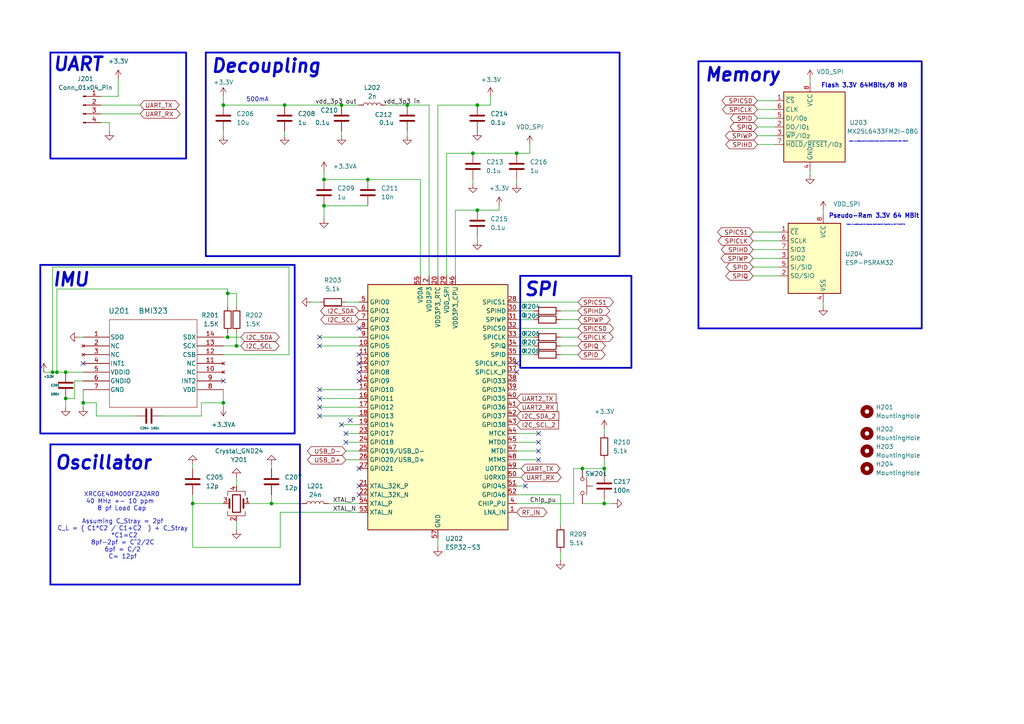
<source format=kicad_sch>
(kicad_sch
	(version 20250114)
	(generator "eeschema")
	(generator_version "9.0")
	(uuid "65483c2f-10ea-4984-b8d9-9e1c08cfbe13")
	(paper "A4")
	(title_block
		(title "Motion_Tracker_V0")
		(company "AMTL-CNDE / Flatrim Dreshaj")
	)
	(lib_symbols
		(symbol "Connector:Conn_01x04_Pin"
			(pin_names
				(offset 1.016)
				(hide yes)
			)
			(exclude_from_sim no)
			(in_bom yes)
			(on_board yes)
			(property "Reference" "J"
				(at 0 5.08 0)
				(effects
					(font
						(size 1.27 1.27)
					)
				)
			)
			(property "Value" "Conn_01x04_Pin"
				(at 0 -7.62 0)
				(effects
					(font
						(size 1.27 1.27)
					)
				)
			)
			(property "Footprint" ""
				(at 0 0 0)
				(effects
					(font
						(size 1.27 1.27)
					)
					(hide yes)
				)
			)
			(property "Datasheet" "~"
				(at 0 0 0)
				(effects
					(font
						(size 1.27 1.27)
					)
					(hide yes)
				)
			)
			(property "Description" "Generic connector, single row, 01x04, script generated"
				(at 0 0 0)
				(effects
					(font
						(size 1.27 1.27)
					)
					(hide yes)
				)
			)
			(property "ki_locked" ""
				(at 0 0 0)
				(effects
					(font
						(size 1.27 1.27)
					)
				)
			)
			(property "ki_keywords" "connector"
				(at 0 0 0)
				(effects
					(font
						(size 1.27 1.27)
					)
					(hide yes)
				)
			)
			(property "ki_fp_filters" "Connector*:*_1x??_*"
				(at 0 0 0)
				(effects
					(font
						(size 1.27 1.27)
					)
					(hide yes)
				)
			)
			(symbol "Conn_01x04_Pin_1_1"
				(rectangle
					(start 0.8636 2.667)
					(end 0 2.413)
					(stroke
						(width 0.1524)
						(type default)
					)
					(fill
						(type outline)
					)
				)
				(rectangle
					(start 0.8636 0.127)
					(end 0 -0.127)
					(stroke
						(width 0.1524)
						(type default)
					)
					(fill
						(type outline)
					)
				)
				(rectangle
					(start 0.8636 -2.413)
					(end 0 -2.667)
					(stroke
						(width 0.1524)
						(type default)
					)
					(fill
						(type outline)
					)
				)
				(rectangle
					(start 0.8636 -4.953)
					(end 0 -5.207)
					(stroke
						(width 0.1524)
						(type default)
					)
					(fill
						(type outline)
					)
				)
				(polyline
					(pts
						(xy 1.27 2.54) (xy 0.8636 2.54)
					)
					(stroke
						(width 0.1524)
						(type default)
					)
					(fill
						(type none)
					)
				)
				(polyline
					(pts
						(xy 1.27 0) (xy 0.8636 0)
					)
					(stroke
						(width 0.1524)
						(type default)
					)
					(fill
						(type none)
					)
				)
				(polyline
					(pts
						(xy 1.27 -2.54) (xy 0.8636 -2.54)
					)
					(stroke
						(width 0.1524)
						(type default)
					)
					(fill
						(type none)
					)
				)
				(polyline
					(pts
						(xy 1.27 -5.08) (xy 0.8636 -5.08)
					)
					(stroke
						(width 0.1524)
						(type default)
					)
					(fill
						(type none)
					)
				)
				(pin passive line
					(at 5.08 2.54 180)
					(length 3.81)
					(name "Pin_1"
						(effects
							(font
								(size 1.27 1.27)
							)
						)
					)
					(number "1"
						(effects
							(font
								(size 1.27 1.27)
							)
						)
					)
				)
				(pin passive line
					(at 5.08 0 180)
					(length 3.81)
					(name "Pin_2"
						(effects
							(font
								(size 1.27 1.27)
							)
						)
					)
					(number "2"
						(effects
							(font
								(size 1.27 1.27)
							)
						)
					)
				)
				(pin passive line
					(at 5.08 -2.54 180)
					(length 3.81)
					(name "Pin_3"
						(effects
							(font
								(size 1.27 1.27)
							)
						)
					)
					(number "3"
						(effects
							(font
								(size 1.27 1.27)
							)
						)
					)
				)
				(pin passive line
					(at 5.08 -5.08 180)
					(length 3.81)
					(name "Pin_4"
						(effects
							(font
								(size 1.27 1.27)
							)
						)
					)
					(number "4"
						(effects
							(font
								(size 1.27 1.27)
							)
						)
					)
				)
			)
			(embedded_fonts no)
		)
		(symbol "Device:C"
			(pin_numbers
				(hide yes)
			)
			(pin_names
				(offset 0.254)
			)
			(exclude_from_sim no)
			(in_bom yes)
			(on_board yes)
			(property "Reference" "C"
				(at 0.635 2.54 0)
				(effects
					(font
						(size 1.27 1.27)
					)
					(justify left)
				)
			)
			(property "Value" "C"
				(at 0.635 -2.54 0)
				(effects
					(font
						(size 1.27 1.27)
					)
					(justify left)
				)
			)
			(property "Footprint" ""
				(at 0.9652 -3.81 0)
				(effects
					(font
						(size 1.27 1.27)
					)
					(hide yes)
				)
			)
			(property "Datasheet" "~"
				(at 0 0 0)
				(effects
					(font
						(size 1.27 1.27)
					)
					(hide yes)
				)
			)
			(property "Description" "Unpolarized capacitor"
				(at 0 0 0)
				(effects
					(font
						(size 1.27 1.27)
					)
					(hide yes)
				)
			)
			(property "ki_keywords" "cap capacitor"
				(at 0 0 0)
				(effects
					(font
						(size 1.27 1.27)
					)
					(hide yes)
				)
			)
			(property "ki_fp_filters" "C_*"
				(at 0 0 0)
				(effects
					(font
						(size 1.27 1.27)
					)
					(hide yes)
				)
			)
			(symbol "C_0_1"
				(polyline
					(pts
						(xy -2.032 0.762) (xy 2.032 0.762)
					)
					(stroke
						(width 0.508)
						(type default)
					)
					(fill
						(type none)
					)
				)
				(polyline
					(pts
						(xy -2.032 -0.762) (xy 2.032 -0.762)
					)
					(stroke
						(width 0.508)
						(type default)
					)
					(fill
						(type none)
					)
				)
			)
			(symbol "C_1_1"
				(pin passive line
					(at 0 3.81 270)
					(length 2.794)
					(name "~"
						(effects
							(font
								(size 1.27 1.27)
							)
						)
					)
					(number "1"
						(effects
							(font
								(size 1.27 1.27)
							)
						)
					)
				)
				(pin passive line
					(at 0 -3.81 90)
					(length 2.794)
					(name "~"
						(effects
							(font
								(size 1.27 1.27)
							)
						)
					)
					(number "2"
						(effects
							(font
								(size 1.27 1.27)
							)
						)
					)
				)
			)
			(embedded_fonts no)
		)
		(symbol "Device:Crystal_GND24"
			(pin_names
				(offset 1.016)
				(hide yes)
			)
			(exclude_from_sim no)
			(in_bom yes)
			(on_board yes)
			(property "Reference" "Y"
				(at 3.175 5.08 0)
				(effects
					(font
						(size 1.27 1.27)
					)
					(justify left)
				)
			)
			(property "Value" "Crystal_GND24"
				(at 3.175 3.175 0)
				(effects
					(font
						(size 1.27 1.27)
					)
					(justify left)
				)
			)
			(property "Footprint" ""
				(at 0 0 0)
				(effects
					(font
						(size 1.27 1.27)
					)
					(hide yes)
				)
			)
			(property "Datasheet" "~"
				(at 0 0 0)
				(effects
					(font
						(size 1.27 1.27)
					)
					(hide yes)
				)
			)
			(property "Description" "Four pin crystal, GND on pins 2 and 4"
				(at 0 0 0)
				(effects
					(font
						(size 1.27 1.27)
					)
					(hide yes)
				)
			)
			(property "ki_keywords" "quartz ceramic resonator oscillator"
				(at 0 0 0)
				(effects
					(font
						(size 1.27 1.27)
					)
					(hide yes)
				)
			)
			(property "ki_fp_filters" "Crystal*"
				(at 0 0 0)
				(effects
					(font
						(size 1.27 1.27)
					)
					(hide yes)
				)
			)
			(symbol "Crystal_GND24_0_1"
				(polyline
					(pts
						(xy -2.54 2.286) (xy -2.54 3.556) (xy 2.54 3.556) (xy 2.54 2.286)
					)
					(stroke
						(width 0)
						(type default)
					)
					(fill
						(type none)
					)
				)
				(polyline
					(pts
						(xy -2.54 0) (xy -2.032 0)
					)
					(stroke
						(width 0)
						(type default)
					)
					(fill
						(type none)
					)
				)
				(polyline
					(pts
						(xy -2.54 -2.286) (xy -2.54 -3.556) (xy 2.54 -3.556) (xy 2.54 -2.286)
					)
					(stroke
						(width 0)
						(type default)
					)
					(fill
						(type none)
					)
				)
				(polyline
					(pts
						(xy -2.032 -1.27) (xy -2.032 1.27)
					)
					(stroke
						(width 0.508)
						(type default)
					)
					(fill
						(type none)
					)
				)
				(rectangle
					(start -1.143 2.54)
					(end 1.143 -2.54)
					(stroke
						(width 0.3048)
						(type default)
					)
					(fill
						(type none)
					)
				)
				(polyline
					(pts
						(xy 0 3.556) (xy 0 3.81)
					)
					(stroke
						(width 0)
						(type default)
					)
					(fill
						(type none)
					)
				)
				(polyline
					(pts
						(xy 0 -3.81) (xy 0 -3.556)
					)
					(stroke
						(width 0)
						(type default)
					)
					(fill
						(type none)
					)
				)
				(polyline
					(pts
						(xy 2.032 0) (xy 2.54 0)
					)
					(stroke
						(width 0)
						(type default)
					)
					(fill
						(type none)
					)
				)
				(polyline
					(pts
						(xy 2.032 -1.27) (xy 2.032 1.27)
					)
					(stroke
						(width 0.508)
						(type default)
					)
					(fill
						(type none)
					)
				)
			)
			(symbol "Crystal_GND24_1_1"
				(pin passive line
					(at -3.81 0 0)
					(length 1.27)
					(name "1"
						(effects
							(font
								(size 1.27 1.27)
							)
						)
					)
					(number "1"
						(effects
							(font
								(size 1.27 1.27)
							)
						)
					)
				)
				(pin passive line
					(at 0 5.08 270)
					(length 1.27)
					(name "2"
						(effects
							(font
								(size 1.27 1.27)
							)
						)
					)
					(number "2"
						(effects
							(font
								(size 1.27 1.27)
							)
						)
					)
				)
				(pin passive line
					(at 0 -5.08 90)
					(length 1.27)
					(name "4"
						(effects
							(font
								(size 1.27 1.27)
							)
						)
					)
					(number "4"
						(effects
							(font
								(size 1.27 1.27)
							)
						)
					)
				)
				(pin passive line
					(at 3.81 0 180)
					(length 1.27)
					(name "3"
						(effects
							(font
								(size 1.27 1.27)
							)
						)
					)
					(number "3"
						(effects
							(font
								(size 1.27 1.27)
							)
						)
					)
				)
			)
			(embedded_fonts no)
		)
		(symbol "Device:L"
			(pin_numbers
				(hide yes)
			)
			(pin_names
				(offset 1.016)
				(hide yes)
			)
			(exclude_from_sim no)
			(in_bom yes)
			(on_board yes)
			(property "Reference" "L"
				(at -1.27 0 90)
				(effects
					(font
						(size 1.27 1.27)
					)
				)
			)
			(property "Value" "L"
				(at 1.905 0 90)
				(effects
					(font
						(size 1.27 1.27)
					)
				)
			)
			(property "Footprint" ""
				(at 0 0 0)
				(effects
					(font
						(size 1.27 1.27)
					)
					(hide yes)
				)
			)
			(property "Datasheet" "~"
				(at 0 0 0)
				(effects
					(font
						(size 1.27 1.27)
					)
					(hide yes)
				)
			)
			(property "Description" "Inductor"
				(at 0 0 0)
				(effects
					(font
						(size 1.27 1.27)
					)
					(hide yes)
				)
			)
			(property "ki_keywords" "inductor choke coil reactor magnetic"
				(at 0 0 0)
				(effects
					(font
						(size 1.27 1.27)
					)
					(hide yes)
				)
			)
			(property "ki_fp_filters" "Choke_* *Coil* Inductor_* L_*"
				(at 0 0 0)
				(effects
					(font
						(size 1.27 1.27)
					)
					(hide yes)
				)
			)
			(symbol "L_0_1"
				(arc
					(start 0 2.54)
					(mid 0.6323 1.905)
					(end 0 1.27)
					(stroke
						(width 0)
						(type default)
					)
					(fill
						(type none)
					)
				)
				(arc
					(start 0 1.27)
					(mid 0.6323 0.635)
					(end 0 0)
					(stroke
						(width 0)
						(type default)
					)
					(fill
						(type none)
					)
				)
				(arc
					(start 0 0)
					(mid 0.6323 -0.635)
					(end 0 -1.27)
					(stroke
						(width 0)
						(type default)
					)
					(fill
						(type none)
					)
				)
				(arc
					(start 0 -1.27)
					(mid 0.6323 -1.905)
					(end 0 -2.54)
					(stroke
						(width 0)
						(type default)
					)
					(fill
						(type none)
					)
				)
			)
			(symbol "L_1_1"
				(pin passive line
					(at 0 3.81 270)
					(length 1.27)
					(name "1"
						(effects
							(font
								(size 1.27 1.27)
							)
						)
					)
					(number "1"
						(effects
							(font
								(size 1.27 1.27)
							)
						)
					)
				)
				(pin passive line
					(at 0 -3.81 90)
					(length 1.27)
					(name "2"
						(effects
							(font
								(size 1.27 1.27)
							)
						)
					)
					(number "2"
						(effects
							(font
								(size 1.27 1.27)
							)
						)
					)
				)
			)
			(embedded_fonts no)
		)
		(symbol "Device:R"
			(pin_numbers
				(hide yes)
			)
			(pin_names
				(offset 0)
			)
			(exclude_from_sim no)
			(in_bom yes)
			(on_board yes)
			(property "Reference" "R"
				(at 2.032 0 90)
				(effects
					(font
						(size 1.27 1.27)
					)
				)
			)
			(property "Value" "R"
				(at 0 0 90)
				(effects
					(font
						(size 1.27 1.27)
					)
				)
			)
			(property "Footprint" ""
				(at -1.778 0 90)
				(effects
					(font
						(size 1.27 1.27)
					)
					(hide yes)
				)
			)
			(property "Datasheet" "~"
				(at 0 0 0)
				(effects
					(font
						(size 1.27 1.27)
					)
					(hide yes)
				)
			)
			(property "Description" "Resistor"
				(at 0 0 0)
				(effects
					(font
						(size 1.27 1.27)
					)
					(hide yes)
				)
			)
			(property "ki_keywords" "R res resistor"
				(at 0 0 0)
				(effects
					(font
						(size 1.27 1.27)
					)
					(hide yes)
				)
			)
			(property "ki_fp_filters" "R_*"
				(at 0 0 0)
				(effects
					(font
						(size 1.27 1.27)
					)
					(hide yes)
				)
			)
			(symbol "R_0_1"
				(rectangle
					(start -1.016 -2.54)
					(end 1.016 2.54)
					(stroke
						(width 0.254)
						(type default)
					)
					(fill
						(type none)
					)
				)
			)
			(symbol "R_1_1"
				(pin passive line
					(at 0 3.81 270)
					(length 1.27)
					(name "~"
						(effects
							(font
								(size 1.27 1.27)
							)
						)
					)
					(number "1"
						(effects
							(font
								(size 1.27 1.27)
							)
						)
					)
				)
				(pin passive line
					(at 0 -3.81 90)
					(length 1.27)
					(name "~"
						(effects
							(font
								(size 1.27 1.27)
							)
						)
					)
					(number "2"
						(effects
							(font
								(size 1.27 1.27)
							)
						)
					)
				)
			)
			(embedded_fonts no)
		)
		(symbol "MCU_Espressif:ESP32-S3"
			(exclude_from_sim no)
			(in_bom yes)
			(on_board yes)
			(property "Reference" "U"
				(at 10.16 -38.1 0)
				(effects
					(font
						(size 1.27 1.27)
					)
				)
			)
			(property "Value" "ESP32-S3"
				(at 13.97 -40.64 0)
				(effects
					(font
						(size 1.27 1.27)
					)
				)
			)
			(property "Footprint" "Package_DFN_QFN:QFN-56-1EP_7x7mm_P0.4mm_EP4x4mm"
				(at 0 -48.26 0)
				(effects
					(font
						(size 1.27 1.27)
					)
					(hide yes)
				)
			)
			(property "Datasheet" "https://www.espressif.com/sites/default/files/documentation/esp32-s3_datasheet_en.pdf"
				(at 0 0 0)
				(effects
					(font
						(size 1.27 1.27)
					)
					(hide yes)
				)
			)
			(property "Description" "Microcontroller, Wi-Fi 802.11b/g/n, Bluetooth, 32bit"
				(at 0 0 0)
				(effects
					(font
						(size 1.27 1.27)
					)
					(hide yes)
				)
			)
			(property "ki_keywords" "Microcontroller Wi-Fi BT ESP ESP32 Espressif"
				(at 0 0 0)
				(effects
					(font
						(size 1.27 1.27)
					)
					(hide yes)
				)
			)
			(property "ki_fp_filters" "QFN*1EP*7x7mm*P0.4mm*"
				(at 0 0 0)
				(effects
					(font
						(size 1.27 1.27)
					)
					(hide yes)
				)
			)
			(symbol "ESP32-S3_0_1"
				(rectangle
					(start -20.32 35.56)
					(end 20.32 -35.56)
					(stroke
						(width 0.254)
						(type default)
					)
					(fill
						(type background)
					)
				)
			)
			(symbol "ESP32-S3_1_0"
				(pin passive line
					(at -5.08 38.1 270)
					(length 2.54)
					(hide yes)
					(name "VDDA"
						(effects
							(font
								(size 1.27 1.27)
							)
						)
					)
					(number "56"
						(effects
							(font
								(size 1.27 1.27)
							)
						)
					)
				)
				(pin bidirectional line
					(at 22.86 12.7 180)
					(length 2.54)
					(name "SPICLK_N"
						(effects
							(font
								(size 1.27 1.27)
							)
						)
					)
					(number "36"
						(effects
							(font
								(size 1.27 1.27)
							)
						)
					)
				)
				(pin bidirectional line
					(at 22.86 -10.16 180)
					(length 2.54)
					(name "MTDO"
						(effects
							(font
								(size 1.27 1.27)
							)
						)
					)
					(number "45"
						(effects
							(font
								(size 1.27 1.27)
							)
						)
					)
				)
				(pin bidirectional line
					(at 22.86 -22.86 180)
					(length 2.54)
					(name "GPIO45"
						(effects
							(font
								(size 1.27 1.27)
							)
						)
					)
					(number "51"
						(effects
							(font
								(size 1.27 1.27)
							)
						)
					)
				)
			)
			(symbol "ESP32-S3_1_1"
				(pin bidirectional line
					(at -22.86 30.48 0)
					(length 2.54)
					(name "GPIO0"
						(effects
							(font
								(size 1.27 1.27)
							)
						)
					)
					(number "5"
						(effects
							(font
								(size 1.27 1.27)
							)
						)
					)
				)
				(pin bidirectional line
					(at -22.86 27.94 0)
					(length 2.54)
					(name "GPIO1"
						(effects
							(font
								(size 1.27 1.27)
							)
						)
					)
					(number "6"
						(effects
							(font
								(size 1.27 1.27)
							)
						)
					)
				)
				(pin bidirectional line
					(at -22.86 25.4 0)
					(length 2.54)
					(name "GPIO2"
						(effects
							(font
								(size 1.27 1.27)
							)
						)
					)
					(number "7"
						(effects
							(font
								(size 1.27 1.27)
							)
						)
					)
				)
				(pin bidirectional line
					(at -22.86 22.86 0)
					(length 2.54)
					(name "GPIO3"
						(effects
							(font
								(size 1.27 1.27)
							)
						)
					)
					(number "8"
						(effects
							(font
								(size 1.27 1.27)
							)
						)
					)
				)
				(pin bidirectional line
					(at -22.86 20.32 0)
					(length 2.54)
					(name "GPIO4"
						(effects
							(font
								(size 1.27 1.27)
							)
						)
					)
					(number "9"
						(effects
							(font
								(size 1.27 1.27)
							)
						)
					)
				)
				(pin bidirectional line
					(at -22.86 17.78 0)
					(length 2.54)
					(name "GPIO5"
						(effects
							(font
								(size 1.27 1.27)
							)
						)
					)
					(number "10"
						(effects
							(font
								(size 1.27 1.27)
							)
						)
					)
				)
				(pin bidirectional line
					(at -22.86 15.24 0)
					(length 2.54)
					(name "GPIO6"
						(effects
							(font
								(size 1.27 1.27)
							)
						)
					)
					(number "11"
						(effects
							(font
								(size 1.27 1.27)
							)
						)
					)
				)
				(pin bidirectional line
					(at -22.86 12.7 0)
					(length 2.54)
					(name "GPIO7"
						(effects
							(font
								(size 1.27 1.27)
							)
						)
					)
					(number "12"
						(effects
							(font
								(size 1.27 1.27)
							)
						)
					)
				)
				(pin bidirectional line
					(at -22.86 10.16 0)
					(length 2.54)
					(name "GPIO8"
						(effects
							(font
								(size 1.27 1.27)
							)
						)
					)
					(number "13"
						(effects
							(font
								(size 1.27 1.27)
							)
						)
					)
				)
				(pin bidirectional line
					(at -22.86 7.62 0)
					(length 2.54)
					(name "GPIO9"
						(effects
							(font
								(size 1.27 1.27)
							)
						)
					)
					(number "14"
						(effects
							(font
								(size 1.27 1.27)
							)
						)
					)
				)
				(pin bidirectional line
					(at -22.86 5.08 0)
					(length 2.54)
					(name "GPIO10"
						(effects
							(font
								(size 1.27 1.27)
							)
						)
					)
					(number "15"
						(effects
							(font
								(size 1.27 1.27)
							)
						)
					)
				)
				(pin bidirectional line
					(at -22.86 2.54 0)
					(length 2.54)
					(name "GPIO11"
						(effects
							(font
								(size 1.27 1.27)
							)
						)
					)
					(number "16"
						(effects
							(font
								(size 1.27 1.27)
							)
						)
					)
				)
				(pin bidirectional line
					(at -22.86 0 0)
					(length 2.54)
					(name "GPIO12"
						(effects
							(font
								(size 1.27 1.27)
							)
						)
					)
					(number "17"
						(effects
							(font
								(size 1.27 1.27)
							)
						)
					)
				)
				(pin bidirectional line
					(at -22.86 -2.54 0)
					(length 2.54)
					(name "GPIO13"
						(effects
							(font
								(size 1.27 1.27)
							)
						)
					)
					(number "18"
						(effects
							(font
								(size 1.27 1.27)
							)
						)
					)
				)
				(pin bidirectional line
					(at -22.86 -5.08 0)
					(length 2.54)
					(name "GPIO14"
						(effects
							(font
								(size 1.27 1.27)
							)
						)
					)
					(number "19"
						(effects
							(font
								(size 1.27 1.27)
							)
						)
					)
				)
				(pin bidirectional line
					(at -22.86 -7.62 0)
					(length 2.54)
					(name "GPIO17"
						(effects
							(font
								(size 1.27 1.27)
							)
						)
					)
					(number "23"
						(effects
							(font
								(size 1.27 1.27)
							)
						)
					)
				)
				(pin bidirectional line
					(at -22.86 -10.16 0)
					(length 2.54)
					(name "GPIO18"
						(effects
							(font
								(size 1.27 1.27)
							)
						)
					)
					(number "24"
						(effects
							(font
								(size 1.27 1.27)
							)
						)
					)
				)
				(pin bidirectional line
					(at -22.86 -12.7 0)
					(length 2.54)
					(name "GPIO19/USB_D-"
						(effects
							(font
								(size 1.27 1.27)
							)
						)
					)
					(number "25"
						(effects
							(font
								(size 1.27 1.27)
							)
						)
					)
				)
				(pin bidirectional line
					(at -22.86 -15.24 0)
					(length 2.54)
					(name "GPIO20/USB_D+"
						(effects
							(font
								(size 1.27 1.27)
							)
						)
					)
					(number "26"
						(effects
							(font
								(size 1.27 1.27)
							)
						)
					)
				)
				(pin bidirectional line
					(at -22.86 -17.78 0)
					(length 2.54)
					(name "GPIO21"
						(effects
							(font
								(size 1.27 1.27)
							)
						)
					)
					(number "27"
						(effects
							(font
								(size 1.27 1.27)
							)
						)
					)
				)
				(pin passive line
					(at -22.86 -22.86 0)
					(length 2.54)
					(name "XTAL_32K_P"
						(effects
							(font
								(size 1.27 1.27)
							)
						)
					)
					(number "21"
						(effects
							(font
								(size 1.27 1.27)
							)
						)
					)
				)
				(pin passive line
					(at -22.86 -25.4 0)
					(length 2.54)
					(name "XTAL_32K_N"
						(effects
							(font
								(size 1.27 1.27)
							)
						)
					)
					(number "22"
						(effects
							(font
								(size 1.27 1.27)
							)
						)
					)
				)
				(pin input line
					(at -22.86 -27.94 0)
					(length 2.54)
					(name "XTAL_P"
						(effects
							(font
								(size 1.27 1.27)
							)
						)
					)
					(number "54"
						(effects
							(font
								(size 1.27 1.27)
							)
						)
					)
				)
				(pin output line
					(at -22.86 -30.48 0)
					(length 2.54)
					(name "XTAL_N"
						(effects
							(font
								(size 1.27 1.27)
							)
						)
					)
					(number "53"
						(effects
							(font
								(size 1.27 1.27)
							)
						)
					)
				)
				(pin power_in line
					(at -5.08 38.1 270)
					(length 2.54)
					(name "VDDA"
						(effects
							(font
								(size 1.27 1.27)
							)
						)
					)
					(number "55"
						(effects
							(font
								(size 1.27 1.27)
							)
						)
					)
				)
				(pin power_in line
					(at -2.54 38.1 270)
					(length 2.54)
					(name "VDD3P3"
						(effects
							(font
								(size 1.27 1.27)
							)
						)
					)
					(number "2"
						(effects
							(font
								(size 1.27 1.27)
							)
						)
					)
				)
				(pin passive line
					(at -2.54 38.1 270)
					(length 2.54)
					(hide yes)
					(name "VDD3P3"
						(effects
							(font
								(size 1.27 1.27)
							)
						)
					)
					(number "3"
						(effects
							(font
								(size 1.27 1.27)
							)
						)
					)
				)
				(pin power_in line
					(at 0 38.1 270)
					(length 2.54)
					(name "VDD3P3_RTC"
						(effects
							(font
								(size 1.27 1.27)
							)
						)
					)
					(number "20"
						(effects
							(font
								(size 1.27 1.27)
							)
						)
					)
				)
				(pin power_in line
					(at 0 -38.1 90)
					(length 2.54)
					(name "GND"
						(effects
							(font
								(size 1.27 1.27)
							)
						)
					)
					(number "57"
						(effects
							(font
								(size 1.27 1.27)
							)
						)
					)
				)
				(pin power_in line
					(at 2.54 38.1 270)
					(length 2.54)
					(name "VDD_SPI"
						(effects
							(font
								(size 1.27 1.27)
							)
						)
					)
					(number "29"
						(effects
							(font
								(size 1.27 1.27)
							)
						)
					)
				)
				(pin power_in line
					(at 5.08 38.1 270)
					(length 2.54)
					(name "VDD3P3_CPU"
						(effects
							(font
								(size 1.27 1.27)
							)
						)
					)
					(number "46"
						(effects
							(font
								(size 1.27 1.27)
							)
						)
					)
				)
				(pin bidirectional line
					(at 22.86 30.48 180)
					(length 2.54)
					(name "SPICS1"
						(effects
							(font
								(size 1.27 1.27)
							)
						)
					)
					(number "28"
						(effects
							(font
								(size 1.27 1.27)
							)
						)
					)
				)
				(pin bidirectional line
					(at 22.86 27.94 180)
					(length 2.54)
					(name "SPIHD"
						(effects
							(font
								(size 1.27 1.27)
							)
						)
					)
					(number "30"
						(effects
							(font
								(size 1.27 1.27)
							)
						)
					)
				)
				(pin bidirectional line
					(at 22.86 25.4 180)
					(length 2.54)
					(name "SPIWP"
						(effects
							(font
								(size 1.27 1.27)
							)
						)
					)
					(number "31"
						(effects
							(font
								(size 1.27 1.27)
							)
						)
					)
				)
				(pin bidirectional line
					(at 22.86 22.86 180)
					(length 2.54)
					(name "SPICS0"
						(effects
							(font
								(size 1.27 1.27)
							)
						)
					)
					(number "32"
						(effects
							(font
								(size 1.27 1.27)
							)
						)
					)
				)
				(pin bidirectional line
					(at 22.86 20.32 180)
					(length 2.54)
					(name "SPICLK"
						(effects
							(font
								(size 1.27 1.27)
							)
						)
					)
					(number "33"
						(effects
							(font
								(size 1.27 1.27)
							)
						)
					)
				)
				(pin bidirectional line
					(at 22.86 17.78 180)
					(length 2.54)
					(name "SPIQ"
						(effects
							(font
								(size 1.27 1.27)
							)
						)
					)
					(number "34"
						(effects
							(font
								(size 1.27 1.27)
							)
						)
					)
				)
				(pin bidirectional line
					(at 22.86 15.24 180)
					(length 2.54)
					(name "SPID"
						(effects
							(font
								(size 1.27 1.27)
							)
						)
					)
					(number "35"
						(effects
							(font
								(size 1.27 1.27)
							)
						)
					)
				)
				(pin bidirectional line
					(at 22.86 10.16 180)
					(length 2.54)
					(name "SPICLK_P"
						(effects
							(font
								(size 1.27 1.27)
							)
						)
					)
					(number "37"
						(effects
							(font
								(size 1.27 1.27)
							)
						)
					)
				)
				(pin bidirectional line
					(at 22.86 7.62 180)
					(length 2.54)
					(name "GPIO33"
						(effects
							(font
								(size 1.27 1.27)
							)
						)
					)
					(number "38"
						(effects
							(font
								(size 1.27 1.27)
							)
						)
					)
				)
				(pin bidirectional line
					(at 22.86 5.08 180)
					(length 2.54)
					(name "GPIO34"
						(effects
							(font
								(size 1.27 1.27)
							)
						)
					)
					(number "39"
						(effects
							(font
								(size 1.27 1.27)
							)
						)
					)
				)
				(pin bidirectional line
					(at 22.86 2.54 180)
					(length 2.54)
					(name "GPIO35"
						(effects
							(font
								(size 1.27 1.27)
							)
						)
					)
					(number "40"
						(effects
							(font
								(size 1.27 1.27)
							)
						)
					)
				)
				(pin bidirectional line
					(at 22.86 0 180)
					(length 2.54)
					(name "GPIO36"
						(effects
							(font
								(size 1.27 1.27)
							)
						)
					)
					(number "41"
						(effects
							(font
								(size 1.27 1.27)
							)
						)
					)
				)
				(pin bidirectional line
					(at 22.86 -2.54 180)
					(length 2.54)
					(name "GPIO37"
						(effects
							(font
								(size 1.27 1.27)
							)
						)
					)
					(number "42"
						(effects
							(font
								(size 1.27 1.27)
							)
						)
					)
				)
				(pin bidirectional line
					(at 22.86 -5.08 180)
					(length 2.54)
					(name "GPIO38"
						(effects
							(font
								(size 1.27 1.27)
							)
						)
					)
					(number "43"
						(effects
							(font
								(size 1.27 1.27)
							)
						)
					)
				)
				(pin bidirectional line
					(at 22.86 -7.62 180)
					(length 2.54)
					(name "MTCK"
						(effects
							(font
								(size 1.27 1.27)
							)
						)
					)
					(number "44"
						(effects
							(font
								(size 1.27 1.27)
							)
						)
					)
				)
				(pin bidirectional line
					(at 22.86 -12.7 180)
					(length 2.54)
					(name "MTDI"
						(effects
							(font
								(size 1.27 1.27)
							)
						)
					)
					(number "47"
						(effects
							(font
								(size 1.27 1.27)
							)
						)
					)
				)
				(pin bidirectional line
					(at 22.86 -15.24 180)
					(length 2.54)
					(name "MTMS"
						(effects
							(font
								(size 1.27 1.27)
							)
						)
					)
					(number "48"
						(effects
							(font
								(size 1.27 1.27)
							)
						)
					)
				)
				(pin bidirectional line
					(at 22.86 -17.78 180)
					(length 2.54)
					(name "U0TXD"
						(effects
							(font
								(size 1.27 1.27)
							)
						)
					)
					(number "49"
						(effects
							(font
								(size 1.27 1.27)
							)
						)
					)
				)
				(pin bidirectional line
					(at 22.86 -20.32 180)
					(length 2.54)
					(name "U0RXD"
						(effects
							(font
								(size 1.27 1.27)
							)
						)
					)
					(number "50"
						(effects
							(font
								(size 1.27 1.27)
							)
						)
					)
				)
				(pin bidirectional line
					(at 22.86 -25.4 180)
					(length 2.54)
					(name "GPIO46"
						(effects
							(font
								(size 1.27 1.27)
							)
						)
					)
					(number "52"
						(effects
							(font
								(size 1.27 1.27)
							)
						)
					)
				)
				(pin input line
					(at 22.86 -27.94 180)
					(length 2.54)
					(name "CHIP_PU"
						(effects
							(font
								(size 1.27 1.27)
							)
						)
					)
					(number "4"
						(effects
							(font
								(size 1.27 1.27)
							)
						)
					)
				)
				(pin bidirectional line
					(at 22.86 -30.48 180)
					(length 2.54)
					(name "LNA_IN"
						(effects
							(font
								(size 1.27 1.27)
							)
						)
					)
					(number "1"
						(effects
							(font
								(size 1.27 1.27)
							)
						)
					)
				)
			)
			(embedded_fonts no)
		)
		(symbol "Mechanical:MountingHole"
			(pin_names
				(offset 1.016)
			)
			(exclude_from_sim no)
			(in_bom no)
			(on_board yes)
			(property "Reference" "H"
				(at 0 5.08 0)
				(effects
					(font
						(size 1.27 1.27)
					)
				)
			)
			(property "Value" "MountingHole"
				(at 0 3.175 0)
				(effects
					(font
						(size 1.27 1.27)
					)
				)
			)
			(property "Footprint" ""
				(at 0 0 0)
				(effects
					(font
						(size 1.27 1.27)
					)
					(hide yes)
				)
			)
			(property "Datasheet" "~"
				(at 0 0 0)
				(effects
					(font
						(size 1.27 1.27)
					)
					(hide yes)
				)
			)
			(property "Description" "Mounting Hole without connection"
				(at 0 0 0)
				(effects
					(font
						(size 1.27 1.27)
					)
					(hide yes)
				)
			)
			(property "ki_keywords" "mounting hole"
				(at 0 0 0)
				(effects
					(font
						(size 1.27 1.27)
					)
					(hide yes)
				)
			)
			(property "ki_fp_filters" "MountingHole*"
				(at 0 0 0)
				(effects
					(font
						(size 1.27 1.27)
					)
					(hide yes)
				)
			)
			(symbol "MountingHole_0_1"
				(circle
					(center 0 0)
					(radius 1.27)
					(stroke
						(width 1.27)
						(type default)
					)
					(fill
						(type none)
					)
				)
			)
			(embedded_fonts no)
		)
		(symbol "Memory_Flash:W25Q32JVSS"
			(exclude_from_sim no)
			(in_bom yes)
			(on_board yes)
			(property "Reference" "U"
				(at -6.35 11.43 0)
				(effects
					(font
						(size 1.27 1.27)
					)
				)
			)
			(property "Value" "W25Q32JVSS"
				(at 7.62 11.43 0)
				(effects
					(font
						(size 1.27 1.27)
					)
				)
			)
			(property "Footprint" "Package_SO:SOIC-8_5.3x5.3mm_P1.27mm"
				(at 0 0 0)
				(effects
					(font
						(size 1.27 1.27)
					)
					(hide yes)
				)
			)
			(property "Datasheet" "http://www.winbond.com/resource-files/w25q32jv%20revg%2003272018%20plus.pdf"
				(at 0 0 0)
				(effects
					(font
						(size 1.27 1.27)
					)
					(hide yes)
				)
			)
			(property "Description" "32Mbit / 4MiB Serial Flash Memory, Standard/Dual/Quad SPI, 2.7-3.6V, SOIC-8 (208 mil)"
				(at 0 0 0)
				(effects
					(font
						(size 1.27 1.27)
					)
					(hide yes)
				)
			)
			(property "ki_keywords" "flash memory SPI"
				(at 0 0 0)
				(effects
					(font
						(size 1.27 1.27)
					)
					(hide yes)
				)
			)
			(property "ki_fp_filters" "*SOIC*5.3x5.3mm*P1.27mm*"
				(at 0 0 0)
				(effects
					(font
						(size 1.27 1.27)
					)
					(hide yes)
				)
			)
			(symbol "W25Q32JVSS_0_1"
				(rectangle
					(start -7.62 10.16)
					(end 10.16 -10.16)
					(stroke
						(width 0.254)
						(type default)
					)
					(fill
						(type background)
					)
				)
			)
			(symbol "W25Q32JVSS_1_1"
				(pin input line
					(at -10.16 7.62 0)
					(length 2.54)
					(name "~{CS}"
						(effects
							(font
								(size 1.27 1.27)
							)
						)
					)
					(number "1"
						(effects
							(font
								(size 1.27 1.27)
							)
						)
					)
				)
				(pin input line
					(at -10.16 5.08 0)
					(length 2.54)
					(name "CLK"
						(effects
							(font
								(size 1.27 1.27)
							)
						)
					)
					(number "6"
						(effects
							(font
								(size 1.27 1.27)
							)
						)
					)
				)
				(pin bidirectional line
					(at -10.16 2.54 0)
					(length 2.54)
					(name "DI/IO_{0}"
						(effects
							(font
								(size 1.27 1.27)
							)
						)
					)
					(number "5"
						(effects
							(font
								(size 1.27 1.27)
							)
						)
					)
				)
				(pin bidirectional line
					(at -10.16 0 0)
					(length 2.54)
					(name "DO/IO_{1}"
						(effects
							(font
								(size 1.27 1.27)
							)
						)
					)
					(number "2"
						(effects
							(font
								(size 1.27 1.27)
							)
						)
					)
				)
				(pin bidirectional line
					(at -10.16 -2.54 0)
					(length 2.54)
					(name "~{WP}/IO_{2}"
						(effects
							(font
								(size 1.27 1.27)
							)
						)
					)
					(number "3"
						(effects
							(font
								(size 1.27 1.27)
							)
						)
					)
				)
				(pin bidirectional line
					(at -10.16 -5.08 0)
					(length 2.54)
					(name "~{HOLD}/~{RESET}/IO_{3}"
						(effects
							(font
								(size 1.27 1.27)
							)
						)
					)
					(number "7"
						(effects
							(font
								(size 1.27 1.27)
							)
						)
					)
				)
				(pin power_in line
					(at 0 12.7 270)
					(length 2.54)
					(name "VCC"
						(effects
							(font
								(size 1.27 1.27)
							)
						)
					)
					(number "8"
						(effects
							(font
								(size 1.27 1.27)
							)
						)
					)
				)
				(pin power_in line
					(at 0 -12.7 90)
					(length 2.54)
					(name "GND"
						(effects
							(font
								(size 1.27 1.27)
							)
						)
					)
					(number "4"
						(effects
							(font
								(size 1.27 1.27)
							)
						)
					)
				)
			)
			(embedded_fonts no)
		)
		(symbol "Memory_RAM:ESP-PSRAM32"
			(exclude_from_sim no)
			(in_bom yes)
			(on_board yes)
			(property "Reference" "U"
				(at 3.81 11.43 0)
				(effects
					(font
						(size 1.27 1.27)
					)
				)
			)
			(property "Value" "ESP-PSRAM32"
				(at -1.27 -11.43 0)
				(effects
					(font
						(size 1.27 1.27)
					)
					(justify left)
				)
			)
			(property "Footprint" "Package_SO:SOIC-8_3.9x4.9mm_P1.27mm"
				(at 0 -15.24 0)
				(effects
					(font
						(size 1.27 1.27)
					)
					(hide yes)
				)
			)
			(property "Datasheet" "https://www.espressif.com/sites/default/files/documentation/esp-psram32_datasheet_en.pdf"
				(at -10.16 12.7 0)
				(effects
					(font
						(size 1.27 1.27)
					)
					(hide yes)
				)
			)
			(property "Description" "32 Mbit serial pseudo SRAM device organized as 4Mx8 bits, 1.8 VCC, SOIC8 (SOP8)"
				(at 0 0 0)
				(effects
					(font
						(size 1.27 1.27)
					)
					(hide yes)
				)
			)
			(property "ki_keywords" "32 Mbit serial pseudo SRAM MEMORY"
				(at 0 0 0)
				(effects
					(font
						(size 1.27 1.27)
					)
					(hide yes)
				)
			)
			(property "ki_fp_filters" "SOIC*3.9x4.9mm?P1.27mm*"
				(at 0 0 0)
				(effects
					(font
						(size 1.27 1.27)
					)
					(hide yes)
				)
			)
			(symbol "ESP-PSRAM32_0_1"
				(rectangle
					(start -7.62 10.16)
					(end 7.62 -10.16)
					(stroke
						(width 0.254)
						(type default)
					)
					(fill
						(type background)
					)
				)
			)
			(symbol "ESP-PSRAM32_1_1"
				(pin power_in line
					(at -2.54 12.7 270)
					(length 2.54)
					(name "VCC"
						(effects
							(font
								(size 1.27 1.27)
							)
						)
					)
					(number "8"
						(effects
							(font
								(size 1.27 1.27)
							)
						)
					)
				)
				(pin power_in line
					(at -2.54 -12.7 90)
					(length 2.54)
					(name "VSS"
						(effects
							(font
								(size 1.27 1.27)
							)
						)
					)
					(number "4"
						(effects
							(font
								(size 1.27 1.27)
							)
						)
					)
				)
				(pin input line
					(at 10.16 7.62 180)
					(length 2.54)
					(name "~{CE}"
						(effects
							(font
								(size 1.27 1.27)
							)
						)
					)
					(number "1"
						(effects
							(font
								(size 1.27 1.27)
							)
						)
					)
				)
				(pin output line
					(at 10.16 5.08 180)
					(length 2.54)
					(name "SCLK"
						(effects
							(font
								(size 1.27 1.27)
							)
						)
					)
					(number "6"
						(effects
							(font
								(size 1.27 1.27)
							)
						)
					)
				)
				(pin bidirectional line
					(at 10.16 2.54 180)
					(length 2.54)
					(name "SIO3"
						(effects
							(font
								(size 1.27 1.27)
							)
						)
					)
					(number "7"
						(effects
							(font
								(size 1.27 1.27)
							)
						)
					)
				)
				(pin bidirectional line
					(at 10.16 0 180)
					(length 2.54)
					(name "SIO2"
						(effects
							(font
								(size 1.27 1.27)
							)
						)
					)
					(number "3"
						(effects
							(font
								(size 1.27 1.27)
							)
						)
					)
				)
				(pin input line
					(at 10.16 -2.54 180)
					(length 2.54)
					(name "SI/SIO"
						(effects
							(font
								(size 1.27 1.27)
							)
						)
					)
					(number "5"
						(effects
							(font
								(size 1.27 1.27)
							)
						)
					)
				)
				(pin output line
					(at 10.16 -5.08 180)
					(length 2.54)
					(name "SO/SIO"
						(effects
							(font
								(size 1.27 1.27)
							)
						)
					)
					(number "2"
						(effects
							(font
								(size 1.27 1.27)
							)
						)
					)
				)
			)
			(embedded_fonts no)
		)
		(symbol "Non_KiCad_Symbols:BMI323"
			(pin_names
				(offset 0.254)
			)
			(exclude_from_sim no)
			(in_bom yes)
			(on_board yes)
			(property "Reference" "U"
				(at 20.32 10.16 0)
				(effects
					(font
						(size 1.524 1.524)
					)
				)
			)
			(property "Value" "BMI323"
				(at 20.32 7.62 0)
				(effects
					(font
						(size 1.524 1.524)
					)
				)
			)
			(property "Footprint" "BMI323_BOS"
				(at 0 0 0)
				(effects
					(font
						(size 1.27 1.27)
						(italic yes)
					)
					(hide yes)
				)
			)
			(property "Datasheet" "BMI323"
				(at 0 0 0)
				(effects
					(font
						(size 1.27 1.27)
						(italic yes)
					)
					(hide yes)
				)
			)
			(property "Description" ""
				(at 0 0 0)
				(effects
					(font
						(size 1.27 1.27)
					)
					(hide yes)
				)
			)
			(property "ki_locked" ""
				(at 0 0 0)
				(effects
					(font
						(size 1.27 1.27)
					)
				)
			)
			(property "ki_keywords" "BMI323"
				(at 0 0 0)
				(effects
					(font
						(size 1.27 1.27)
					)
					(hide yes)
				)
			)
			(property "ki_fp_filters" "BMI323_BOS BMI323_BOS-M BMI323_BOS-L"
				(at 0 0 0)
				(effects
					(font
						(size 1.27 1.27)
					)
					(hide yes)
				)
			)
			(symbol "BMI323_0_1"
				(polyline
					(pts
						(xy 7.62 5.08) (xy 7.62 -20.32)
					)
					(stroke
						(width 0.127)
						(type default)
					)
					(fill
						(type none)
					)
				)
				(polyline
					(pts
						(xy 7.62 -20.32) (xy 33.02 -20.32)
					)
					(stroke
						(width 0.127)
						(type default)
					)
					(fill
						(type none)
					)
				)
				(polyline
					(pts
						(xy 33.02 5.08) (xy 7.62 5.08)
					)
					(stroke
						(width 0.127)
						(type default)
					)
					(fill
						(type none)
					)
				)
				(polyline
					(pts
						(xy 33.02 -20.32) (xy 33.02 5.08)
					)
					(stroke
						(width 0.127)
						(type default)
					)
					(fill
						(type none)
					)
				)
				(pin bidirectional line
					(at 0 0 0)
					(length 7.62)
					(name "SDO"
						(effects
							(font
								(size 1.27 1.27)
							)
						)
					)
					(number "1"
						(effects
							(font
								(size 1.27 1.27)
							)
						)
					)
				)
				(pin no_connect line
					(at 0 -2.54 0)
					(length 7.62)
					(name "NC"
						(effects
							(font
								(size 1.27 1.27)
							)
						)
					)
					(number "2"
						(effects
							(font
								(size 1.27 1.27)
							)
						)
					)
				)
				(pin no_connect line
					(at 0 -5.08 0)
					(length 7.62)
					(name "NC"
						(effects
							(font
								(size 1.27 1.27)
							)
						)
					)
					(number "3"
						(effects
							(font
								(size 1.27 1.27)
							)
						)
					)
				)
				(pin bidirectional line
					(at 0 -7.62 0)
					(length 7.62)
					(name "INT1"
						(effects
							(font
								(size 1.27 1.27)
							)
						)
					)
					(number "4"
						(effects
							(font
								(size 1.27 1.27)
							)
						)
					)
				)
				(pin power_in line
					(at 0 -10.16 0)
					(length 7.62)
					(name "VDDIO"
						(effects
							(font
								(size 1.27 1.27)
							)
						)
					)
					(number "5"
						(effects
							(font
								(size 1.27 1.27)
							)
						)
					)
				)
				(pin power_out line
					(at 0 -12.7 0)
					(length 7.62)
					(name "GNDIO"
						(effects
							(font
								(size 1.27 1.27)
							)
						)
					)
					(number "6"
						(effects
							(font
								(size 1.27 1.27)
							)
						)
					)
				)
				(pin power_out line
					(at 0 -15.24 0)
					(length 7.62)
					(name "GND"
						(effects
							(font
								(size 1.27 1.27)
							)
						)
					)
					(number "7"
						(effects
							(font
								(size 1.27 1.27)
							)
						)
					)
				)
				(pin bidirectional line
					(at 40.64 0 180)
					(length 7.62)
					(name "SDX"
						(effects
							(font
								(size 1.27 1.27)
							)
						)
					)
					(number "14"
						(effects
							(font
								(size 1.27 1.27)
							)
						)
					)
				)
				(pin input line
					(at 40.64 -2.54 180)
					(length 7.62)
					(name "SCX"
						(effects
							(font
								(size 1.27 1.27)
							)
						)
					)
					(number "13"
						(effects
							(font
								(size 1.27 1.27)
							)
						)
					)
				)
				(pin input line
					(at 40.64 -5.08 180)
					(length 7.62)
					(name "CSB"
						(effects
							(font
								(size 1.27 1.27)
							)
						)
					)
					(number "12"
						(effects
							(font
								(size 1.27 1.27)
							)
						)
					)
				)
				(pin no_connect line
					(at 40.64 -7.62 180)
					(length 7.62)
					(name "NC"
						(effects
							(font
								(size 1.27 1.27)
							)
						)
					)
					(number "11"
						(effects
							(font
								(size 1.27 1.27)
							)
						)
					)
				)
				(pin no_connect line
					(at 40.64 -10.16 180)
					(length 7.62)
					(name "NC"
						(effects
							(font
								(size 1.27 1.27)
							)
						)
					)
					(number "10"
						(effects
							(font
								(size 1.27 1.27)
							)
						)
					)
				)
				(pin bidirectional line
					(at 40.64 -12.7 180)
					(length 7.62)
					(name "INT2"
						(effects
							(font
								(size 1.27 1.27)
							)
						)
					)
					(number "9"
						(effects
							(font
								(size 1.27 1.27)
							)
						)
					)
				)
				(pin power_in line
					(at 40.64 -15.24 180)
					(length 7.62)
					(name "VDD"
						(effects
							(font
								(size 1.27 1.27)
							)
						)
					)
					(number "8"
						(effects
							(font
								(size 1.27 1.27)
							)
						)
					)
				)
			)
			(embedded_fonts no)
		)
		(symbol "Switch:SW_Push"
			(pin_numbers
				(hide yes)
			)
			(pin_names
				(offset 1.016)
				(hide yes)
			)
			(exclude_from_sim no)
			(in_bom yes)
			(on_board yes)
			(property "Reference" "SW"
				(at 1.27 2.54 0)
				(effects
					(font
						(size 1.27 1.27)
					)
					(justify left)
				)
			)
			(property "Value" "SW_Push"
				(at 0 -1.524 0)
				(effects
					(font
						(size 1.27 1.27)
					)
				)
			)
			(property "Footprint" ""
				(at 0 5.08 0)
				(effects
					(font
						(size 1.27 1.27)
					)
					(hide yes)
				)
			)
			(property "Datasheet" "~"
				(at 0 5.08 0)
				(effects
					(font
						(size 1.27 1.27)
					)
					(hide yes)
				)
			)
			(property "Description" "Push button switch, generic, two pins"
				(at 0 0 0)
				(effects
					(font
						(size 1.27 1.27)
					)
					(hide yes)
				)
			)
			(property "ki_keywords" "switch normally-open pushbutton push-button"
				(at 0 0 0)
				(effects
					(font
						(size 1.27 1.27)
					)
					(hide yes)
				)
			)
			(symbol "SW_Push_0_1"
				(circle
					(center -2.032 0)
					(radius 0.508)
					(stroke
						(width 0)
						(type default)
					)
					(fill
						(type none)
					)
				)
				(polyline
					(pts
						(xy 0 1.27) (xy 0 3.048)
					)
					(stroke
						(width 0)
						(type default)
					)
					(fill
						(type none)
					)
				)
				(circle
					(center 2.032 0)
					(radius 0.508)
					(stroke
						(width 0)
						(type default)
					)
					(fill
						(type none)
					)
				)
				(polyline
					(pts
						(xy 2.54 1.27) (xy -2.54 1.27)
					)
					(stroke
						(width 0)
						(type default)
					)
					(fill
						(type none)
					)
				)
				(pin passive line
					(at -5.08 0 0)
					(length 2.54)
					(name "1"
						(effects
							(font
								(size 1.27 1.27)
							)
						)
					)
					(number "1"
						(effects
							(font
								(size 1.27 1.27)
							)
						)
					)
				)
				(pin passive line
					(at 5.08 0 180)
					(length 2.54)
					(name "2"
						(effects
							(font
								(size 1.27 1.27)
							)
						)
					)
					(number "2"
						(effects
							(font
								(size 1.27 1.27)
							)
						)
					)
				)
			)
			(embedded_fonts no)
		)
		(symbol "power:+3.3V"
			(power)
			(pin_numbers
				(hide yes)
			)
			(pin_names
				(offset 0)
				(hide yes)
			)
			(exclude_from_sim no)
			(in_bom yes)
			(on_board yes)
			(property "Reference" "#PWR"
				(at 0 -3.81 0)
				(effects
					(font
						(size 1.27 1.27)
					)
					(hide yes)
				)
			)
			(property "Value" "+3.3V"
				(at 0 3.556 0)
				(effects
					(font
						(size 1.27 1.27)
					)
				)
			)
			(property "Footprint" ""
				(at 0 0 0)
				(effects
					(font
						(size 1.27 1.27)
					)
					(hide yes)
				)
			)
			(property "Datasheet" ""
				(at 0 0 0)
				(effects
					(font
						(size 1.27 1.27)
					)
					(hide yes)
				)
			)
			(property "Description" "Power symbol creates a global label with name \"+3.3V\""
				(at 0 0 0)
				(effects
					(font
						(size 1.27 1.27)
					)
					(hide yes)
				)
			)
			(property "ki_keywords" "global power"
				(at 0 0 0)
				(effects
					(font
						(size 1.27 1.27)
					)
					(hide yes)
				)
			)
			(symbol "+3.3V_0_1"
				(polyline
					(pts
						(xy -0.762 1.27) (xy 0 2.54)
					)
					(stroke
						(width 0)
						(type default)
					)
					(fill
						(type none)
					)
				)
				(polyline
					(pts
						(xy 0 2.54) (xy 0.762 1.27)
					)
					(stroke
						(width 0)
						(type default)
					)
					(fill
						(type none)
					)
				)
				(polyline
					(pts
						(xy 0 0) (xy 0 2.54)
					)
					(stroke
						(width 0)
						(type default)
					)
					(fill
						(type none)
					)
				)
			)
			(symbol "+3.3V_1_1"
				(pin power_in line
					(at 0 0 90)
					(length 0)
					(name "~"
						(effects
							(font
								(size 1.27 1.27)
							)
						)
					)
					(number "1"
						(effects
							(font
								(size 1.27 1.27)
							)
						)
					)
				)
			)
			(embedded_fonts no)
		)
		(symbol "power:GND"
			(power)
			(pin_numbers
				(hide yes)
			)
			(pin_names
				(offset 0)
				(hide yes)
			)
			(exclude_from_sim no)
			(in_bom yes)
			(on_board yes)
			(property "Reference" "#PWR"
				(at 0 -6.35 0)
				(effects
					(font
						(size 1.27 1.27)
					)
					(hide yes)
				)
			)
			(property "Value" "GND"
				(at 0 -3.81 0)
				(effects
					(font
						(size 1.27 1.27)
					)
				)
			)
			(property "Footprint" ""
				(at 0 0 0)
				(effects
					(font
						(size 1.27 1.27)
					)
					(hide yes)
				)
			)
			(property "Datasheet" ""
				(at 0 0 0)
				(effects
					(font
						(size 1.27 1.27)
					)
					(hide yes)
				)
			)
			(property "Description" "Power symbol creates a global label with name \"GND\" , ground"
				(at 0 0 0)
				(effects
					(font
						(size 1.27 1.27)
					)
					(hide yes)
				)
			)
			(property "ki_keywords" "global power"
				(at 0 0 0)
				(effects
					(font
						(size 1.27 1.27)
					)
					(hide yes)
				)
			)
			(symbol "GND_0_1"
				(polyline
					(pts
						(xy 0 0) (xy 0 -1.27) (xy 1.27 -1.27) (xy 0 -2.54) (xy -1.27 -1.27) (xy 0 -1.27)
					)
					(stroke
						(width 0)
						(type default)
					)
					(fill
						(type none)
					)
				)
			)
			(symbol "GND_1_1"
				(pin power_in line
					(at 0 0 270)
					(length 0)
					(name "~"
						(effects
							(font
								(size 1.27 1.27)
							)
						)
					)
					(number "1"
						(effects
							(font
								(size 1.27 1.27)
							)
						)
					)
				)
			)
			(embedded_fonts no)
		)
		(symbol "power:VBUS"
			(power)
			(pin_numbers
				(hide yes)
			)
			(pin_names
				(offset 0)
				(hide yes)
			)
			(exclude_from_sim no)
			(in_bom yes)
			(on_board yes)
			(property "Reference" "#PWR"
				(at 0 -3.81 0)
				(effects
					(font
						(size 1.27 1.27)
					)
					(hide yes)
				)
			)
			(property "Value" "VBUS"
				(at 0 3.556 0)
				(effects
					(font
						(size 1.27 1.27)
					)
				)
			)
			(property "Footprint" ""
				(at 0 0 0)
				(effects
					(font
						(size 1.27 1.27)
					)
					(hide yes)
				)
			)
			(property "Datasheet" ""
				(at 0 0 0)
				(effects
					(font
						(size 1.27 1.27)
					)
					(hide yes)
				)
			)
			(property "Description" "Power symbol creates a global label with name \"VBUS\""
				(at 0 0 0)
				(effects
					(font
						(size 1.27 1.27)
					)
					(hide yes)
				)
			)
			(property "ki_keywords" "global power"
				(at 0 0 0)
				(effects
					(font
						(size 1.27 1.27)
					)
					(hide yes)
				)
			)
			(symbol "VBUS_0_1"
				(polyline
					(pts
						(xy -0.762 1.27) (xy 0 2.54)
					)
					(stroke
						(width 0)
						(type default)
					)
					(fill
						(type none)
					)
				)
				(polyline
					(pts
						(xy 0 2.54) (xy 0.762 1.27)
					)
					(stroke
						(width 0)
						(type default)
					)
					(fill
						(type none)
					)
				)
				(polyline
					(pts
						(xy 0 0) (xy 0 2.54)
					)
					(stroke
						(width 0)
						(type default)
					)
					(fill
						(type none)
					)
				)
			)
			(symbol "VBUS_1_1"
				(pin power_in line
					(at 0 0 90)
					(length 0)
					(name "~"
						(effects
							(font
								(size 1.27 1.27)
							)
						)
					)
					(number "1"
						(effects
							(font
								(size 1.27 1.27)
							)
						)
					)
				)
			)
			(embedded_fonts no)
		)
	)
	(rectangle
		(start 14.605 128.905)
		(end 86.995 169.545)
		(stroke
			(width 0.508)
			(type solid)
		)
		(fill
			(type none)
		)
		(uuid 04b842fb-7fc5-4d64-bfb3-14d338ab677d)
	)
	(rectangle
		(start 202.565 17.78)
		(end 267.335 95.25)
		(stroke
			(width 0.508)
			(type solid)
		)
		(fill
			(type none)
		)
		(uuid 0a1b9b1f-10f2-4f0e-bc70-834c6e6d450c)
	)
	(rectangle
		(start 150.876 80.01)
		(end 183.134 106.68)
		(stroke
			(width 0.508)
			(type solid)
		)
		(fill
			(type none)
		)
		(uuid 12049744-a9ab-4639-8790-6c5fc4b774ea)
	)
	(rectangle
		(start 59.69 15.24)
		(end 179.705 74.295)
		(stroke
			(width 0.508)
			(type solid)
		)
		(fill
			(type none)
		)
		(uuid 2363e1ab-63ff-435c-9f80-f926bc9eef9a)
	)
	(rectangle
		(start 14.605 15.24)
		(end 53.975 45.974)
		(stroke
			(width 0.508)
			(type solid)
		)
		(fill
			(type none)
		)
		(uuid 5d5d0b88-f32f-4e31-9e37-e0159055361f)
	)
	(rectangle
		(start 11.684 76.835)
		(end 85.471 125.73)
		(stroke
			(width 0.508)
			(type solid)
		)
		(fill
			(type none)
		)
		(uuid 636f6c6e-9ac8-40d4-8ac7-cf50a4f2296e)
	)
	(text "SPI"
		(exclude_from_sim no)
		(at 156.972 84.074 0)
		(effects
			(font
				(size 3.81 3.81)
				(thickness 0.762)
				(bold yes)
				(italic yes)
			)
		)
		(uuid "04a13181-8706-43ae-8325-82904e69d5f5")
	)
	(text "IMU\n"
		(exclude_from_sim no)
		(at 20.574 81.28 0)
		(effects
			(font
				(size 3.81 3.81)
				(thickness 0.762)
				(bold yes)
				(italic yes)
			)
		)
		(uuid "0a891e4c-1ac1-4483-b7e3-e4490ce40917")
	)
	(text "Memory\n"
		(exclude_from_sim no)
		(at 215.392 21.844 0)
		(effects
			(font
				(size 3.81 3.81)
				(thickness 0.762)
				(bold yes)
				(italic yes)
			)
		)
		(uuid "112d5eff-7443-4a6c-9f1b-fb71139c8313")
	)
	(text "Decoupling\n"
		(exclude_from_sim no)
		(at 77.216 19.304 0)
		(effects
			(font
				(size 3.81 3.81)
				(thickness 0.762)
				(bold yes)
				(italic yes)
			)
		)
		(uuid "39057e35-d7df-46cf-ab08-73c89e53b892")
	)
	(text "UART"
		(exclude_from_sim no)
		(at 22.606 18.796 0)
		(effects
			(font
				(size 3.81 3.81)
				(thickness 0.762)
				(bold yes)
				(italic yes)
			)
		)
		(uuid "50289dc1-9766-42f4-8bb7-d223067c4c58")
	)
	(text "XRCGE40M000FZA2AR0\n40 MHz +- 10 ppm \n8 pf Load Cap\n"
		(exclude_from_sim no)
		(at 35.306 145.542 0)
		(effects
			(font
				(size 1.27 1.27)
			)
		)
		(uuid "6783f71b-bba7-4d7a-b978-1f375eed7b2d")
	)
	(text "https://www.digikey.com/en/products/detail/adafruit-industries-llc/4677/13148775"
		(exclude_from_sim no)
		(at 254 65.278 0)
		(effects
			(font
				(size 0.254 0.254)
			)
		)
		(uuid "79ad9e7f-00c4-4b46-8e49-9902a7e5593c")
	)
	(text "Flash 3.3V 64MBits/8 MB\n"
		(exclude_from_sim no)
		(at 250.698 24.892 0)
		(effects
			(font
				(size 1.27 1.27)
				(thickness 0.254)
				(bold yes)
			)
		)
		(uuid "88f9d538-aedc-432e-8e6b-22232d86c096")
	)
	(text "https://www.digikey.com/en/products/detail/macronix/MX25L6433FM2I-08G/7796740"
		(exclude_from_sim no)
		(at 254.762 41.148 0)
		(effects
			(font
				(size 0.254 0.254)
			)
		)
		(uuid "99441fcb-0680-4782-9b27-4d6f380d2e9c")
	)
	(text "500mA\n"
		(exclude_from_sim no)
		(at 74.676 28.956 0)
		(effects
			(font
				(size 1.27 1.27)
			)
		)
		(uuid "c8d5a27c-ad02-4826-8c36-f12d467da04c")
	)
	(text "Assuming C_Stray = 2pf \nC_L = ( C1*C2 / C1+C2  ) + C_Stray \n*C1=C2\n8pf-2pf = C^2/2C \n6pf = C/2 \nC= 12pf "
		(exclude_from_sim no)
		(at 36.068 156.464 0)
		(effects
			(font
				(size 1.27 1.27)
			)
		)
		(uuid "d9972cf2-d41b-4d1e-9857-fd944dfa6018")
	)
	(text "Pseudo-Ram 3.3V 64 MBit\n\n\n"
		(exclude_from_sim no)
		(at 253.492 64.77 0)
		(effects
			(font
				(size 1.27 1.27)
				(thickness 0.254)
				(bold yes)
			)
		)
		(uuid "eefc311b-ce0b-4e74-99c5-1c2918b7d026")
	)
	(text "Oscillator\n"
		(exclude_from_sim no)
		(at 29.972 134.366 0)
		(effects
			(font
				(size 3.81 3.81)
				(thickness 0.762)
				(bold yes)
				(italic yes)
			)
		)
		(uuid "fd35e985-4cfa-4397-94d6-de3d971a8224")
	)
	(junction
		(at 66.04 97.79)
		(diameter 0)
		(color 0 0 0 0)
		(uuid "000d5448-6a01-4617-ac15-04d053162d38")
	)
	(junction
		(at 64.77 30.48)
		(diameter 0)
		(color 0 0 0 0)
		(uuid "07d0832e-633a-4e52-8902-c9ec67739098")
	)
	(junction
		(at 149.86 44.45)
		(diameter 0)
		(color 0 0 0 0)
		(uuid "10605a69-f841-4ca0-b69b-88d1c7fa98a4")
	)
	(junction
		(at 93.98 59.69)
		(diameter 0)
		(color 0 0 0 0)
		(uuid "1074c5a0-39b3-4634-9ae0-62e5e29174ee")
	)
	(junction
		(at 106.68 52.07)
		(diameter 0)
		(color 0 0 0 0)
		(uuid "1985d7a9-24ad-4a96-a439-debf38fbd516")
	)
	(junction
		(at 138.43 60.96)
		(diameter 0)
		(color 0 0 0 0)
		(uuid "1d8e6777-600d-4186-a89f-b8f134b06433")
	)
	(junction
		(at 16.51 107.95)
		(diameter 0)
		(color 0 0 0 0)
		(uuid "22fb774f-635f-43bd-8cf9-e93610793fb0")
	)
	(junction
		(at 168.91 135.89)
		(diameter 0)
		(color 0 0 0 0)
		(uuid "2c3c7384-65b2-42b1-beed-021801c0270d")
	)
	(junction
		(at 55.88 146.05)
		(diameter 0)
		(color 0 0 0 0)
		(uuid "2d7a321b-183a-4903-8326-19b7a600fee8")
	)
	(junction
		(at 82.55 30.48)
		(diameter 0)
		(color 0 0 0 0)
		(uuid "311152be-3272-437c-8685-f3997ccf5b4d")
	)
	(junction
		(at 66.04 85.09)
		(diameter 0)
		(color 0 0 0 0)
		(uuid "311b1c10-4806-4141-971f-7c9a1fe34ce9")
	)
	(junction
		(at 175.26 135.89)
		(diameter 0)
		(color 0 0 0 0)
		(uuid "4178ec66-0f74-480f-abda-bb9f21d3bc6e")
	)
	(junction
		(at 15.24 107.95)
		(diameter 0)
		(color 0 0 0 0)
		(uuid "46a92cc0-7e8d-4f05-a2c3-890a7b2650dd")
	)
	(junction
		(at 64.77 116.84)
		(diameter 0)
		(color 0 0 0 0)
		(uuid "48aa53a8-6833-40be-9271-f96e7b402594")
	)
	(junction
		(at 118.11 30.48)
		(diameter 0)
		(color 0 0 0 0)
		(uuid "4c31aa97-eb87-4a5f-a57a-bf98d2059e75")
	)
	(junction
		(at 19.05 115.57)
		(diameter 0)
		(color 0 0 0 0)
		(uuid "5c8e2e72-0449-4df1-9c66-cb349004bab6")
	)
	(junction
		(at 78.74 146.05)
		(diameter 0)
		(color 0 0 0 0)
		(uuid "6dc3025f-c5fb-4ba6-a876-a507e7a959f7")
	)
	(junction
		(at 137.16 44.45)
		(diameter 0)
		(color 0 0 0 0)
		(uuid "735dc4b3-ed4a-4335-98b5-b7458dad32f8")
	)
	(junction
		(at 99.06 30.48)
		(diameter 0)
		(color 0 0 0 0)
		(uuid "7d3d0835-6475-4836-ad93-2040569d1ab4")
	)
	(junction
		(at 138.43 30.48)
		(diameter 0)
		(color 0 0 0 0)
		(uuid "89682260-4b0b-4e06-af7b-f02454215d73")
	)
	(junction
		(at 93.98 52.07)
		(diameter 0)
		(color 0 0 0 0)
		(uuid "9d446b4a-0353-449b-a494-40d44e93996b")
	)
	(junction
		(at 68.58 100.33)
		(diameter 0)
		(color 0 0 0 0)
		(uuid "b911a19c-1bcd-47f4-8ade-e45310b8dd13")
	)
	(junction
		(at 24.13 116.84)
		(diameter 0)
		(color 0 0 0 0)
		(uuid "deb43135-f189-4096-aa70-517608aecbf5")
	)
	(junction
		(at 175.26 146.05)
		(diameter 0)
		(color 0 0 0 0)
		(uuid "df8db951-d36f-4716-9c99-02aedc2d98c7")
	)
	(junction
		(at 19.05 107.95)
		(diameter 0)
		(color 0 0 0 0)
		(uuid "e7653037-f006-4b59-b155-29b59f7f2967")
	)
	(no_connect
		(at 104.14 107.95)
		(uuid "00bde323-0d45-41e6-a98c-29b21d73a64d")
	)
	(no_connect
		(at 92.71 118.11)
		(uuid "029af2df-b901-4e2e-a071-4bf7559b18f3")
	)
	(no_connect
		(at 104.14 105.41)
		(uuid "03e322a7-d112-4b52-a972-1f91d7254a93")
	)
	(no_connect
		(at 156.21 133.35)
		(uuid "123913a1-85c2-4aa1-b94a-4d829c032740")
	)
	(no_connect
		(at 104.14 95.25)
		(uuid "13ebf1f5-01b0-40b6-835e-019bb5103e3d")
	)
	(no_connect
		(at 149.86 105.41)
		(uuid "16a529b6-2e92-44ee-b239-610b9c7fdc57")
	)
	(no_connect
		(at 104.14 140.97)
		(uuid "1a073a3e-9aaf-4d0d-b653-91cc8b40aeef")
	)
	(no_connect
		(at 92.71 100.33)
		(uuid "21951692-042d-4293-ab9e-6d4df510c282")
	)
	(no_connect
		(at 156.21 125.73)
		(uuid "33b152f5-c30f-4ec3-806a-90b335124bd5")
	)
	(no_connect
		(at 156.21 128.27)
		(uuid "3d968b89-47b4-475a-b43f-0b8e40f37834")
	)
	(no_connect
		(at 92.71 120.65)
		(uuid "412b1b1b-3d30-497b-aa8d-fa7eee1c97f3")
	)
	(no_connect
		(at 104.14 102.87)
		(uuid "6e49b31a-9cac-4c49-8712-da007798b59c")
	)
	(no_connect
		(at 64.77 110.49)
		(uuid "716976b2-6a73-4529-a71f-16fec0f760b2")
	)
	(no_connect
		(at 92.71 97.79)
		(uuid "7566241a-ea55-4056-8581-8cc88edf46ac")
	)
	(no_connect
		(at 156.21 130.81)
		(uuid "87e6a286-25c3-4d1e-8014-12de4a1eab7b")
	)
	(no_connect
		(at 100.33 128.27)
		(uuid "9d78a93a-7df1-41bc-83a0-8ee02aa86a52")
	)
	(no_connect
		(at 104.14 135.89)
		(uuid "a308cafb-9d1c-4d7f-ad86-4a65185c01b8")
	)
	(no_connect
		(at 149.86 107.95)
		(uuid "abe609c9-1977-4be8-8bba-a7a77ff563a9")
	)
	(no_connect
		(at 152.4 140.97)
		(uuid "b3e1c054-6124-4921-9082-d9f4026f62f4")
	)
	(no_connect
		(at 104.14 143.51)
		(uuid "b525efc8-0389-4fff-8c5a-fa9f2554fafb")
	)
	(no_connect
		(at 92.71 115.57)
		(uuid "b739a345-c2bc-431e-b4c8-bc405d6bcf01")
	)
	(no_connect
		(at 92.71 113.03)
		(uuid "c848598b-27f4-4d49-8561-b811191744ab")
	)
	(no_connect
		(at 99.06 123.19)
		(uuid "ca2fe3d8-0604-4400-a523-73c5bbf3f421")
	)
	(no_connect
		(at 101.6 121.92)
		(uuid "cd822754-efd2-4a82-a6d4-7b02811e0699")
	)
	(no_connect
		(at 100.33 125.73)
		(uuid "ce1d9cdf-aef7-4c21-93e5-283462e97dbb")
	)
	(no_connect
		(at 24.13 105.41)
		(uuid "f24e2dee-46c2-47b5-a8a7-bbcf5246589c")
	)
	(no_connect
		(at 104.14 110.49)
		(uuid "fda5555e-7a4f-4b68-91aa-18788cdb947b")
	)
	(wire
		(pts
			(xy 149.86 146.05) (xy 166.37 146.05)
		)
		(stroke
			(width 0)
			(type default)
		)
		(uuid "02606856-3967-4705-a3b2-9f03d07faa29")
	)
	(wire
		(pts
			(xy 127 156.21) (xy 127 158.75)
		)
		(stroke
			(width 0)
			(type default)
		)
		(uuid "02da20f7-416e-415b-8c9b-27f30423825c")
	)
	(wire
		(pts
			(xy 118.11 30.48) (xy 124.46 30.48)
		)
		(stroke
			(width 0)
			(type default)
		)
		(uuid "039ebda8-cf93-4484-9a46-cc7d13b677ce")
	)
	(wire
		(pts
			(xy 149.86 44.45) (xy 153.67 44.45)
		)
		(stroke
			(width 0)
			(type default)
		)
		(uuid "06395baf-4f4e-4905-961b-56ea4250669f")
	)
	(wire
		(pts
			(xy 127 30.48) (xy 138.43 30.48)
		)
		(stroke
			(width 0)
			(type default)
		)
		(uuid "0c329e7c-1aec-4784-89a9-2a536b00a644")
	)
	(wire
		(pts
			(xy 100.33 130.81) (xy 104.14 130.81)
		)
		(stroke
			(width 0)
			(type default)
		)
		(uuid "0d3904ff-384a-4f56-b3a2-bb8969a7a3d0")
	)
	(wire
		(pts
			(xy 234.95 22.86) (xy 234.95 24.13)
		)
		(stroke
			(width 0)
			(type default)
		)
		(uuid "0e076414-2a77-4916-9cef-df10a14905a8")
	)
	(wire
		(pts
			(xy 104.14 30.48) (xy 99.06 30.48)
		)
		(stroke
			(width 0)
			(type default)
		)
		(uuid "0e390541-9f80-406f-b222-36cabe80ab95")
	)
	(wire
		(pts
			(xy 100.33 133.35) (xy 104.14 133.35)
		)
		(stroke
			(width 0)
			(type default)
		)
		(uuid "0ff60b5a-47ce-4b1f-8f86-5d959a24f46d")
	)
	(wire
		(pts
			(xy 149.86 135.89) (xy 151.13 135.89)
		)
		(stroke
			(width 0)
			(type default)
		)
		(uuid "10052058-f3ac-4b4a-9e77-58c7cfdf2bdf")
	)
	(wire
		(pts
			(xy 153.67 41.91) (xy 153.67 44.45)
		)
		(stroke
			(width 0)
			(type default)
		)
		(uuid "101b1db5-ebd4-4fce-821e-8ab02338c345")
	)
	(wire
		(pts
			(xy 149.86 90.17) (xy 154.94 90.17)
		)
		(stroke
			(width 0)
			(type default)
		)
		(uuid "13d783e5-93e8-4670-af03-5d16e5120d72")
	)
	(wire
		(pts
			(xy 19.05 115.57) (xy 19.05 118.11)
		)
		(stroke
			(width 0)
			(type default)
		)
		(uuid "145832b5-c847-4ae7-9352-db7a5baa8193")
	)
	(wire
		(pts
			(xy 68.58 100.33) (xy 69.85 100.33)
		)
		(stroke
			(width 0)
			(type default)
		)
		(uuid "14dcea3e-5efb-49b1-ae77-9b2fb4accf85")
	)
	(wire
		(pts
			(xy 149.86 125.73) (xy 156.21 125.73)
		)
		(stroke
			(width 0)
			(type default)
		)
		(uuid "158099d6-3a1b-47fc-83fd-abde4dab81c8")
	)
	(wire
		(pts
			(xy 90.17 87.63) (xy 92.71 87.63)
		)
		(stroke
			(width 0)
			(type default)
		)
		(uuid "1593e54f-c986-4686-a97c-29a30f09acc1")
	)
	(wire
		(pts
			(xy 127 80.01) (xy 127 30.48)
		)
		(stroke
			(width 0)
			(type default)
		)
		(uuid "15e85b32-9f3d-4db4-b2d4-cd766b9a796a")
	)
	(wire
		(pts
			(xy 124.46 30.48) (xy 124.46 80.01)
		)
		(stroke
			(width 0)
			(type default)
		)
		(uuid "165c26b5-d98f-42da-9314-0dbb5ffeeb42")
	)
	(wire
		(pts
			(xy 92.71 118.11) (xy 104.14 118.11)
		)
		(stroke
			(width 0)
			(type default)
		)
		(uuid "18bde192-204d-4566-9d3b-4b724e2caacd")
	)
	(wire
		(pts
			(xy 66.04 85.09) (xy 66.04 88.9)
		)
		(stroke
			(width 0)
			(type default)
		)
		(uuid "1950887b-9119-4857-a7bd-cfed6046e8e9")
	)
	(wire
		(pts
			(xy 138.43 60.96) (xy 144.78 60.96)
		)
		(stroke
			(width 0)
			(type default)
		)
		(uuid "1a17de98-16a2-452a-adce-97f1be5f0eb8")
	)
	(wire
		(pts
			(xy 66.04 96.52) (xy 66.04 97.79)
		)
		(stroke
			(width 0)
			(type default)
		)
		(uuid "1bcf506f-94da-4b0a-b505-0733bc5a9e66")
	)
	(wire
		(pts
			(xy 218.44 69.85) (xy 226.06 69.85)
		)
		(stroke
			(width 0)
			(type default)
		)
		(uuid "1d386517-4c41-42f9-9c3e-d00b9d3ef381")
	)
	(wire
		(pts
			(xy 21.59 115.57) (xy 19.05 115.57)
		)
		(stroke
			(width 0)
			(type default)
		)
		(uuid "1d4c95a7-5aa7-4106-b8e5-bc63370d250a")
	)
	(wire
		(pts
			(xy 162.56 143.51) (xy 162.56 152.4)
		)
		(stroke
			(width 0)
			(type default)
		)
		(uuid "25735d9b-82d5-43c8-b398-760f55a96a86")
	)
	(wire
		(pts
			(xy 12.7 107.95) (xy 15.24 107.95)
		)
		(stroke
			(width 0)
			(type default)
		)
		(uuid "262eee6a-b357-4d79-b4c6-3052e2cacd63")
	)
	(wire
		(pts
			(xy 99.06 38.1) (xy 99.06 39.37)
		)
		(stroke
			(width 0)
			(type default)
		)
		(uuid "267f9163-0790-46c9-8106-3ae531401b8f")
	)
	(wire
		(pts
			(xy 162.56 100.33) (xy 167.64 100.33)
		)
		(stroke
			(width 0)
			(type default)
		)
		(uuid "26868859-377e-4d10-93f5-9941f5586102")
	)
	(wire
		(pts
			(xy 149.86 87.63) (xy 167.64 87.63)
		)
		(stroke
			(width 0)
			(type default)
		)
		(uuid "2c53fcf6-d2f4-47e1-ac06-9d4e68a2f45c")
	)
	(wire
		(pts
			(xy 138.43 68.58) (xy 138.43 69.85)
		)
		(stroke
			(width 0)
			(type default)
		)
		(uuid "2ef115f1-76a4-4220-8d5c-3ee8d4633cda")
	)
	(wire
		(pts
			(xy 68.58 96.52) (xy 68.58 100.33)
		)
		(stroke
			(width 0)
			(type default)
		)
		(uuid "30feb897-4d0e-41e4-b496-21b302bfce31")
	)
	(wire
		(pts
			(xy 22.86 97.79) (xy 24.13 97.79)
		)
		(stroke
			(width 0)
			(type default)
		)
		(uuid "33d6788f-5f20-4c15-b410-e4264fba7622")
	)
	(wire
		(pts
			(xy 149.86 44.45) (xy 137.16 44.45)
		)
		(stroke
			(width 0)
			(type default)
		)
		(uuid "34b6d4db-933a-478e-856d-ebe21dbe3460")
	)
	(wire
		(pts
			(xy 29.21 33.02) (xy 40.64 33.02)
		)
		(stroke
			(width 0)
			(type default)
		)
		(uuid "37e46ef8-8492-4685-96fb-75f5aa3ae09b")
	)
	(wire
		(pts
			(xy 137.16 44.45) (xy 129.54 44.45)
		)
		(stroke
			(width 0)
			(type default)
		)
		(uuid "38e6af29-6e17-4339-9c7c-d3c5e27cd569")
	)
	(wire
		(pts
			(xy 99.06 30.48) (xy 82.55 30.48)
		)
		(stroke
			(width 0)
			(type default)
		)
		(uuid "3f87fb64-d1a2-434a-8149-c2d3b7d0e77d")
	)
	(wire
		(pts
			(xy 118.11 38.1) (xy 118.11 39.37)
		)
		(stroke
			(width 0)
			(type default)
		)
		(uuid "3ff18897-f238-4f89-91f0-59940f35f3fe")
	)
	(wire
		(pts
			(xy 100.33 87.63) (xy 104.14 87.63)
		)
		(stroke
			(width 0)
			(type default)
		)
		(uuid "40d9e1ae-cdce-4314-aca7-6b668074307b")
	)
	(wire
		(pts
			(xy 29.21 30.48) (xy 40.64 30.48)
		)
		(stroke
			(width 0)
			(type default)
		)
		(uuid "4278e33a-9267-462a-b711-787dbfebee9f")
	)
	(wire
		(pts
			(xy 24.13 110.49) (xy 21.59 110.49)
		)
		(stroke
			(width 0)
			(type default)
		)
		(uuid "451c9292-0860-4865-a207-ccde0e3a51f9")
	)
	(wire
		(pts
			(xy 34.29 22.86) (xy 34.29 27.94)
		)
		(stroke
			(width 0)
			(type default)
		)
		(uuid "4909b179-b6e9-4322-bd31-1e344e68b243")
	)
	(wire
		(pts
			(xy 64.77 116.84) (xy 58.42 116.84)
		)
		(stroke
			(width 0)
			(type default)
		)
		(uuid "4afec112-b26b-4aa0-b0b1-be7da91f7233")
	)
	(wire
		(pts
			(xy 238.76 60.96) (xy 238.76 62.23)
		)
		(stroke
			(width 0)
			(type default)
		)
		(uuid "4c61099c-9dd1-4ef9-a6e4-54d4079e0331")
	)
	(wire
		(pts
			(xy 55.88 135.89) (xy 55.88 134.62)
		)
		(stroke
			(width 0)
			(type default)
		)
		(uuid "4f375d97-3206-41b7-bd9f-50a7610cfd62")
	)
	(wire
		(pts
			(xy 175.26 135.89) (xy 175.26 137.16)
		)
		(stroke
			(width 0)
			(type default)
		)
		(uuid "50b4884d-6472-4b9a-941c-2d5690a86dbc")
	)
	(wire
		(pts
			(xy 149.86 95.25) (xy 167.64 95.25)
		)
		(stroke
			(width 0)
			(type default)
		)
		(uuid "5157f8c2-600b-468a-b25b-7700430c2954")
	)
	(wire
		(pts
			(xy 218.44 67.31) (xy 226.06 67.31)
		)
		(stroke
			(width 0)
			(type default)
		)
		(uuid "5261f8e2-a660-46c1-8dea-35d3c64f5898")
	)
	(wire
		(pts
			(xy 149.86 128.27) (xy 156.21 128.27)
		)
		(stroke
			(width 0)
			(type default)
		)
		(uuid "54f7429f-4bbd-4853-9fde-b2d2966dc55a")
	)
	(wire
		(pts
			(xy 92.71 120.65) (xy 104.14 120.65)
		)
		(stroke
			(width 0)
			(type default)
		)
		(uuid "57b390a6-6eb2-47ed-9a04-49d5e87c28d9")
	)
	(wire
		(pts
			(xy 66.04 83.82) (xy 66.04 85.09)
		)
		(stroke
			(width 0)
			(type default)
		)
		(uuid "599d7f36-1423-4dc3-9a9b-e8752a3844c3")
	)
	(wire
		(pts
			(xy 218.44 74.93) (xy 226.06 74.93)
		)
		(stroke
			(width 0)
			(type default)
		)
		(uuid "5c4a1b11-6123-44a8-a546-69760cf40ada")
	)
	(wire
		(pts
			(xy 149.86 102.87) (xy 154.94 102.87)
		)
		(stroke
			(width 0)
			(type default)
		)
		(uuid "5c61c158-91b2-4521-b641-64935d186f4a")
	)
	(wire
		(pts
			(xy 21.59 110.49) (xy 21.59 115.57)
		)
		(stroke
			(width 0)
			(type default)
		)
		(uuid "60dc6e84-df89-4204-8695-7842abbc311c")
	)
	(wire
		(pts
			(xy 137.16 52.07) (xy 137.16 53.34)
		)
		(stroke
			(width 0)
			(type default)
		)
		(uuid "674332ca-b339-4a9f-94cc-447b77af0b74")
	)
	(wire
		(pts
			(xy 92.71 113.03) (xy 104.14 113.03)
		)
		(stroke
			(width 0)
			(type default)
		)
		(uuid "674ec38c-b72e-4c2c-8a5b-051fd2e878b7")
	)
	(wire
		(pts
			(xy 64.77 27.94) (xy 64.77 30.48)
		)
		(stroke
			(width 0)
			(type default)
		)
		(uuid "68020691-9eaa-4473-9c8b-8504eb21d480")
	)
	(wire
		(pts
			(xy 149.86 133.35) (xy 156.21 133.35)
		)
		(stroke
			(width 0)
			(type default)
		)
		(uuid "69357006-c638-47f5-83cd-8a8030002468")
	)
	(wire
		(pts
			(xy 162.56 102.87) (xy 167.64 102.87)
		)
		(stroke
			(width 0)
			(type default)
		)
		(uuid "6b4145c9-ac1c-42e3-8352-ab2bde807bbc")
	)
	(wire
		(pts
			(xy 66.04 85.09) (xy 68.58 85.09)
		)
		(stroke
			(width 0)
			(type default)
		)
		(uuid "6c69974a-3371-47fc-a963-3072add98806")
	)
	(wire
		(pts
			(xy 92.71 100.33) (xy 104.14 100.33)
		)
		(stroke
			(width 0)
			(type default)
		)
		(uuid "6e05e31e-b3d5-4489-9df4-f52bcadd4392")
	)
	(wire
		(pts
			(xy 175.26 144.78) (xy 175.26 146.05)
		)
		(stroke
			(width 0)
			(type default)
		)
		(uuid "70aaf4e5-caff-4c6e-8396-17f0e6e68eb2")
	)
	(wire
		(pts
			(xy 78.74 135.89) (xy 78.74 134.62)
		)
		(stroke
			(width 0)
			(type default)
		)
		(uuid "748048af-beb0-4845-b8bb-b57fa119d4e1")
	)
	(wire
		(pts
			(xy 93.98 63.5) (xy 93.98 59.69)
		)
		(stroke
			(width 0)
			(type default)
		)
		(uuid "776134c6-400a-45cc-8c30-92aa3b6a4537")
	)
	(wire
		(pts
			(xy 93.98 52.07) (xy 106.68 52.07)
		)
		(stroke
			(width 0)
			(type default)
		)
		(uuid "77c07474-17f3-4072-b6fe-cb065cfd6b87")
	)
	(wire
		(pts
			(xy 219.71 41.91) (xy 224.79 41.91)
		)
		(stroke
			(width 0)
			(type default)
		)
		(uuid "785373b4-8471-4640-baaf-3f8cc581c01a")
	)
	(wire
		(pts
			(xy 58.42 116.84) (xy 58.42 120.65)
		)
		(stroke
			(width 0)
			(type default)
		)
		(uuid "79a5b792-af6f-4230-b48b-af67a2cd90c6")
	)
	(wire
		(pts
			(xy 132.08 60.96) (xy 132.08 80.01)
		)
		(stroke
			(width 0)
			(type default)
		)
		(uuid "7c139624-81a8-4587-b98a-89b00b33aca7")
	)
	(wire
		(pts
			(xy 218.44 77.47) (xy 226.06 77.47)
		)
		(stroke
			(width 0)
			(type default)
		)
		(uuid "7c6885ad-ec33-438b-bed7-8fe43d446dbd")
	)
	(wire
		(pts
			(xy 149.86 143.51) (xy 162.56 143.51)
		)
		(stroke
			(width 0)
			(type default)
		)
		(uuid "7d0262f6-851b-4f8a-862e-8931ed45f682")
	)
	(wire
		(pts
			(xy 168.91 135.89) (xy 175.26 135.89)
		)
		(stroke
			(width 0)
			(type default)
		)
		(uuid "7e0a2769-2755-42a2-b47a-77030acbc23c")
	)
	(wire
		(pts
			(xy 219.71 34.29) (xy 224.79 34.29)
		)
		(stroke
			(width 0)
			(type default)
		)
		(uuid "7e42abcc-6143-401b-9bbe-f6b479f2d735")
	)
	(wire
		(pts
			(xy 81.28 158.75) (xy 55.88 158.75)
		)
		(stroke
			(width 0)
			(type default)
		)
		(uuid "7f653e19-54e8-4f2e-ab80-7b694879fba9")
	)
	(wire
		(pts
			(xy 149.86 100.33) (xy 154.94 100.33)
		)
		(stroke
			(width 0)
			(type default)
		)
		(uuid "808612f9-e9b3-4149-85fe-1461fce65039")
	)
	(wire
		(pts
			(xy 121.92 52.07) (xy 121.92 80.01)
		)
		(stroke
			(width 0)
			(type default)
		)
		(uuid "809eb835-6358-4229-8f22-7969a3b51646")
	)
	(wire
		(pts
			(xy 64.77 113.03) (xy 64.77 116.84)
		)
		(stroke
			(width 0)
			(type default)
		)
		(uuid "8360deda-4dce-4019-98bd-4bf6c67c18f3")
	)
	(wire
		(pts
			(xy 64.77 38.1) (xy 64.77 39.37)
		)
		(stroke
			(width 0)
			(type default)
		)
		(uuid "84492259-ad90-4741-b285-37006da4e111")
	)
	(wire
		(pts
			(xy 162.56 97.79) (xy 167.64 97.79)
		)
		(stroke
			(width 0)
			(type default)
		)
		(uuid "84d94695-ab24-4513-ab30-d170f6d29fb8")
	)
	(wire
		(pts
			(xy 149.86 140.97) (xy 152.4 140.97)
		)
		(stroke
			(width 0)
			(type default)
		)
		(uuid "85ceda10-e5ac-49e1-8e33-cce7602424d4")
	)
	(wire
		(pts
			(xy 66.04 97.79) (xy 69.85 97.79)
		)
		(stroke
			(width 0)
			(type default)
		)
		(uuid "8687327e-00a6-486b-b698-f7a57cfed821")
	)
	(wire
		(pts
			(xy 144.78 59.69) (xy 144.78 60.96)
		)
		(stroke
			(width 0)
			(type default)
		)
		(uuid "892305d3-7d07-4652-8226-2015c73dd357")
	)
	(wire
		(pts
			(xy 16.51 83.82) (xy 16.51 107.95)
		)
		(stroke
			(width 0)
			(type default)
		)
		(uuid "8aca41ac-5bbf-4b4a-8d64-e4595bce9bad")
	)
	(wire
		(pts
			(xy 142.24 30.48) (xy 138.43 30.48)
		)
		(stroke
			(width 0)
			(type default)
		)
		(uuid "8af32453-de95-4d72-90f9-663a07c6b53f")
	)
	(wire
		(pts
			(xy 219.71 39.37) (xy 224.79 39.37)
		)
		(stroke
			(width 0)
			(type default)
		)
		(uuid "8c52712b-4d23-4158-a784-d01f4c0b3586")
	)
	(wire
		(pts
			(xy 149.86 92.71) (xy 154.94 92.71)
		)
		(stroke
			(width 0)
			(type default)
		)
		(uuid "8cbe8f54-654a-4569-a8cf-c033b41341db")
	)
	(wire
		(pts
			(xy 19.05 107.95) (xy 24.13 107.95)
		)
		(stroke
			(width 0)
			(type default)
		)
		(uuid "93325285-ffac-4bf8-a0f6-50966edd17a5")
	)
	(wire
		(pts
			(xy 168.91 135.89) (xy 166.37 135.89)
		)
		(stroke
			(width 0)
			(type default)
		)
		(uuid "9358f6d0-4a2f-49c5-bc91-61c404cf17ad")
	)
	(wire
		(pts
			(xy 162.56 160.02) (xy 162.56 162.56)
		)
		(stroke
			(width 0)
			(type default)
		)
		(uuid "93db175a-71a4-4997-9298-298a8c8c28d9")
	)
	(wire
		(pts
			(xy 83.82 77.47) (xy 15.24 77.47)
		)
		(stroke
			(width 0)
			(type default)
		)
		(uuid "945ece91-6263-4875-8cb8-272ebee0510a")
	)
	(wire
		(pts
			(xy 93.98 49.53) (xy 93.98 52.07)
		)
		(stroke
			(width 0)
			(type default)
		)
		(uuid "958c1455-32e3-4874-af81-e0841f8fa0be")
	)
	(wire
		(pts
			(xy 162.56 92.71) (xy 167.64 92.71)
		)
		(stroke
			(width 0)
			(type default)
		)
		(uuid "9862674b-e513-403a-8e74-e88f1db8ec50")
	)
	(wire
		(pts
			(xy 78.74 143.51) (xy 78.74 146.05)
		)
		(stroke
			(width 0)
			(type default)
		)
		(uuid "99d82c6b-2ac1-4de9-9357-c11a99d5d650")
	)
	(wire
		(pts
			(xy 175.26 124.46) (xy 175.26 125.73)
		)
		(stroke
			(width 0)
			(type default)
		)
		(uuid "9bd7674e-999f-4033-a5e7-ae8b8d59b9f9")
	)
	(wire
		(pts
			(xy 162.56 90.17) (xy 167.64 90.17)
		)
		(stroke
			(width 0)
			(type default)
		)
		(uuid "9d89f7a3-f281-4e1f-b14b-0070a198628f")
	)
	(wire
		(pts
			(xy 142.24 27.94) (xy 142.24 30.48)
		)
		(stroke
			(width 0)
			(type default)
		)
		(uuid "9de53440-c4af-4713-9d12-0bd57cf18e00")
	)
	(wire
		(pts
			(xy 31.75 35.56) (xy 29.21 35.56)
		)
		(stroke
			(width 0)
			(type default)
		)
		(uuid "a1557931-c275-49b1-9e8c-94b1cd926d4f")
	)
	(wire
		(pts
			(xy 177.8 146.05) (xy 175.26 146.05)
		)
		(stroke
			(width 0)
			(type default)
		)
		(uuid "a1de6889-7c50-4fea-aaef-eb02d26b97a3")
	)
	(wire
		(pts
			(xy 82.55 38.1) (xy 82.55 39.37)
		)
		(stroke
			(width 0)
			(type default)
		)
		(uuid "a293b26c-24eb-49b2-b917-fc76ecce52fc")
	)
	(wire
		(pts
			(xy 219.71 29.21) (xy 224.79 29.21)
		)
		(stroke
			(width 0)
			(type default)
		)
		(uuid "a4cfa5f2-7030-4e51-ba44-e87de9732104")
	)
	(wire
		(pts
			(xy 78.74 146.05) (xy 72.39 146.05)
		)
		(stroke
			(width 0)
			(type default)
		)
		(uuid "a57b4016-8a60-4b4b-81ec-70eae3d78422")
	)
	(wire
		(pts
			(xy 132.08 60.96) (xy 138.43 60.96)
		)
		(stroke
			(width 0)
			(type default)
		)
		(uuid "a7f7eb54-ed30-4d71-8f91-3879801ce071")
	)
	(wire
		(pts
			(xy 55.88 146.05) (xy 64.77 146.05)
		)
		(stroke
			(width 0)
			(type default)
		)
		(uuid "a7fb6483-b484-47c5-8c67-53023c917404")
	)
	(wire
		(pts
			(xy 95.25 146.05) (xy 104.14 146.05)
		)
		(stroke
			(width 0)
			(type default)
		)
		(uuid "a9f44ace-a1c0-4597-b36b-da52af931776")
	)
	(wire
		(pts
			(xy 234.95 49.53) (xy 234.95 50.8)
		)
		(stroke
			(width 0)
			(type default)
		)
		(uuid "ab2dd3b4-2c61-47dc-81be-4370c0c98f66")
	)
	(wire
		(pts
			(xy 111.76 30.48) (xy 118.11 30.48)
		)
		(stroke
			(width 0)
			(type default)
		)
		(uuid "afc3717e-fe07-4bec-a7d0-271f1268e7b9")
	)
	(wire
		(pts
			(xy 34.29 27.94) (xy 29.21 27.94)
		)
		(stroke
			(width 0)
			(type default)
		)
		(uuid "aff27e03-310a-42e5-9d23-e4e2df331e2d")
	)
	(wire
		(pts
			(xy 92.71 97.79) (xy 104.14 97.79)
		)
		(stroke
			(width 0)
			(type default)
		)
		(uuid "b48075dc-9a74-40d4-80c4-20fddd359ed1")
	)
	(wire
		(pts
			(xy 64.77 97.79) (xy 66.04 97.79)
		)
		(stroke
			(width 0)
			(type default)
		)
		(uuid "b7b253b6-71d8-468e-8128-a6f9698995e6")
	)
	(wire
		(pts
			(xy 68.58 140.97) (xy 68.58 138.43)
		)
		(stroke
			(width 0)
			(type default)
		)
		(uuid "b81f7ff7-3307-48fb-9fb7-ece96ccbb314")
	)
	(wire
		(pts
			(xy 16.51 107.95) (xy 19.05 107.95)
		)
		(stroke
			(width 0)
			(type default)
		)
		(uuid "b88d7e88-832e-4128-9fa9-3ff4f2ca2165")
	)
	(wire
		(pts
			(xy 15.24 77.47) (xy 15.24 107.95)
		)
		(stroke
			(width 0)
			(type default)
		)
		(uuid "ba17be45-a38d-44f1-a5a2-6544228a4aeb")
	)
	(wire
		(pts
			(xy 219.71 36.83) (xy 224.79 36.83)
		)
		(stroke
			(width 0)
			(type default)
		)
		(uuid "bf3e49fb-b6a9-47d7-b51e-c482ae18fa06")
	)
	(wire
		(pts
			(xy 55.88 143.51) (xy 55.88 146.05)
		)
		(stroke
			(width 0)
			(type default)
		)
		(uuid "c2708e45-e7bf-494d-a558-424c5105ca19")
	)
	(wire
		(pts
			(xy 218.44 80.01) (xy 226.06 80.01)
		)
		(stroke
			(width 0)
			(type default)
		)
		(uuid "c2d4c7f9-08c4-4ded-afd8-8e39db2e2000")
	)
	(wire
		(pts
			(xy 27.94 120.65) (xy 27.94 116.84)
		)
		(stroke
			(width 0)
			(type default)
		)
		(uuid "c2df24a6-364a-4b4d-ba11-48bff78f1c6e")
	)
	(wire
		(pts
			(xy 24.13 118.11) (xy 24.13 116.84)
		)
		(stroke
			(width 0)
			(type default)
		)
		(uuid "c53ce670-f685-4fb2-a616-f6e7c80a6138")
	)
	(wire
		(pts
			(xy 78.74 146.05) (xy 87.63 146.05)
		)
		(stroke
			(width 0)
			(type default)
		)
		(uuid "c686943d-ff81-4613-b845-2c423eab68f8")
	)
	(wire
		(pts
			(xy 55.88 158.75) (xy 55.88 146.05)
		)
		(stroke
			(width 0)
			(type default)
		)
		(uuid "c69e4c75-25d0-422d-ad28-e73e7f760ff0")
	)
	(wire
		(pts
			(xy 68.58 153.67) (xy 68.58 151.13)
		)
		(stroke
			(width 0)
			(type default)
		)
		(uuid "c98cbf56-bb9c-433f-989a-7578a3922fe0")
	)
	(wire
		(pts
			(xy 104.14 148.59) (xy 81.28 148.59)
		)
		(stroke
			(width 0)
			(type default)
		)
		(uuid "ca8d77a1-22ca-4a6c-82e5-f49710ceaede")
	)
	(wire
		(pts
			(xy 66.04 83.82) (xy 16.51 83.82)
		)
		(stroke
			(width 0)
			(type default)
		)
		(uuid "cf4b7c4e-6c19-407b-83e9-2a5f3f92b18f")
	)
	(wire
		(pts
			(xy 64.77 116.84) (xy 64.77 118.11)
		)
		(stroke
			(width 0)
			(type default)
		)
		(uuid "d0155078-eab9-438a-9d23-8d18e9924035")
	)
	(wire
		(pts
			(xy 93.98 59.69) (xy 106.68 59.69)
		)
		(stroke
			(width 0)
			(type default)
		)
		(uuid "d21d162d-c777-427b-930e-3652815930a7")
	)
	(wire
		(pts
			(xy 82.55 30.48) (xy 64.77 30.48)
		)
		(stroke
			(width 0)
			(type default)
		)
		(uuid "d2bc4c6b-b6eb-4d84-96c5-d09821ca9ffd")
	)
	(wire
		(pts
			(xy 149.86 138.43) (xy 151.13 138.43)
		)
		(stroke
			(width 0)
			(type default)
		)
		(uuid "d3aa65ae-e4e1-4898-86d1-50a1695d3cef")
	)
	(wire
		(pts
			(xy 83.82 77.47) (xy 83.82 102.87)
		)
		(stroke
			(width 0)
			(type default)
		)
		(uuid "d83e7da8-2065-4e72-a5b5-5f00f428c20f")
	)
	(wire
		(pts
			(xy 92.71 115.57) (xy 104.14 115.57)
		)
		(stroke
			(width 0)
			(type default)
		)
		(uuid "d8695513-46dc-46a9-9871-459cf3e0ceea")
	)
	(wire
		(pts
			(xy 175.26 133.35) (xy 175.26 135.89)
		)
		(stroke
			(width 0)
			(type default)
		)
		(uuid "d91236b9-d7f0-4bc0-8c25-2d7d6fbc2d62")
	)
	(wire
		(pts
			(xy 100.33 125.73) (xy 104.14 125.73)
		)
		(stroke
			(width 0)
			(type default)
		)
		(uuid "db916f6d-b4cb-4192-88ce-537185f5da07")
	)
	(wire
		(pts
			(xy 81.28 148.59) (xy 81.28 158.75)
		)
		(stroke
			(width 0)
			(type default)
		)
		(uuid "dd3c6754-779a-4fd3-bc87-fc4c30acc7bb")
	)
	(wire
		(pts
			(xy 39.37 120.65) (xy 27.94 120.65)
		)
		(stroke
			(width 0)
			(type default)
		)
		(uuid "dd45a3c2-4ff9-4f1a-9a10-ad874a1006f5")
	)
	(wire
		(pts
			(xy 100.33 128.27) (xy 104.14 128.27)
		)
		(stroke
			(width 0)
			(type default)
		)
		(uuid "e1bc2495-4ed9-478b-ac28-c87e674bcdfb")
	)
	(wire
		(pts
			(xy 218.44 72.39) (xy 226.06 72.39)
		)
		(stroke
			(width 0)
			(type default)
		)
		(uuid "e53a50d3-549e-4c03-9271-1be7b4f0e1a4")
	)
	(wire
		(pts
			(xy 64.77 102.87) (xy 83.82 102.87)
		)
		(stroke
			(width 0)
			(type default)
		)
		(uuid "e6a06151-f456-4d05-a5c6-41659e5dd67d")
	)
	(wire
		(pts
			(xy 149.86 97.79) (xy 154.94 97.79)
		)
		(stroke
			(width 0)
			(type default)
		)
		(uuid "e94a9db9-e5c3-4465-bfde-23ba9a5c077d")
	)
	(wire
		(pts
			(xy 24.13 113.03) (xy 24.13 116.84)
		)
		(stroke
			(width 0)
			(type default)
		)
		(uuid "eaa24c82-b7e4-45bc-8c82-0d37b611f118")
	)
	(wire
		(pts
			(xy 166.37 135.89) (xy 166.37 146.05)
		)
		(stroke
			(width 0)
			(type default)
		)
		(uuid "eaf4c5c1-ff46-4d86-964a-692ee45a028c")
	)
	(wire
		(pts
			(xy 149.86 130.81) (xy 156.21 130.81)
		)
		(stroke
			(width 0)
			(type default)
		)
		(uuid "ecc5d8ac-4a36-48b8-9c4d-2df8604cc5dd")
	)
	(wire
		(pts
			(xy 15.24 107.95) (xy 16.51 107.95)
		)
		(stroke
			(width 0)
			(type default)
		)
		(uuid "eff68a83-738d-49c1-a604-ab2872e5decf")
	)
	(wire
		(pts
			(xy 168.91 146.05) (xy 175.26 146.05)
		)
		(stroke
			(width 0)
			(type default)
		)
		(uuid "f3da9ad8-2451-4250-8f22-cce8abd3deb6")
	)
	(wire
		(pts
			(xy 129.54 44.45) (xy 129.54 80.01)
		)
		(stroke
			(width 0)
			(type default)
		)
		(uuid "f3e85ffa-c3b2-41ad-a524-82b1efc18a76")
	)
	(wire
		(pts
			(xy 219.71 31.75) (xy 224.79 31.75)
		)
		(stroke
			(width 0)
			(type default)
		)
		(uuid "f408b047-5ee7-4036-bd2c-499d9fdc3771")
	)
	(wire
		(pts
			(xy 58.42 120.65) (xy 46.99 120.65)
		)
		(stroke
			(width 0)
			(type default)
		)
		(uuid "f4d41cc6-adf5-4064-9ed1-0c5d4602114c")
	)
	(wire
		(pts
			(xy 64.77 100.33) (xy 68.58 100.33)
		)
		(stroke
			(width 0)
			(type default)
		)
		(uuid "f4f739e1-1cd7-45eb-92a4-2a8b2f8aa1c5")
	)
	(wire
		(pts
			(xy 68.58 88.9) (xy 68.58 85.09)
		)
		(stroke
			(width 0)
			(type default)
		)
		(uuid "f68bd053-f93e-497a-b2f9-84bd52832280")
	)
	(wire
		(pts
			(xy 27.94 116.84) (xy 24.13 116.84)
		)
		(stroke
			(width 0)
			(type default)
		)
		(uuid "f69cb8f1-5e1f-47b7-bd35-c3569a2d23b1")
	)
	(wire
		(pts
			(xy 149.86 52.07) (xy 149.86 53.34)
		)
		(stroke
			(width 0)
			(type default)
		)
		(uuid "f79e0fe3-feef-4cb5-9aa4-ed4356833149")
	)
	(wire
		(pts
			(xy 238.76 87.63) (xy 238.76 88.9)
		)
		(stroke
			(width 0)
			(type default)
		)
		(uuid "f898a51e-6224-4ca7-988b-e9a7acfac897")
	)
	(wire
		(pts
			(xy 99.06 123.19) (xy 104.14 123.19)
		)
		(stroke
			(width 0)
			(type default)
		)
		(uuid "fbdca735-6194-450c-99dd-1354a0727299")
	)
	(wire
		(pts
			(xy 106.68 52.07) (xy 121.92 52.07)
		)
		(stroke
			(width 0)
			(type default)
		)
		(uuid "fe14606e-d04b-4c7e-8414-35be4e7e1d89")
	)
	(wire
		(pts
			(xy 31.75 38.1) (xy 31.75 35.56)
		)
		(stroke
			(width 0)
			(type default)
		)
		(uuid "fe3ee8e9-8af8-405e-b4dc-02237fda7c9b")
	)
	(label "XTAL_N"
		(at 96.52 148.59 0)
		(effects
			(font
				(size 1.27 1.27)
			)
			(justify left bottom)
		)
		(uuid "1c33b6bf-b83e-4c0e-8a37-b7b736e5e0ca")
	)
	(label "vdd_3p3 out"
		(at 91.44 30.48 0)
		(effects
			(font
				(size 1.27 1.27)
			)
			(justify left bottom)
		)
		(uuid "41044cf9-28cf-4bd3-b932-b03f16e12204")
	)
	(label "XTAL_P"
		(at 96.52 146.05 0)
		(effects
			(font
				(size 1.27 1.27)
			)
			(justify left bottom)
		)
		(uuid "5298698c-f9ba-449d-b9a6-1a5f497bc5e7")
	)
	(label "Chip_pu"
		(at 153.67 146.05 0)
		(effects
			(font
				(size 1.27 1.27)
			)
			(justify left bottom)
		)
		(uuid "67e5f0ac-4267-49ba-a65e-b14d854c39a1")
	)
	(label "vdd_3p3 in"
		(at 121.92 30.48 180)
		(effects
			(font
				(size 1.27 1.27)
			)
			(justify right bottom)
		)
		(uuid "c457990d-ed62-402d-b9d8-077cb50e93a2")
	)
	(global_label "RF_IN"
		(shape bidirectional)
		(at 149.86 148.59 0)
		(fields_autoplaced yes)
		(effects
			(font
				(size 1.27 1.27)
			)
			(justify left)
		)
		(uuid "008f26cd-a0f2-4a93-a397-6b7308ceb88d")
		(property "Intersheetrefs" "${INTERSHEET_REFS}"
			(at 159.218 148.59 0)
			(effects
				(font
					(size 1.27 1.27)
				)
				(justify left)
				(hide yes)
			)
		)
	)
	(global_label "SPICLK"
		(shape bidirectional)
		(at 218.44 69.85 180)
		(fields_autoplaced yes)
		(effects
			(font
				(size 1.27 1.27)
			)
			(justify right)
		)
		(uuid "07916d10-2bcf-421f-b255-65997ae125b8")
		(property "Intersheetrefs" "${INTERSHEET_REFS}"
			(at 207.6911 69.85 0)
			(effects
				(font
					(size 1.27 1.27)
				)
				(justify right)
				(hide yes)
			)
		)
	)
	(global_label "I2C_SCL"
		(shape bidirectional)
		(at 69.85 100.33 0)
		(fields_autoplaced yes)
		(effects
			(font
				(size 1.27 1.27)
			)
			(justify left)
		)
		(uuid "0948009f-4ab0-47b6-88c5-85ceb6a06249")
		(property "Intersheetrefs" "${INTERSHEET_REFS}"
			(at 81.506 100.33 0)
			(effects
				(font
					(size 1.27 1.27)
				)
				(justify left)
				(hide yes)
			)
		)
	)
	(global_label "SPIQ"
		(shape bidirectional)
		(at 218.44 80.01 180)
		(fields_autoplaced yes)
		(effects
			(font
				(size 1.27 1.27)
			)
			(justify right)
		)
		(uuid "0982fe40-e325-4d64-b052-0d3299b7f8b1")
		(property "Intersheetrefs" "${INTERSHEET_REFS}"
			(at 209.9287 80.01 0)
			(effects
				(font
					(size 1.27 1.27)
				)
				(justify right)
				(hide yes)
			)
		)
	)
	(global_label "I2C_SDA_2"
		(shape input)
		(at 149.86 120.65 0)
		(fields_autoplaced yes)
		(effects
			(font
				(size 1.27 1.27)
			)
			(justify left)
		)
		(uuid "149ee38d-6e0e-41ff-909c-cf29e2b69a7c")
		(property "Intersheetrefs" "${INTERSHEET_REFS}"
			(at 162.6423 120.65 0)
			(effects
				(font
					(size 1.27 1.27)
				)
				(justify left)
				(hide yes)
			)
		)
	)
	(global_label "I2C_SDA"
		(shape bidirectional)
		(at 104.14 90.17 180)
		(fields_autoplaced yes)
		(effects
			(font
				(size 1.27 1.27)
			)
			(justify right)
		)
		(uuid "1f635f9d-7f89-4d00-8c82-bf7953e24d17")
		(property "Intersheetrefs" "${INTERSHEET_REFS}"
			(at 92.484 90.17 0)
			(effects
				(font
					(size 1.27 1.27)
				)
				(justify right)
				(hide yes)
			)
		)
	)
	(global_label "SPIWP"
		(shape bidirectional)
		(at 218.44 74.93 180)
		(fields_autoplaced yes)
		(effects
			(font
				(size 1.27 1.27)
			)
			(justify right)
		)
		(uuid "227f2318-49f7-43ca-b1b9-875b89f986b3")
		(property "Intersheetrefs" "${INTERSHEET_REFS}"
			(at 208.5378 74.93 0)
			(effects
				(font
					(size 1.27 1.27)
				)
				(justify right)
				(hide yes)
			)
		)
	)
	(global_label "UART2_RX"
		(shape input)
		(at 149.86 118.11 0)
		(fields_autoplaced yes)
		(effects
			(font
				(size 1.27 1.27)
			)
			(justify left)
		)
		(uuid "26c62692-73db-4da2-861d-61aee95b883d")
		(property "Intersheetrefs" "${INTERSHEET_REFS}"
			(at 162.1585 118.11 0)
			(effects
				(font
					(size 1.27 1.27)
				)
				(justify left)
				(hide yes)
			)
		)
	)
	(global_label "SPICS0"
		(shape bidirectional)
		(at 219.71 29.21 180)
		(fields_autoplaced yes)
		(effects
			(font
				(size 1.27 1.27)
			)
			(justify right)
		)
		(uuid "28213171-1ced-4a7b-a7ba-8cab6669205a")
		(property "Intersheetrefs" "${INTERSHEET_REFS}"
			(at 208.8402 29.21 0)
			(effects
				(font
					(size 1.27 1.27)
				)
				(justify right)
				(hide yes)
			)
		)
	)
	(global_label "SPIQ"
		(shape bidirectional)
		(at 219.71 36.83 180)
		(fields_autoplaced yes)
		(effects
			(font
				(size 1.27 1.27)
			)
			(justify right)
		)
		(uuid "377fc319-ead3-453a-9f72-27100fe87ea4")
		(property "Intersheetrefs" "${INTERSHEET_REFS}"
			(at 211.1987 36.83 0)
			(effects
				(font
					(size 1.27 1.27)
				)
				(justify right)
				(hide yes)
			)
		)
	)
	(global_label "I2C_SDA"
		(shape bidirectional)
		(at 69.85 97.79 0)
		(fields_autoplaced yes)
		(effects
			(font
				(size 1.27 1.27)
			)
			(justify left)
		)
		(uuid "3df0f85f-7b0e-457d-8da8-497d64f90d4c")
		(property "Intersheetrefs" "${INTERSHEET_REFS}"
			(at 81.5665 97.79 0)
			(effects
				(font
					(size 1.27 1.27)
				)
				(justify left)
				(hide yes)
			)
		)
	)
	(global_label "UART_TX"
		(shape bidirectional)
		(at 151.13 135.89 0)
		(fields_autoplaced yes)
		(effects
			(font
				(size 1.27 1.27)
			)
			(justify left)
		)
		(uuid "41b072b3-65ee-4713-8607-d0fdec43a17e")
		(property "Intersheetrefs" "${INTERSHEET_REFS}"
			(at 163.0279 135.89 0)
			(effects
				(font
					(size 1.27 1.27)
				)
				(justify left)
				(hide yes)
			)
		)
	)
	(global_label "SPICLK"
		(shape bidirectional)
		(at 167.64 97.79 0)
		(fields_autoplaced yes)
		(effects
			(font
				(size 1.27 1.27)
			)
			(justify left)
		)
		(uuid "438d58fd-09c9-498c-8a65-b4e57efac4d8")
		(property "Intersheetrefs" "${INTERSHEET_REFS}"
			(at 178.3889 97.79 0)
			(effects
				(font
					(size 1.27 1.27)
				)
				(justify left)
				(hide yes)
			)
		)
	)
	(global_label "SPICLK"
		(shape bidirectional)
		(at 219.71 31.75 180)
		(fields_autoplaced yes)
		(effects
			(font
				(size 1.27 1.27)
			)
			(justify right)
		)
		(uuid "4b106bff-c43a-4768-882d-6253fffd856c")
		(property "Intersheetrefs" "${INTERSHEET_REFS}"
			(at 208.9611 31.75 0)
			(effects
				(font
					(size 1.27 1.27)
				)
				(justify right)
				(hide yes)
			)
		)
	)
	(global_label "UART_TX"
		(shape bidirectional)
		(at 40.64 30.48 0)
		(fields_autoplaced yes)
		(effects
			(font
				(size 1.27 1.27)
			)
			(justify left)
		)
		(uuid "5a0fa468-4278-440e-b2b7-492510511fc5")
		(property "Intersheetrefs" "${INTERSHEET_REFS}"
			(at 52.5379 30.48 0)
			(effects
				(font
					(size 1.27 1.27)
				)
				(justify left)
				(hide yes)
			)
		)
	)
	(global_label "SPICS0"
		(shape bidirectional)
		(at 167.64 95.25 0)
		(fields_autoplaced yes)
		(effects
			(font
				(size 1.27 1.27)
			)
			(justify left)
		)
		(uuid "5ad12b92-b718-4ed9-8efe-12d45e48760a")
		(property "Intersheetrefs" "${INTERSHEET_REFS}"
			(at 178.5098 95.25 0)
			(effects
				(font
					(size 1.27 1.27)
				)
				(justify left)
				(hide yes)
			)
		)
	)
	(global_label "SPID"
		(shape bidirectional)
		(at 219.71 34.29 180)
		(fields_autoplaced yes)
		(effects
			(font
				(size 1.27 1.27)
			)
			(justify right)
		)
		(uuid "6065e1f6-3c76-4b0a-bb9f-04f8bbd775e5")
		(property "Intersheetrefs" "${INTERSHEET_REFS}"
			(at 211.2592 34.29 0)
			(effects
				(font
					(size 1.27 1.27)
				)
				(justify right)
				(hide yes)
			)
		)
	)
	(global_label "USB_D-"
		(shape bidirectional)
		(at 100.33 130.81 180)
		(fields_autoplaced yes)
		(effects
			(font
				(size 1.27 1.27)
			)
			(justify right)
		)
		(uuid "62997fe4-6ae7-4c48-9df3-5df1f8dacb74")
		(property "Intersheetrefs" "${INTERSHEET_REFS}"
			(at 88.6135 130.81 0)
			(effects
				(font
					(size 1.27 1.27)
				)
				(justify right)
				(hide yes)
			)
		)
	)
	(global_label "SPIHD"
		(shape bidirectional)
		(at 218.44 72.39 180)
		(fields_autoplaced yes)
		(effects
			(font
				(size 1.27 1.27)
			)
			(justify right)
		)
		(uuid "68c14006-f9c2-4bb9-9fe2-096b7238f1fa")
		(property "Intersheetrefs" "${INTERSHEET_REFS}"
			(at 208.6587 72.39 0)
			(effects
				(font
					(size 1.27 1.27)
				)
				(justify right)
				(hide yes)
			)
		)
	)
	(global_label "USB_D+"
		(shape bidirectional)
		(at 100.33 133.35 180)
		(fields_autoplaced yes)
		(effects
			(font
				(size 1.27 1.27)
			)
			(justify right)
		)
		(uuid "72a639c3-82e6-416a-9779-1fc596128ddc")
		(property "Intersheetrefs" "${INTERSHEET_REFS}"
			(at 88.6135 133.35 0)
			(effects
				(font
					(size 1.27 1.27)
				)
				(justify right)
				(hide yes)
			)
		)
	)
	(global_label "SPIHD"
		(shape bidirectional)
		(at 219.71 41.91 180)
		(fields_autoplaced yes)
		(effects
			(font
				(size 1.27 1.27)
			)
			(justify right)
		)
		(uuid "7786b1d1-c964-4282-a910-840bf1ba3b0c")
		(property "Intersheetrefs" "${INTERSHEET_REFS}"
			(at 209.9287 41.91 0)
			(effects
				(font
					(size 1.27 1.27)
				)
				(justify right)
				(hide yes)
			)
		)
	)
	(global_label "SPIWP"
		(shape bidirectional)
		(at 167.64 92.71 0)
		(fields_autoplaced yes)
		(effects
			(font
				(size 1.27 1.27)
			)
			(justify left)
		)
		(uuid "781f0332-7c66-43ea-a6a7-ae91497dfd3c")
		(property "Intersheetrefs" "${INTERSHEET_REFS}"
			(at 177.5422 92.71 0)
			(effects
				(font
					(size 1.27 1.27)
				)
				(justify left)
				(hide yes)
			)
		)
	)
	(global_label "SPID"
		(shape bidirectional)
		(at 218.44 77.47 180)
		(fields_autoplaced yes)
		(effects
			(font
				(size 1.27 1.27)
			)
			(justify right)
		)
		(uuid "83ac9c09-5370-49a2-a3a4-3a8d87f0a3c0")
		(property "Intersheetrefs" "${INTERSHEET_REFS}"
			(at 209.9892 77.47 0)
			(effects
				(font
					(size 1.27 1.27)
				)
				(justify right)
				(hide yes)
			)
		)
	)
	(global_label "I2C_SCL_2"
		(shape input)
		(at 149.86 123.19 0)
		(fields_autoplaced yes)
		(effects
			(font
				(size 1.27 1.27)
			)
			(justify left)
		)
		(uuid "a9bfebec-ca40-49ce-be6a-1e1d2ead47e3")
		(property "Intersheetrefs" "${INTERSHEET_REFS}"
			(at 162.5818 123.19 0)
			(effects
				(font
					(size 1.27 1.27)
				)
				(justify left)
				(hide yes)
			)
		)
	)
	(global_label "UART2_TX"
		(shape input)
		(at 149.86 115.57 0)
		(fields_autoplaced yes)
		(effects
			(font
				(size 1.27 1.27)
			)
			(justify left)
		)
		(uuid "a9efc9f3-2dfa-49a4-bb2e-967ff944083c")
		(property "Intersheetrefs" "${INTERSHEET_REFS}"
			(at 161.8561 115.57 0)
			(effects
				(font
					(size 1.27 1.27)
				)
				(justify left)
				(hide yes)
			)
		)
	)
	(global_label "I2C_SCL"
		(shape bidirectional)
		(at 104.14 92.71 180)
		(fields_autoplaced yes)
		(effects
			(font
				(size 1.27 1.27)
			)
			(justify right)
		)
		(uuid "b490b863-0c8a-4ce9-baf5-590133159e74")
		(property "Intersheetrefs" "${INTERSHEET_REFS}"
			(at 92.4235 92.71 0)
			(effects
				(font
					(size 1.27 1.27)
				)
				(justify right)
				(hide yes)
			)
		)
	)
	(global_label "SPIQ"
		(shape bidirectional)
		(at 167.64 100.33 0)
		(fields_autoplaced yes)
		(effects
			(font
				(size 1.27 1.27)
			)
			(justify left)
		)
		(uuid "bc27fec8-a7c1-4639-9e72-79e8103d9b8a")
		(property "Intersheetrefs" "${INTERSHEET_REFS}"
			(at 176.1513 100.33 0)
			(effects
				(font
					(size 1.27 1.27)
				)
				(justify left)
				(hide yes)
			)
		)
	)
	(global_label "SPICS1"
		(shape bidirectional)
		(at 167.64 87.63 0)
		(fields_autoplaced yes)
		(effects
			(font
				(size 1.27 1.27)
			)
			(justify left)
		)
		(uuid "c2f896c5-04ce-4e92-8ec7-ee6ee6f28124")
		(property "Intersheetrefs" "${INTERSHEET_REFS}"
			(at 178.5098 87.63 0)
			(effects
				(font
					(size 1.27 1.27)
				)
				(justify left)
				(hide yes)
			)
		)
	)
	(global_label "SPICS1"
		(shape bidirectional)
		(at 218.44 67.31 180)
		(fields_autoplaced yes)
		(effects
			(font
				(size 1.27 1.27)
			)
			(justify right)
		)
		(uuid "c5888907-9730-4304-add2-79bb4cec801e")
		(property "Intersheetrefs" "${INTERSHEET_REFS}"
			(at 207.5702 67.31 0)
			(effects
				(font
					(size 1.27 1.27)
				)
				(justify right)
				(hide yes)
			)
		)
	)
	(global_label "SPIWP"
		(shape bidirectional)
		(at 219.71 39.37 180)
		(fields_autoplaced yes)
		(effects
			(font
				(size 1.27 1.27)
			)
			(justify right)
		)
		(uuid "c771abae-d962-4061-83cb-ab281c16bfa7")
		(property "Intersheetrefs" "${INTERSHEET_REFS}"
			(at 209.8078 39.37 0)
			(effects
				(font
					(size 1.27 1.27)
				)
				(justify right)
				(hide yes)
			)
		)
	)
	(global_label "UART_RX"
		(shape bidirectional)
		(at 151.13 138.43 0)
		(fields_autoplaced yes)
		(effects
			(font
				(size 1.27 1.27)
			)
			(justify left)
		)
		(uuid "e30c382c-99ed-4620-b7ea-7cce654e4484")
		(property "Intersheetrefs" "${INTERSHEET_REFS}"
			(at 163.3303 138.43 0)
			(effects
				(font
					(size 1.27 1.27)
				)
				(justify left)
				(hide yes)
			)
		)
	)
	(global_label "UART_RX"
		(shape bidirectional)
		(at 40.64 33.02 0)
		(fields_autoplaced yes)
		(effects
			(font
				(size 1.27 1.27)
			)
			(justify left)
		)
		(uuid "f95907b8-9f73-4cb5-be3d-4829187a4152")
		(property "Intersheetrefs" "${INTERSHEET_REFS}"
			(at 52.8403 33.02 0)
			(effects
				(font
					(size 1.27 1.27)
				)
				(justify left)
				(hide yes)
			)
		)
	)
	(global_label "SPIHD"
		(shape bidirectional)
		(at 167.64 90.17 0)
		(fields_autoplaced yes)
		(effects
			(font
				(size 1.27 1.27)
			)
			(justify left)
		)
		(uuid "f9867716-1690-43a3-8d6d-49a60dce34cc")
		(property "Intersheetrefs" "${INTERSHEET_REFS}"
			(at 177.4213 90.17 0)
			(effects
				(font
					(size 1.27 1.27)
				)
				(justify left)
				(hide yes)
			)
		)
	)
	(global_label "SPID"
		(shape bidirectional)
		(at 167.64 102.87 0)
		(fields_autoplaced yes)
		(effects
			(font
				(size 1.27 1.27)
			)
			(justify left)
		)
		(uuid "fe97893f-0945-4cbb-b615-e730131dadae")
		(property "Intersheetrefs" "${INTERSHEET_REFS}"
			(at 176.0908 102.87 0)
			(effects
				(font
					(size 1.27 1.27)
				)
				(justify left)
				(hide yes)
			)
		)
	)
	(symbol
		(lib_id "Device:C")
		(at 149.86 48.26 0)
		(unit 1)
		(exclude_from_sim no)
		(in_bom yes)
		(on_board yes)
		(dnp no)
		(fields_autoplaced yes)
		(uuid "06825aef-97b4-44dd-be43-0e45b4413aef")
		(property "Reference" "C216"
			(at 153.67 46.9899 0)
			(effects
				(font
					(size 1.27 1.27)
				)
				(justify left)
			)
		)
		(property "Value" "1u"
			(at 153.67 49.5299 0)
			(effects
				(font
					(size 1.27 1.27)
				)
				(justify left)
			)
		)
		(property "Footprint" "Capacitor_SMD:C_0603_1608Metric_Pad1.08x0.95mm_HandSolder"
			(at 150.8252 52.07 0)
			(effects
				(font
					(size 1.27 1.27)
				)
				(hide yes)
			)
		)
		(property "Datasheet" "~"
			(at 149.86 48.26 0)
			(effects
				(font
					(size 1.27 1.27)
				)
				(hide yes)
			)
		)
		(property "Description" "Unpolarized capacitor"
			(at 149.86 48.26 0)
			(effects
				(font
					(size 1.27 1.27)
				)
				(hide yes)
			)
		)
		(pin "2"
			(uuid "83bc3097-9dba-4147-b9a7-73dd2c7c0681")
		)
		(pin "1"
			(uuid "985637aa-47b7-40bc-bce6-55fef8c48687")
		)
		(instances
			(project "ESP_32_sens"
				(path "/185194d2-a1d5-42f3-9012-92a466d7f7ac/63c029fd-37b7-4d04-b05f-52b8dfca158d"
					(reference "C216")
					(unit 1)
				)
			)
		)
	)
	(symbol
		(lib_id "Device:C")
		(at 55.88 139.7 180)
		(unit 1)
		(exclude_from_sim no)
		(in_bom yes)
		(on_board yes)
		(dnp no)
		(fields_autoplaced yes)
		(uuid "0c8e0f78-e3e6-405a-b690-991b12ed359b")
		(property "Reference" "C205"
			(at 59.69 138.4299 0)
			(effects
				(font
					(size 1.27 1.27)
				)
				(justify right)
			)
		)
		(property "Value" "12p"
			(at 59.69 140.9699 0)
			(effects
				(font
					(size 1.27 1.27)
				)
				(justify right)
			)
		)
		(property "Footprint" "Capacitor_SMD:C_0402_1005Metric_Pad0.74x0.62mm_HandSolder"
			(at 54.9148 135.89 0)
			(effects
				(font
					(size 1.27 1.27)
				)
				(hide yes)
			)
		)
		(property "Datasheet" "~"
			(at 55.88 139.7 0)
			(effects
				(font
					(size 1.27 1.27)
				)
				(hide yes)
			)
		)
		(property "Description" "Unpolarized capacitor"
			(at 55.88 139.7 0)
			(effects
				(font
					(size 1.27 1.27)
				)
				(hide yes)
			)
		)
		(pin "2"
			(uuid "81f689cc-2b29-4101-8475-f607bdf01fe5")
		)
		(pin "1"
			(uuid "4bc1104d-4031-42ae-a8c5-e0165cd62c79")
		)
		(instances
			(project "ESP_32_sens"
				(path "/185194d2-a1d5-42f3-9012-92a466d7f7ac/63c029fd-37b7-4d04-b05f-52b8dfca158d"
					(reference "C205")
					(unit 1)
				)
			)
		)
	)
	(symbol
		(lib_id "Device:C")
		(at 64.77 34.29 180)
		(unit 1)
		(exclude_from_sim no)
		(in_bom yes)
		(on_board yes)
		(dnp no)
		(fields_autoplaced yes)
		(uuid "103b62d0-6072-44a7-8d18-c6e956fbb993")
		(property "Reference" "C206"
			(at 68.58 33.0199 0)
			(effects
				(font
					(size 1.27 1.27)
				)
				(justify right)
			)
		)
		(property "Value" "10u"
			(at 68.58 35.5599 0)
			(effects
				(font
					(size 1.27 1.27)
				)
				(justify right)
			)
		)
		(property "Footprint" "Capacitor_SMD:C_0603_1608Metric_Pad1.08x0.95mm_HandSolder"
			(at 63.8048 30.48 0)
			(effects
				(font
					(size 1.27 1.27)
				)
				(hide yes)
			)
		)
		(property "Datasheet" "~"
			(at 64.77 34.29 0)
			(effects
				(font
					(size 1.27 1.27)
				)
				(hide yes)
			)
		)
		(property "Description" "Unpolarized capacitor"
			(at 64.77 34.29 0)
			(effects
				(font
					(size 1.27 1.27)
				)
				(hide yes)
			)
		)
		(pin "2"
			(uuid "d693a204-b88e-46a2-a38b-cf1d9fd3d363")
		)
		(pin "1"
			(uuid "5628d979-984e-4948-b7e1-c314fa712792")
		)
		(instances
			(project "ESP_32_sens"
				(path "/185194d2-a1d5-42f3-9012-92a466d7f7ac/63c029fd-37b7-4d04-b05f-52b8dfca158d"
					(reference "C206")
					(unit 1)
				)
			)
		)
	)
	(symbol
		(lib_id "power:+3.3V")
		(at 93.98 49.53 0)
		(unit 1)
		(exclude_from_sim no)
		(in_bom yes)
		(on_board yes)
		(dnp no)
		(fields_autoplaced yes)
		(uuid "13a898a7-3f5a-4f74-98ff-a76dc392cc21")
		(property "Reference" "#PWR0218"
			(at 93.98 53.34 0)
			(effects
				(font
					(size 1.27 1.27)
				)
				(hide yes)
			)
		)
		(property "Value" "+3.3VA"
			(at 96.52 48.2599 0)
			(effects
				(font
					(size 1.27 1.27)
				)
				(justify left)
			)
		)
		(property "Footprint" ""
			(at 93.98 49.53 0)
			(effects
				(font
					(size 1.27 1.27)
				)
				(hide yes)
			)
		)
		(property "Datasheet" ""
			(at 93.98 49.53 0)
			(effects
				(font
					(size 1.27 1.27)
				)
				(hide yes)
			)
		)
		(property "Description" "Power symbol creates a global label with name \"+3.3V\""
			(at 93.98 49.53 0)
			(effects
				(font
					(size 1.27 1.27)
				)
				(hide yes)
			)
		)
		(pin "1"
			(uuid "1977ccfd-2da4-4e4d-bad9-09701a9a0b9a")
		)
		(instances
			(project "ESP_32_sens"
				(path "/185194d2-a1d5-42f3-9012-92a466d7f7ac/63c029fd-37b7-4d04-b05f-52b8dfca158d"
					(reference "#PWR0218")
					(unit 1)
				)
			)
		)
	)
	(symbol
		(lib_id "Mechanical:MountingHole")
		(at 251.46 125.73 0)
		(unit 1)
		(exclude_from_sim no)
		(in_bom no)
		(on_board yes)
		(dnp no)
		(fields_autoplaced yes)
		(uuid "169aef6a-00d1-4a0e-9439-de4368c0dfb5")
		(property "Reference" "H202"
			(at 254 124.4599 0)
			(effects
				(font
					(size 1.27 1.27)
				)
				(justify left)
			)
		)
		(property "Value" "MountingHole"
			(at 254 126.9999 0)
			(effects
				(font
					(size 1.27 1.27)
				)
				(justify left)
			)
		)
		(property "Footprint" "MountingHole:MountingHole_3.2mm_M3"
			(at 251.46 125.73 0)
			(effects
				(font
					(size 1.27 1.27)
				)
				(hide yes)
			)
		)
		(property "Datasheet" "~"
			(at 251.46 125.73 0)
			(effects
				(font
					(size 1.27 1.27)
				)
				(hide yes)
			)
		)
		(property "Description" "Mounting Hole without connection"
			(at 251.46 125.73 0)
			(effects
				(font
					(size 1.27 1.27)
				)
				(hide yes)
			)
		)
		(instances
			(project "ESP_32_sens"
				(path "/185194d2-a1d5-42f3-9012-92a466d7f7ac/63c029fd-37b7-4d04-b05f-52b8dfca158d"
					(reference "H202")
					(unit 1)
				)
			)
		)
	)
	(symbol
		(lib_id "power:+3.3V")
		(at 64.77 118.11 180)
		(unit 1)
		(exclude_from_sim no)
		(in_bom yes)
		(on_board yes)
		(dnp no)
		(fields_autoplaced yes)
		(uuid "1bed73f4-9473-4a8d-8e94-ed9f8e3a47c9")
		(property "Reference" "#PWR0212"
			(at 64.77 114.3 0)
			(effects
				(font
					(size 1.27 1.27)
				)
				(hide yes)
			)
		)
		(property "Value" "+3.3VA"
			(at 64.77 123.19 0)
			(effects
				(font
					(size 1.27 1.27)
				)
			)
		)
		(property "Footprint" ""
			(at 64.77 118.11 0)
			(effects
				(font
					(size 1.27 1.27)
				)
				(hide yes)
			)
		)
		(property "Datasheet" ""
			(at 64.77 118.11 0)
			(effects
				(font
					(size 1.27 1.27)
				)
				(hide yes)
			)
		)
		(property "Description" "Power symbol creates a global label with name \"+3.3V\""
			(at 64.77 118.11 0)
			(effects
				(font
					(size 1.27 1.27)
				)
				(hide yes)
			)
		)
		(pin "1"
			(uuid "303ea8b1-08d9-406c-87bf-b5a66e52f2fa")
		)
		(instances
			(project ""
				(path "/185194d2-a1d5-42f3-9012-92a466d7f7ac/63c029fd-37b7-4d04-b05f-52b8dfca158d"
					(reference "#PWR0212")
					(unit 1)
				)
			)
		)
	)
	(symbol
		(lib_id "Device:C")
		(at 137.16 48.26 0)
		(unit 1)
		(exclude_from_sim no)
		(in_bom yes)
		(on_board yes)
		(dnp no)
		(fields_autoplaced yes)
		(uuid "1cad9a46-7e34-4dcc-8031-9d45c61989c5")
		(property "Reference" "C213"
			(at 140.97 46.9899 0)
			(effects
				(font
					(size 1.27 1.27)
				)
				(justify left)
			)
		)
		(property "Value" "0.1u"
			(at 140.97 49.5299 0)
			(effects
				(font
					(size 1.27 1.27)
				)
				(justify left)
			)
		)
		(property "Footprint" "Capacitor_SMD:C_0402_1005Metric_Pad0.74x0.62mm_HandSolder"
			(at 138.1252 52.07 0)
			(effects
				(font
					(size 1.27 1.27)
				)
				(hide yes)
			)
		)
		(property "Datasheet" "~"
			(at 137.16 48.26 0)
			(effects
				(font
					(size 1.27 1.27)
				)
				(hide yes)
			)
		)
		(property "Description" "Unpolarized capacitor"
			(at 137.16 48.26 0)
			(effects
				(font
					(size 1.27 1.27)
				)
				(hide yes)
			)
		)
		(pin "2"
			(uuid "29c9bca9-ddab-45b7-8dd1-bcc86c118fdc")
		)
		(pin "1"
			(uuid "809873b7-193f-46be-bf3c-fb0e946cfbed")
		)
		(instances
			(project "ESP_32_sens"
				(path "/185194d2-a1d5-42f3-9012-92a466d7f7ac/63c029fd-37b7-4d04-b05f-52b8dfca158d"
					(reference "C213")
					(unit 1)
				)
			)
		)
	)
	(symbol
		(lib_id "power:GND")
		(at 82.55 39.37 0)
		(unit 1)
		(exclude_from_sim no)
		(in_bom yes)
		(on_board yes)
		(dnp no)
		(fields_autoplaced yes)
		(uuid "200d5726-bc0c-4db0-ae44-f4b782958cfd")
		(property "Reference" "#PWR0216"
			(at 82.55 45.72 0)
			(effects
				(font
					(size 1.27 1.27)
				)
				(hide yes)
			)
		)
		(property "Value" "GND"
			(at 82.55 44.45 0)
			(effects
				(font
					(size 1.27 1.27)
				)
				(hide yes)
			)
		)
		(property "Footprint" ""
			(at 82.55 39.37 0)
			(effects
				(font
					(size 1.27 1.27)
				)
				(hide yes)
			)
		)
		(property "Datasheet" ""
			(at 82.55 39.37 0)
			(effects
				(font
					(size 1.27 1.27)
				)
				(hide yes)
			)
		)
		(property "Description" "Power symbol creates a global label with name \"GND\" , ground"
			(at 82.55 39.37 0)
			(effects
				(font
					(size 1.27 1.27)
				)
				(hide yes)
			)
		)
		(pin "1"
			(uuid "a2b579b6-acf8-462c-835b-de79825edc6e")
		)
		(instances
			(project "ESP_32_sens"
				(path "/185194d2-a1d5-42f3-9012-92a466d7f7ac/63c029fd-37b7-4d04-b05f-52b8dfca158d"
					(reference "#PWR0216")
					(unit 1)
				)
			)
		)
	)
	(symbol
		(lib_id "power:+3.3V")
		(at 34.29 22.86 0)
		(unit 1)
		(exclude_from_sim no)
		(in_bom yes)
		(on_board yes)
		(dnp no)
		(fields_autoplaced yes)
		(uuid "21ce6c53-317a-4207-aa38-b0f15d39eb65")
		(property "Reference" "#PWR0206"
			(at 34.29 26.67 0)
			(effects
				(font
					(size 1.27 1.27)
				)
				(hide yes)
			)
		)
		(property "Value" "+3.3V"
			(at 34.29 17.78 0)
			(effects
				(font
					(size 1.27 1.27)
				)
			)
		)
		(property "Footprint" ""
			(at 34.29 22.86 0)
			(effects
				(font
					(size 1.27 1.27)
				)
				(hide yes)
			)
		)
		(property "Datasheet" ""
			(at 34.29 22.86 0)
			(effects
				(font
					(size 1.27 1.27)
				)
				(hide yes)
			)
		)
		(property "Description" "Power symbol creates a global label with name \"+3.3V\""
			(at 34.29 22.86 0)
			(effects
				(font
					(size 1.27 1.27)
				)
				(hide yes)
			)
		)
		(pin "1"
			(uuid "899e326e-3868-4383-a028-1c2834bfdd6c")
		)
		(instances
			(project ""
				(path "/185194d2-a1d5-42f3-9012-92a466d7f7ac/63c029fd-37b7-4d04-b05f-52b8dfca158d"
					(reference "#PWR0206")
					(unit 1)
				)
			)
		)
	)
	(symbol
		(lib_id "Connector:Conn_01x04_Pin")
		(at 24.13 30.48 0)
		(unit 1)
		(exclude_from_sim no)
		(in_bom yes)
		(on_board yes)
		(dnp no)
		(fields_autoplaced yes)
		(uuid "24788618-0211-4c6a-95e2-0b2df865165c")
		(property "Reference" "J201"
			(at 24.765 22.86 0)
			(effects
				(font
					(size 1.27 1.27)
				)
			)
		)
		(property "Value" "Conn_01x04_Pin"
			(at 24.765 25.4 0)
			(effects
				(font
					(size 1.27 1.27)
				)
			)
		)
		(property "Footprint" "Connector_Wuerth:Wuerth_WR-WTB_64800411622_1x04_P1.50mm_Vertical"
			(at 24.13 30.48 0)
			(effects
				(font
					(size 1.27 1.27)
				)
				(hide yes)
			)
		)
		(property "Datasheet" "~"
			(at 24.13 30.48 0)
			(effects
				(font
					(size 1.27 1.27)
				)
				(hide yes)
			)
		)
		(property "Description" "Generic connector, single row, 01x04, script generated"
			(at 24.13 30.48 0)
			(effects
				(font
					(size 1.27 1.27)
				)
				(hide yes)
			)
		)
		(pin "3"
			(uuid "7db618ba-6e27-4763-9d1d-d7af9e652ace")
		)
		(pin "4"
			(uuid "4728c56f-3cd1-4d5e-90fd-e93eed4974ab")
		)
		(pin "1"
			(uuid "3d3e10a4-763b-4640-85a5-4b212a36d444")
		)
		(pin "2"
			(uuid "b3f8cbf3-2bb5-4b75-8506-69d5fd46b7b6")
		)
		(instances
			(project ""
				(path "/185194d2-a1d5-42f3-9012-92a466d7f7ac/63c029fd-37b7-4d04-b05f-52b8dfca158d"
					(reference "J201")
					(unit 1)
				)
			)
		)
	)
	(symbol
		(lib_id "Non_KiCad_Symbols:BMI323")
		(at 24.13 97.79 0)
		(unit 1)
		(exclude_from_sim no)
		(in_bom yes)
		(on_board yes)
		(dnp no)
		(uuid "275a1483-4db5-47f4-a874-450247dc94ac")
		(property "Reference" "U201"
			(at 34.544 90.17 0)
			(effects
				(font
					(size 1.524 1.524)
				)
			)
		)
		(property "Value" "BMI323"
			(at 44.45 90.17 0)
			(effects
				(font
					(size 1.524 1.524)
				)
			)
		)
		(property "Footprint" "new_project_files:BMI323_BOS"
			(at 24.13 97.79 0)
			(effects
				(font
					(size 1.27 1.27)
					(italic yes)
				)
				(hide yes)
			)
		)
		(property "Datasheet" "BMI323"
			(at 24.13 97.79 0)
			(effects
				(font
					(size 1.27 1.27)
					(italic yes)
				)
				(hide yes)
			)
		)
		(property "Description" ""
			(at 24.13 97.79 0)
			(effects
				(font
					(size 1.27 1.27)
				)
				(hide yes)
			)
		)
		(pin "3"
			(uuid "a9fc7996-173e-4fb4-9264-d3b211e65327")
		)
		(pin "7"
			(uuid "b475afbb-91e1-4208-9f88-b63a641999d2")
		)
		(pin "4"
			(uuid "e257d273-3c8c-49b1-8702-a2feca7e693f")
		)
		(pin "13"
			(uuid "78b16ad0-9757-40af-a8fe-df3a75c63b1c")
		)
		(pin "1"
			(uuid "b14dad1b-0ff4-4624-8e6a-9ec76f485b6a")
		)
		(pin "2"
			(uuid "97dd6ceb-54ef-4bc9-967a-ea7ea0fcd016")
		)
		(pin "5"
			(uuid "5b8e7042-7902-47d0-8bac-6d0bdc4a90bb")
		)
		(pin "6"
			(uuid "7e98ab76-d7ec-4bef-8146-f27b4da44e2b")
		)
		(pin "14"
			(uuid "f981966b-59b4-49fc-b31b-5b68eea2d2cc")
		)
		(pin "10"
			(uuid "3b93335e-d763-460e-a6f5-cff639118dc7")
		)
		(pin "11"
			(uuid "86747e86-78c9-4b43-9d26-1df8947bf9ca")
		)
		(pin "9"
			(uuid "80624a86-decc-4a64-a0a4-4757cc9a7006")
		)
		(pin "12"
			(uuid "aad8d352-2329-4886-9506-2141a36b19ac")
		)
		(pin "8"
			(uuid "3bfd1350-2d3f-4222-b909-d12ad214ef26")
		)
		(instances
			(project "ESP_32_sens"
				(path "/185194d2-a1d5-42f3-9012-92a466d7f7ac/63c029fd-37b7-4d04-b05f-52b8dfca158d"
					(reference "U201")
					(unit 1)
				)
			)
		)
	)
	(symbol
		(lib_id "power:GND")
		(at 24.13 118.11 0)
		(unit 1)
		(exclude_from_sim no)
		(in_bom yes)
		(on_board yes)
		(dnp no)
		(fields_autoplaced yes)
		(uuid "29cf3b8a-513e-49ef-ab3a-a20b852af42e")
		(property "Reference" "#PWR0204"
			(at 24.13 124.46 0)
			(effects
				(font
					(size 1.27 1.27)
				)
				(hide yes)
			)
		)
		(property "Value" "GND"
			(at 24.13 123.19 0)
			(effects
				(font
					(size 1.27 1.27)
				)
				(hide yes)
			)
		)
		(property "Footprint" ""
			(at 24.13 118.11 0)
			(effects
				(font
					(size 1.27 1.27)
				)
				(hide yes)
			)
		)
		(property "Datasheet" ""
			(at 24.13 118.11 0)
			(effects
				(font
					(size 1.27 1.27)
				)
				(hide yes)
			)
		)
		(property "Description" "Power symbol creates a global label with name \"GND\" , ground"
			(at 24.13 118.11 0)
			(effects
				(font
					(size 1.27 1.27)
				)
				(hide yes)
			)
		)
		(pin "1"
			(uuid "155e7542-4dea-4d24-b6ef-8d6dbae31f66")
		)
		(instances
			(project ""
				(path "/185194d2-a1d5-42f3-9012-92a466d7f7ac/63c029fd-37b7-4d04-b05f-52b8dfca158d"
					(reference "#PWR0204")
					(unit 1)
				)
			)
		)
	)
	(symbol
		(lib_id "power:+3.3V")
		(at 142.24 27.94 0)
		(unit 1)
		(exclude_from_sim no)
		(in_bom yes)
		(on_board yes)
		(dnp no)
		(uuid "2ca1a60d-1bdb-4fac-bd7e-36eccfc00efb")
		(property "Reference" "#PWR0226"
			(at 142.24 31.75 0)
			(effects
				(font
					(size 1.27 1.27)
				)
				(hide yes)
			)
		)
		(property "Value" "+3.3V"
			(at 139.446 23.114 0)
			(effects
				(font
					(size 1.27 1.27)
				)
				(justify left)
			)
		)
		(property "Footprint" ""
			(at 142.24 27.94 0)
			(effects
				(font
					(size 1.27 1.27)
				)
				(hide yes)
			)
		)
		(property "Datasheet" ""
			(at 142.24 27.94 0)
			(effects
				(font
					(size 1.27 1.27)
				)
				(hide yes)
			)
		)
		(property "Description" "Power symbol creates a global label with name \"+3.3V\""
			(at 142.24 27.94 0)
			(effects
				(font
					(size 1.27 1.27)
				)
				(hide yes)
			)
		)
		(pin "1"
			(uuid "994c8417-baca-4a72-b0b1-0a3841756edb")
		)
		(instances
			(project "ESP_32_sens"
				(path "/185194d2-a1d5-42f3-9012-92a466d7f7ac/63c029fd-37b7-4d04-b05f-52b8dfca158d"
					(reference "#PWR0226")
					(unit 1)
				)
			)
		)
	)
	(symbol
		(lib_id "Device:R")
		(at 158.75 92.71 90)
		(unit 1)
		(exclude_from_sim no)
		(in_bom yes)
		(on_board yes)
		(dnp no)
		(uuid "2d3df234-e220-4e61-9b2b-dbb4d0c432c2")
		(property "Reference" "R205"
			(at 154.178 91.694 90)
			(effects
				(font
					(size 1.27 1.27)
				)
			)
		)
		(property "Value" "0"
			(at 151.892 91.44 90)
			(effects
				(font
					(size 1.27 1.27)
				)
			)
		)
		(property "Footprint" "Resistor_SMD:R_0402_1005Metric_Pad0.72x0.64mm_HandSolder"
			(at 158.75 94.488 90)
			(effects
				(font
					(size 1.27 1.27)
				)
				(hide yes)
			)
		)
		(property "Datasheet" "~"
			(at 158.75 92.71 0)
			(effects
				(font
					(size 1.27 1.27)
				)
				(hide yes)
			)
		)
		(property "Description" "Resistor"
			(at 158.75 92.71 0)
			(effects
				(font
					(size 1.27 1.27)
				)
				(hide yes)
			)
		)
		(pin "2"
			(uuid "43f36a27-7c2e-467b-a2d1-86ac5d669eec")
		)
		(pin "1"
			(uuid "7b656cb7-05c0-4159-ba54-75019a97a077")
		)
		(instances
			(project ""
				(path "/185194d2-a1d5-42f3-9012-92a466d7f7ac/63c029fd-37b7-4d04-b05f-52b8dfca158d"
					(reference "R205")
					(unit 1)
				)
			)
		)
	)
	(symbol
		(lib_id "power:GND")
		(at 64.77 39.37 0)
		(unit 1)
		(exclude_from_sim no)
		(in_bom yes)
		(on_board yes)
		(dnp no)
		(fields_autoplaced yes)
		(uuid "2e744db2-8ed2-4254-b187-0bc13261ff50")
		(property "Reference" "#PWR0211"
			(at 64.77 45.72 0)
			(effects
				(font
					(size 1.27 1.27)
				)
				(hide yes)
			)
		)
		(property "Value" "GND"
			(at 64.77 44.45 0)
			(effects
				(font
					(size 1.27 1.27)
				)
				(hide yes)
			)
		)
		(property "Footprint" ""
			(at 64.77 39.37 0)
			(effects
				(font
					(size 1.27 1.27)
				)
				(hide yes)
			)
		)
		(property "Datasheet" ""
			(at 64.77 39.37 0)
			(effects
				(font
					(size 1.27 1.27)
				)
				(hide yes)
			)
		)
		(property "Description" "Power symbol creates a global label with name \"GND\" , ground"
			(at 64.77 39.37 0)
			(effects
				(font
					(size 1.27 1.27)
				)
				(hide yes)
			)
		)
		(pin "1"
			(uuid "cc8da9ea-ce84-4c2d-bf2f-982c3ae37331")
		)
		(instances
			(project "ESP_32_sens"
				(path "/185194d2-a1d5-42f3-9012-92a466d7f7ac/63c029fd-37b7-4d04-b05f-52b8dfca158d"
					(reference "#PWR0211")
					(unit 1)
				)
			)
		)
	)
	(symbol
		(lib_id "Device:C")
		(at 175.26 140.97 0)
		(unit 1)
		(exclude_from_sim no)
		(in_bom yes)
		(on_board yes)
		(dnp no)
		(uuid "333d5d53-04fd-476f-8312-ed1b70e122aa")
		(property "Reference" "C217"
			(at 177.8 139.7 0)
			(effects
				(font
					(size 1.27 1.27)
				)
				(justify left)
			)
		)
		(property "Value" "100n"
			(at 177.8 142.24 0)
			(effects
				(font
					(size 1.27 1.27)
				)
				(justify left)
			)
		)
		(property "Footprint" "Capacitor_SMD:C_0402_1005Metric_Pad0.74x0.62mm_HandSolder"
			(at 176.2252 144.78 0)
			(effects
				(font
					(size 1.27 1.27)
				)
				(hide yes)
			)
		)
		(property "Datasheet" "~"
			(at 175.26 140.97 0)
			(effects
				(font
					(size 1.27 1.27)
				)
				(hide yes)
			)
		)
		(property "Description" "Unpolarized capacitor"
			(at 175.26 140.97 0)
			(effects
				(font
					(size 1.27 1.27)
				)
				(hide yes)
			)
		)
		(pin "1"
			(uuid "50070a9e-4334-4c50-b20d-1bfde7c2cd4d")
		)
		(pin "2"
			(uuid "0cdd4831-47a4-49f5-9525-e13cf5fac555")
		)
		(instances
			(project ""
				(path "/185194d2-a1d5-42f3-9012-92a466d7f7ac/63c029fd-37b7-4d04-b05f-52b8dfca158d"
					(reference "C217")
					(unit 1)
				)
			)
		)
	)
	(symbol
		(lib_id "Device:R")
		(at 175.26 129.54 0)
		(unit 1)
		(exclude_from_sim no)
		(in_bom yes)
		(on_board yes)
		(dnp no)
		(fields_autoplaced yes)
		(uuid "33fdcf75-e0bc-438b-a345-a0a1719f334c")
		(property "Reference" "R210"
			(at 177.8 128.2699 0)
			(effects
				(font
					(size 1.27 1.27)
				)
				(justify left)
			)
		)
		(property "Value" "5.1k"
			(at 177.8 130.8099 0)
			(effects
				(font
					(size 1.27 1.27)
				)
				(justify left)
			)
		)
		(property "Footprint" "Resistor_SMD:R_0402_1005Metric_Pad0.72x0.64mm_HandSolder"
			(at 173.482 129.54 90)
			(effects
				(font
					(size 1.27 1.27)
				)
				(hide yes)
			)
		)
		(property "Datasheet" "~"
			(at 175.26 129.54 0)
			(effects
				(font
					(size 1.27 1.27)
				)
				(hide yes)
			)
		)
		(property "Description" "Resistor"
			(at 175.26 129.54 0)
			(effects
				(font
					(size 1.27 1.27)
				)
				(hide yes)
			)
		)
		(pin "1"
			(uuid "a3cf55b1-f445-4533-b2df-e9952476fd0e")
		)
		(pin "2"
			(uuid "b6f14434-c544-4fb4-b3bf-7b3e5aa41f36")
		)
		(instances
			(project ""
				(path "/185194d2-a1d5-42f3-9012-92a466d7f7ac/63c029fd-37b7-4d04-b05f-52b8dfca158d"
					(reference "R210")
					(unit 1)
				)
			)
		)
	)
	(symbol
		(lib_id "Switch:SW_Push")
		(at 168.91 140.97 270)
		(unit 1)
		(exclude_from_sim no)
		(in_bom yes)
		(on_board yes)
		(dnp no)
		(uuid "360b4205-8fde-4345-b488-2537014260fe")
		(property "Reference" "SW201"
			(at 169.672 137.414 90)
			(effects
				(font
					(size 1.27 1.27)
				)
				(justify left)
			)
		)
		(property "Value" "SW_Push"
			(at 155.194 139.192 90)
			(effects
				(font
					(size 1.27 1.27)
				)
				(justify left)
				(hide yes)
			)
		)
		(property "Footprint" "Button_Switch_THT:SW_PUSH_6mm_H4.3mm"
			(at 173.99 140.97 0)
			(effects
				(font
					(size 1.27 1.27)
				)
				(hide yes)
			)
		)
		(property "Datasheet" "~"
			(at 173.99 140.97 0)
			(effects
				(font
					(size 1.27 1.27)
				)
				(hide yes)
			)
		)
		(property "Description" "Push button switch, generic, two pins"
			(at 168.91 140.97 0)
			(effects
				(font
					(size 1.27 1.27)
				)
				(hide yes)
			)
		)
		(pin "2"
			(uuid "10f9e4bf-435c-474f-a45d-32bcdff21f06")
		)
		(pin "1"
			(uuid "4708cea6-a2fe-48d4-918e-0e4c8201ea92")
		)
		(instances
			(project ""
				(path "/185194d2-a1d5-42f3-9012-92a466d7f7ac/63c029fd-37b7-4d04-b05f-52b8dfca158d"
					(reference "SW201")
					(unit 1)
				)
			)
		)
	)
	(symbol
		(lib_id "Device:C")
		(at 118.11 34.29 180)
		(unit 1)
		(exclude_from_sim no)
		(in_bom yes)
		(on_board yes)
		(dnp no)
		(uuid "40b346b4-93ec-4cfd-b8b7-624764c547d7")
		(property "Reference" "C212"
			(at 113.792 33.274 0)
			(effects
				(font
					(size 1.27 1.27)
				)
				(justify left)
			)
		)
		(property "Value" "0.1u"
			(at 114.3 35.5599 0)
			(effects
				(font
					(size 1.27 1.27)
				)
				(justify left)
			)
		)
		(property "Footprint" "Capacitor_SMD:C_0402_1005Metric_Pad0.74x0.62mm_HandSolder"
			(at 117.1448 30.48 0)
			(effects
				(font
					(size 1.27 1.27)
				)
				(hide yes)
			)
		)
		(property "Datasheet" "~"
			(at 118.11 34.29 0)
			(effects
				(font
					(size 1.27 1.27)
				)
				(hide yes)
			)
		)
		(property "Description" "Unpolarized capacitor"
			(at 118.11 34.29 0)
			(effects
				(font
					(size 1.27 1.27)
				)
				(hide yes)
			)
		)
		(pin "2"
			(uuid "07bbb6fb-7da3-4cfc-b412-f1a820918b48")
		)
		(pin "1"
			(uuid "646e0c96-6bcb-4a66-bcd5-9fdbff1e864c")
		)
		(instances
			(project "ESP_32_sens"
				(path "/185194d2-a1d5-42f3-9012-92a466d7f7ac/63c029fd-37b7-4d04-b05f-52b8dfca158d"
					(reference "C212")
					(unit 1)
				)
			)
		)
	)
	(symbol
		(lib_id "Device:C")
		(at 106.68 55.88 0)
		(unit 1)
		(exclude_from_sim no)
		(in_bom yes)
		(on_board yes)
		(dnp no)
		(fields_autoplaced yes)
		(uuid "4bf0a2c1-20e5-4b20-a8df-ef3dbd47a225")
		(property "Reference" "C211"
			(at 110.49 54.6099 0)
			(effects
				(font
					(size 1.27 1.27)
				)
				(justify left)
			)
		)
		(property "Value" "10n"
			(at 110.49 57.1499 0)
			(effects
				(font
					(size 1.27 1.27)
				)
				(justify left)
			)
		)
		(property "Footprint" "Capacitor_SMD:C_0402_1005Metric_Pad0.74x0.62mm_HandSolder"
			(at 107.6452 59.69 0)
			(effects
				(font
					(size 1.27 1.27)
				)
				(hide yes)
			)
		)
		(property "Datasheet" "~"
			(at 106.68 55.88 0)
			(effects
				(font
					(size 1.27 1.27)
				)
				(hide yes)
			)
		)
		(property "Description" "Unpolarized capacitor"
			(at 106.68 55.88 0)
			(effects
				(font
					(size 1.27 1.27)
				)
				(hide yes)
			)
		)
		(pin "2"
			(uuid "f76c435f-30a4-4cf3-8129-8c026808e58d")
		)
		(pin "1"
			(uuid "d0dba3a2-f369-4fd3-9d58-afffe159acd6")
		)
		(instances
			(project "ESP_32_sens"
				(path "/185194d2-a1d5-42f3-9012-92a466d7f7ac/63c029fd-37b7-4d04-b05f-52b8dfca158d"
					(reference "C211")
					(unit 1)
				)
			)
		)
	)
	(symbol
		(lib_id "power:+3.3V")
		(at 12.7 107.95 0)
		(unit 1)
		(exclude_from_sim no)
		(in_bom yes)
		(on_board yes)
		(dnp no)
		(uuid "4e2a4b0e-c270-4ad5-8067-352765514b31")
		(property "Reference" "#PWR0201"
			(at 12.7 111.76 0)
			(effects
				(font
					(size 1.27 1.27)
				)
				(hide yes)
			)
		)
		(property "Value" "+3.3V"
			(at 12.7 109.22 0)
			(effects
				(font
					(size 0.635 0.635)
				)
				(justify left)
			)
		)
		(property "Footprint" ""
			(at 12.7 107.95 0)
			(effects
				(font
					(size 1.27 1.27)
				)
				(hide yes)
			)
		)
		(property "Datasheet" ""
			(at 12.7 107.95 0)
			(effects
				(font
					(size 1.27 1.27)
				)
				(hide yes)
			)
		)
		(property "Description" "Power symbol creates a global label with name \"+3.3V\""
			(at 12.7 107.95 0)
			(effects
				(font
					(size 1.27 1.27)
				)
				(hide yes)
			)
		)
		(pin "1"
			(uuid "fd2663b2-52ea-44ab-83a0-ede4b0bed043")
		)
		(instances
			(project "ESP_32_sens"
				(path "/185194d2-a1d5-42f3-9012-92a466d7f7ac/63c029fd-37b7-4d04-b05f-52b8dfca158d"
					(reference "#PWR0201")
					(unit 1)
				)
			)
		)
	)
	(symbol
		(lib_id "Device:C")
		(at 138.43 34.29 0)
		(unit 1)
		(exclude_from_sim no)
		(in_bom yes)
		(on_board yes)
		(dnp no)
		(fields_autoplaced yes)
		(uuid "50ae2de4-f602-4113-9c24-6a3772d875ce")
		(property "Reference" "C214"
			(at 142.24 33.0199 0)
			(effects
				(font
					(size 1.27 1.27)
				)
				(justify left)
			)
		)
		(property "Value" "0.1u"
			(at 142.24 35.5599 0)
			(effects
				(font
					(size 1.27 1.27)
				)
				(justify left)
			)
		)
		(property "Footprint" "Capacitor_SMD:C_0402_1005Metric_Pad0.74x0.62mm_HandSolder"
			(at 139.3952 38.1 0)
			(effects
				(font
					(size 1.27 1.27)
				)
				(hide yes)
			)
		)
		(property "Datasheet" "~"
			(at 138.43 34.29 0)
			(effects
				(font
					(size 1.27 1.27)
				)
				(hide yes)
			)
		)
		(property "Description" "Unpolarized capacitor"
			(at 138.43 34.29 0)
			(effects
				(font
					(size 1.27 1.27)
				)
				(hide yes)
			)
		)
		(pin "2"
			(uuid "4a66518c-8a4f-43b3-a4ac-ab6664bc6d41")
		)
		(pin "1"
			(uuid "eadbf7e7-ba07-4473-994c-1f8ba277a15b")
		)
		(instances
			(project "ESP_32_sens"
				(path "/185194d2-a1d5-42f3-9012-92a466d7f7ac/63c029fd-37b7-4d04-b05f-52b8dfca158d"
					(reference "C214")
					(unit 1)
				)
			)
		)
	)
	(symbol
		(lib_id "Device:R")
		(at 68.58 92.71 0)
		(unit 1)
		(exclude_from_sim no)
		(in_bom yes)
		(on_board yes)
		(dnp no)
		(fields_autoplaced yes)
		(uuid "5210509d-98ce-4f0a-a1b4-a49bf5f94607")
		(property "Reference" "R202"
			(at 71.12 91.4399 0)
			(effects
				(font
					(size 1.27 1.27)
				)
				(justify left)
			)
		)
		(property "Value" "1.5K"
			(at 71.12 93.9799 0)
			(effects
				(font
					(size 1.27 1.27)
				)
				(justify left)
			)
		)
		(property "Footprint" "Resistor_SMD:R_0402_1005Metric_Pad0.72x0.64mm_HandSolder"
			(at 66.802 92.71 90)
			(effects
				(font
					(size 1.27 1.27)
				)
				(hide yes)
			)
		)
		(property "Datasheet" "~"
			(at 68.58 92.71 0)
			(effects
				(font
					(size 1.27 1.27)
				)
				(hide yes)
			)
		)
		(property "Description" "Resistor"
			(at 68.58 92.71 0)
			(effects
				(font
					(size 1.27 1.27)
				)
				(hide yes)
			)
		)
		(pin "2"
			(uuid "88442900-66ec-40c8-80aa-fd87195d471f")
		)
		(pin "1"
			(uuid "02e41beb-139b-4be3-b0e0-0109f4fb1c95")
		)
		(instances
			(project ""
				(path "/185194d2-a1d5-42f3-9012-92a466d7f7ac/63c029fd-37b7-4d04-b05f-52b8dfca158d"
					(reference "R202")
					(unit 1)
				)
			)
		)
	)
	(symbol
		(lib_id "power:GND")
		(at 127 158.75 0)
		(unit 1)
		(exclude_from_sim no)
		(in_bom yes)
		(on_board yes)
		(dnp no)
		(fields_autoplaced yes)
		(uuid "57182b34-0746-4462-adb7-ec1135072eb9")
		(property "Reference" "#PWR0222"
			(at 127 165.1 0)
			(effects
				(font
					(size 1.27 1.27)
				)
				(hide yes)
			)
		)
		(property "Value" "GND"
			(at 127 163.83 0)
			(effects
				(font
					(size 1.27 1.27)
				)
				(hide yes)
			)
		)
		(property "Footprint" ""
			(at 127 158.75 0)
			(effects
				(font
					(size 1.27 1.27)
				)
				(hide yes)
			)
		)
		(property "Datasheet" ""
			(at 127 158.75 0)
			(effects
				(font
					(size 1.27 1.27)
				)
				(hide yes)
			)
		)
		(property "Description" "Power symbol creates a global label with name \"GND\" , ground"
			(at 127 158.75 0)
			(effects
				(font
					(size 1.27 1.27)
				)
				(hide yes)
			)
		)
		(pin "1"
			(uuid "fa715683-0d6e-4dff-a93b-39792cb363b3")
		)
		(instances
			(project ""
				(path "/185194d2-a1d5-42f3-9012-92a466d7f7ac/63c029fd-37b7-4d04-b05f-52b8dfca158d"
					(reference "#PWR0222")
					(unit 1)
				)
			)
		)
	)
	(symbol
		(lib_id "power:GND")
		(at 177.8 146.05 90)
		(unit 1)
		(exclude_from_sim no)
		(in_bom yes)
		(on_board yes)
		(dnp no)
		(fields_autoplaced yes)
		(uuid "5e8bd4fa-34c7-400e-8501-43d03358a1ae")
		(property "Reference" "#PWR0232"
			(at 184.15 146.05 0)
			(effects
				(font
					(size 1.27 1.27)
				)
				(hide yes)
			)
		)
		(property "Value" "GND"
			(at 182.88 146.05 0)
			(effects
				(font
					(size 1.27 1.27)
				)
				(hide yes)
			)
		)
		(property "Footprint" ""
			(at 177.8 146.05 0)
			(effects
				(font
					(size 1.27 1.27)
				)
				(hide yes)
			)
		)
		(property "Datasheet" ""
			(at 177.8 146.05 0)
			(effects
				(font
					(size 1.27 1.27)
				)
				(hide yes)
			)
		)
		(property "Description" "Power symbol creates a global label with name \"GND\" , ground"
			(at 177.8 146.05 0)
			(effects
				(font
					(size 1.27 1.27)
				)
				(hide yes)
			)
		)
		(pin "1"
			(uuid "222c99e2-2d9e-4353-8f32-c507433ef664")
		)
		(instances
			(project ""
				(path "/185194d2-a1d5-42f3-9012-92a466d7f7ac/63c029fd-37b7-4d04-b05f-52b8dfca158d"
					(reference "#PWR0232")
					(unit 1)
				)
			)
		)
	)
	(symbol
		(lib_id "Device:C")
		(at 78.74 139.7 180)
		(unit 1)
		(exclude_from_sim no)
		(in_bom yes)
		(on_board yes)
		(dnp no)
		(uuid "60ec45da-3c8c-4b3a-885c-537919433a5f")
		(property "Reference" "C207"
			(at 82.55 138.4299 0)
			(effects
				(font
					(size 1.27 1.27)
				)
				(justify right)
			)
		)
		(property "Value" "12p"
			(at 82.55 141.478 0)
			(effects
				(font
					(size 1.27 1.27)
				)
				(justify right)
			)
		)
		(property "Footprint" "Capacitor_SMD:C_0402_1005Metric_Pad0.74x0.62mm_HandSolder"
			(at 77.7748 135.89 0)
			(effects
				(font
					(size 1.27 1.27)
				)
				(hide yes)
			)
		)
		(property "Datasheet" "~"
			(at 78.74 139.7 0)
			(effects
				(font
					(size 1.27 1.27)
				)
				(hide yes)
			)
		)
		(property "Description" "Unpolarized capacitor"
			(at 78.74 139.7 0)
			(effects
				(font
					(size 1.27 1.27)
				)
				(hide yes)
			)
		)
		(pin "2"
			(uuid "4a70f306-bd5e-4f4d-b042-00f58b68f705")
		)
		(pin "1"
			(uuid "6cb96868-2487-4b1e-bdf0-80114792810a")
		)
		(instances
			(project "ESP_32_sens"
				(path "/185194d2-a1d5-42f3-9012-92a466d7f7ac/63c029fd-37b7-4d04-b05f-52b8dfca158d"
					(reference "C207")
					(unit 1)
				)
			)
		)
	)
	(symbol
		(lib_id "power:GND")
		(at 78.74 134.62 180)
		(unit 1)
		(exclude_from_sim no)
		(in_bom yes)
		(on_board yes)
		(dnp no)
		(fields_autoplaced yes)
		(uuid "6540062a-a2cf-4186-b16c-378f6b2cef70")
		(property "Reference" "#PWR0215"
			(at 78.74 128.27 0)
			(effects
				(font
					(size 1.27 1.27)
				)
				(hide yes)
			)
		)
		(property "Value" "GND"
			(at 78.74 129.54 0)
			(effects
				(font
					(size 1.27 1.27)
				)
				(hide yes)
			)
		)
		(property "Footprint" ""
			(at 78.74 134.62 0)
			(effects
				(font
					(size 1.27 1.27)
				)
				(hide yes)
			)
		)
		(property "Datasheet" ""
			(at 78.74 134.62 0)
			(effects
				(font
					(size 1.27 1.27)
				)
				(hide yes)
			)
		)
		(property "Description" "Power symbol creates a global label with name \"GND\" , ground"
			(at 78.74 134.62 0)
			(effects
				(font
					(size 1.27 1.27)
				)
				(hide yes)
			)
		)
		(pin "1"
			(uuid "a6a6254b-5cf0-4787-a162-9f55eafea415")
		)
		(instances
			(project ""
				(path "/185194d2-a1d5-42f3-9012-92a466d7f7ac/63c029fd-37b7-4d04-b05f-52b8dfca158d"
					(reference "#PWR0215")
					(unit 1)
				)
			)
		)
	)
	(symbol
		(lib_id "power:GND")
		(at 234.95 50.8 0)
		(unit 1)
		(exclude_from_sim no)
		(in_bom yes)
		(on_board yes)
		(dnp no)
		(fields_autoplaced yes)
		(uuid "66f692a5-5593-4fff-9986-f103712c9b88")
		(property "Reference" "#PWR0234"
			(at 234.95 57.15 0)
			(effects
				(font
					(size 1.27 1.27)
				)
				(hide yes)
			)
		)
		(property "Value" "GND"
			(at 234.95 55.88 0)
			(effects
				(font
					(size 1.27 1.27)
				)
				(hide yes)
			)
		)
		(property "Footprint" ""
			(at 234.95 50.8 0)
			(effects
				(font
					(size 1.27 1.27)
				)
				(hide yes)
			)
		)
		(property "Datasheet" ""
			(at 234.95 50.8 0)
			(effects
				(font
					(size 1.27 1.27)
				)
				(hide yes)
			)
		)
		(property "Description" "Power symbol creates a global label with name \"GND\" , ground"
			(at 234.95 50.8 0)
			(effects
				(font
					(size 1.27 1.27)
				)
				(hide yes)
			)
		)
		(pin "1"
			(uuid "acedb329-f4ba-4065-9a95-e69b0aed3441")
		)
		(instances
			(project "ESP_32_sens"
				(path "/185194d2-a1d5-42f3-9012-92a466d7f7ac/63c029fd-37b7-4d04-b05f-52b8dfca158d"
					(reference "#PWR0234")
					(unit 1)
				)
			)
		)
	)
	(symbol
		(lib_id "Device:R")
		(at 96.52 87.63 90)
		(unit 1)
		(exclude_from_sim no)
		(in_bom yes)
		(on_board yes)
		(dnp no)
		(fields_autoplaced yes)
		(uuid "671cdd3a-d52c-4902-a850-d9734c2a9a46")
		(property "Reference" "R203"
			(at 96.52 81.28 90)
			(effects
				(font
					(size 1.27 1.27)
				)
			)
		)
		(property "Value" "5.1k"
			(at 96.52 83.82 90)
			(effects
				(font
					(size 1.27 1.27)
				)
			)
		)
		(property "Footprint" "Resistor_SMD:R_0402_1005Metric_Pad0.72x0.64mm_HandSolder"
			(at 96.52 89.408 90)
			(effects
				(font
					(size 1.27 1.27)
				)
				(hide yes)
			)
		)
		(property "Datasheet" "~"
			(at 96.52 87.63 0)
			(effects
				(font
					(size 1.27 1.27)
				)
				(hide yes)
			)
		)
		(property "Description" "Resistor"
			(at 96.52 87.63 0)
			(effects
				(font
					(size 1.27 1.27)
				)
				(hide yes)
			)
		)
		(pin "2"
			(uuid "d043ede6-6c77-4221-be04-d4d09bf6458f")
		)
		(pin "1"
			(uuid "cf477c92-68d8-4fef-8951-e9e8285d115d")
		)
		(instances
			(project ""
				(path "/185194d2-a1d5-42f3-9012-92a466d7f7ac/63c029fd-37b7-4d04-b05f-52b8dfca158d"
					(reference "R203")
					(unit 1)
				)
			)
		)
	)
	(symbol
		(lib_id "Device:R")
		(at 66.04 92.71 0)
		(mirror y)
		(unit 1)
		(exclude_from_sim no)
		(in_bom yes)
		(on_board yes)
		(dnp no)
		(uuid "67603193-f05f-4c29-be9b-68583c2a3028")
		(property "Reference" "R201"
			(at 63.5 91.4399 0)
			(effects
				(font
					(size 1.27 1.27)
				)
				(justify left)
			)
		)
		(property "Value" "1.5K"
			(at 63.5 93.9799 0)
			(effects
				(font
					(size 1.27 1.27)
				)
				(justify left)
			)
		)
		(property "Footprint" "Resistor_SMD:R_0402_1005Metric_Pad0.72x0.64mm_HandSolder"
			(at 67.818 92.71 90)
			(effects
				(font
					(size 1.27 1.27)
				)
				(hide yes)
			)
		)
		(property "Datasheet" "~"
			(at 66.04 92.71 0)
			(effects
				(font
					(size 1.27 1.27)
				)
				(hide yes)
			)
		)
		(property "Description" "Resistor"
			(at 66.04 92.71 0)
			(effects
				(font
					(size 1.27 1.27)
				)
				(hide yes)
			)
		)
		(pin "2"
			(uuid "6cba032d-a8fe-4d8b-874e-3584513814c5")
		)
		(pin "1"
			(uuid "9f67c485-0504-41c6-910a-9faf9d2c30c9")
		)
		(instances
			(project "ESP_32_sens"
				(path "/185194d2-a1d5-42f3-9012-92a466d7f7ac/63c029fd-37b7-4d04-b05f-52b8dfca158d"
					(reference "R201")
					(unit 1)
				)
			)
		)
	)
	(symbol
		(lib_id "MCU_Espressif:ESP32-S3")
		(at 127 118.11 0)
		(unit 1)
		(exclude_from_sim no)
		(in_bom yes)
		(on_board yes)
		(dnp no)
		(fields_autoplaced yes)
		(uuid "6a6e19c2-ce60-45a7-be0b-bfee6df9b328")
		(property "Reference" "U202"
			(at 129.1433 156.21 0)
			(effects
				(font
					(size 1.27 1.27)
				)
				(justify left)
			)
		)
		(property "Value" "ESP32-S3"
			(at 129.1433 158.75 0)
			(effects
				(font
					(size 1.27 1.27)
				)
				(justify left)
			)
		)
		(property "Footprint" "Package_DFN_QFN:QFN-56-1EP_7x7mm_P0.4mm_EP4x4mm"
			(at 127 166.37 0)
			(effects
				(font
					(size 1.27 1.27)
				)
				(hide yes)
			)
		)
		(property "Datasheet" "https://www.espressif.com/sites/default/files/documentation/esp32-s3_datasheet_en.pdf"
			(at 127 118.11 0)
			(effects
				(font
					(size 1.27 1.27)
				)
				(hide yes)
			)
		)
		(property "Description" "Microcontroller, Wi-Fi 802.11b/g/n, Bluetooth, 32bit"
			(at 127 118.11 0)
			(effects
				(font
					(size 1.27 1.27)
				)
				(hide yes)
			)
		)
		(pin "51"
			(uuid "7df50db3-88a7-4540-a479-20153373d456")
		)
		(pin "56"
			(uuid "29bfd9a2-3c72-49d9-a003-33deb1ad34b2")
		)
		(pin "36"
			(uuid "656f1e27-2469-4b72-b4c5-fdbd3cb59430")
		)
		(pin "45"
			(uuid "8a8becc7-5a4b-4f9c-9294-d3ebc972e4fa")
		)
		(pin "12"
			(uuid "34539a7c-cb72-4021-a498-8608a86dd617")
		)
		(pin "13"
			(uuid "d2b08f8c-4b0a-4f51-84ab-61d16ff020f2")
		)
		(pin "14"
			(uuid "bba241f7-62f9-4d34-8fd9-146532e94b9a")
		)
		(pin "7"
			(uuid "3ffcd286-2547-438d-b7a9-eba06276132e")
		)
		(pin "10"
			(uuid "f1ea4462-2311-4f1f-b925-e99d232298aa")
		)
		(pin "9"
			(uuid "3a8fccfe-6b0f-4c98-8ed7-724d4221b134")
		)
		(pin "5"
			(uuid "cd8f9527-621e-4b5b-9b2b-6566c9f4c912")
		)
		(pin "6"
			(uuid "57170a12-2a7f-4b89-89a8-bca965724789")
		)
		(pin "8"
			(uuid "04015c5c-57c6-4ac6-a736-986a8188f82c")
		)
		(pin "11"
			(uuid "7727705d-b058-463d-8acd-263f5073b292")
		)
		(pin "31"
			(uuid "34518ff5-1ec1-43f4-bd2e-8e99441729d2")
		)
		(pin "46"
			(uuid "108f12d8-d3ef-4068-9d4a-a5237b6fcf47")
		)
		(pin "34"
			(uuid "591ccee3-8e1f-4ba5-9350-f93afceb6da1")
		)
		(pin "16"
			(uuid "e08dcac7-cdb3-4c17-818b-5badc12b4cb8")
		)
		(pin "15"
			(uuid "8a66d96a-8107-47f0-ba8a-501ebec2ea0d")
		)
		(pin "18"
			(uuid "0f8d3b5b-fe97-4f4e-9268-af098ef92ad9")
		)
		(pin "24"
			(uuid "be0aec94-3f47-4e28-87af-ed96b4d1e54c")
		)
		(pin "54"
			(uuid "e4d95d1c-b0ba-490d-8273-b6823366ef49")
		)
		(pin "17"
			(uuid "ad61c99f-0597-4a2c-b82f-1c35078fddab")
		)
		(pin "25"
			(uuid "3ebd40ef-5cc8-473c-88ba-cb4511926121")
		)
		(pin "26"
			(uuid "a9132dcc-3a67-4b53-a46c-5a132f285b5f")
		)
		(pin "23"
			(uuid "045402f4-81e8-4939-8064-49683088c985")
		)
		(pin "21"
			(uuid "c1e811f2-0090-47a1-8cbd-90a5f274d513")
		)
		(pin "22"
			(uuid "0cd346c5-9c3a-4820-8182-dd37872d53ac")
		)
		(pin "53"
			(uuid "d1ad2b9a-0239-45ec-b963-f82f478d15c1")
		)
		(pin "55"
			(uuid "f33c7ea3-4ad6-4aa4-8431-f99148c0d551")
		)
		(pin "3"
			(uuid "620045b4-7ea0-40c6-b669-285b6fb76bab")
		)
		(pin "27"
			(uuid "6bcb4692-bd30-401f-9083-5fdf9dbbafc5")
		)
		(pin "2"
			(uuid "b7ca1e87-c4f7-434c-9d3c-1e3265c5aece")
		)
		(pin "20"
			(uuid "48315596-6c28-4cab-9dd7-df062c1f75ef")
		)
		(pin "57"
			(uuid "3f8dffa8-d6f7-4064-9f3a-34ca6431aaf1")
		)
		(pin "29"
			(uuid "f1ba5dfd-a48d-4cad-96ce-c81e181f4353")
		)
		(pin "28"
			(uuid "11ed89ff-d220-4923-b6df-48f0cb8e2e4a")
		)
		(pin "19"
			(uuid "ea6076c5-a644-4dc1-b9e2-2b67ae7fb3fb")
		)
		(pin "30"
			(uuid "c4df92e2-2cf2-46b4-aa59-55a4a6f8a3fe")
		)
		(pin "32"
			(uuid "d8c982ce-dd3b-4f5c-8976-6839efa8e75a")
		)
		(pin "33"
			(uuid "02b4bfe5-ad00-4226-aac4-9c7d11d2dd01")
		)
		(pin "37"
			(uuid "14159df4-08f3-4fdb-9677-90972512681a")
		)
		(pin "39"
			(uuid "d06fc9db-2f77-4ea4-b4b7-080fb7199041")
		)
		(pin "47"
			(uuid "e5391dd5-27ba-482c-a20d-e63942d283c0")
		)
		(pin "50"
			(uuid "0bb939e8-081c-41f7-b76d-d4b4bd2bbd65")
		)
		(pin "49"
			(uuid "03d84a21-6b25-4a09-b2f2-69196980398c")
		)
		(pin "48"
			(uuid "106d677f-50d9-4d31-bfac-191d0d9cee83")
		)
		(pin "35"
			(uuid "d313a0fb-f381-4c14-b6ec-e60241d341fd")
		)
		(pin "41"
			(uuid "c15dd7df-d84c-48af-af7b-cc9e590e5ef1")
		)
		(pin "38"
			(uuid "503f09c0-319b-4cf7-aad4-2d51893b5920")
		)
		(pin "44"
			(uuid "e9f1f7d9-a18a-46d4-a7f7-c27d273f91e3")
		)
		(pin "1"
			(uuid "a551ab67-1734-4805-9049-2369dc095709")
		)
		(pin "40"
			(uuid "cd62a07d-af53-4132-b5bd-3b4d912be52e")
		)
		(pin "43"
			(uuid "1c53151a-24a1-4c43-87e6-d5e682c695f6")
		)
		(pin "42"
			(uuid "75fdc089-489f-4117-bb04-074926acf555")
		)
		(pin "52"
			(uuid "b9313706-80a3-45f0-8709-05295f7a02e2")
		)
		(pin "4"
			(uuid "60e505eb-2f64-46a9-a05e-252de38fa5fb")
		)
		(instances
			(project "ESP_32_sens"
				(path "/185194d2-a1d5-42f3-9012-92a466d7f7ac/63c029fd-37b7-4d04-b05f-52b8dfca158d"
					(reference "U202")
					(unit 1)
				)
			)
		)
	)
	(symbol
		(lib_id "Device:L")
		(at 91.44 146.05 90)
		(unit 1)
		(exclude_from_sim no)
		(in_bom yes)
		(on_board yes)
		(dnp no)
		(fields_autoplaced yes)
		(uuid "6f4fda66-b5fb-41a4-a066-8222d819f1a7")
		(property "Reference" "L201"
			(at 91.44 140.97 90)
			(effects
				(font
					(size 1.27 1.27)
				)
			)
		)
		(property "Value" "24n"
			(at 91.44 143.51 90)
			(effects
				(font
					(size 1.27 1.27)
				)
			)
		)
		(property "Footprint" "Inductor_SMD:L_0402_1005Metric_Pad0.77x0.64mm_HandSolder"
			(at 91.44 146.05 0)
			(effects
				(font
					(size 1.27 1.27)
				)
				(hide yes)
			)
		)
		(property "Datasheet" "~"
			(at 91.44 146.05 0)
			(effects
				(font
					(size 1.27 1.27)
				)
				(hide yes)
			)
		)
		(property "Description" "Inductor"
			(at 91.44 146.05 0)
			(effects
				(font
					(size 1.27 1.27)
				)
				(hide yes)
			)
		)
		(pin "1"
			(uuid "1bf9d4ee-998c-4f10-bccd-aecf66d9086f")
		)
		(pin "2"
			(uuid "1a9ff8ee-56a7-4d6f-b2e5-f9ca2c6fe2dd")
		)
		(instances
			(project ""
				(path "/185194d2-a1d5-42f3-9012-92a466d7f7ac/63c029fd-37b7-4d04-b05f-52b8dfca158d"
					(reference "L201")
					(unit 1)
				)
			)
		)
	)
	(symbol
		(lib_id "power:GND")
		(at 68.58 153.67 0)
		(unit 1)
		(exclude_from_sim no)
		(in_bom yes)
		(on_board yes)
		(dnp no)
		(fields_autoplaced yes)
		(uuid "738026e9-044a-4db1-9510-d8c1ee76d381")
		(property "Reference" "#PWR0214"
			(at 68.58 160.02 0)
			(effects
				(font
					(size 1.27 1.27)
				)
				(hide yes)
			)
		)
		(property "Value" "GND"
			(at 68.58 158.75 0)
			(effects
				(font
					(size 1.27 1.27)
				)
				(hide yes)
			)
		)
		(property "Footprint" ""
			(at 68.58 153.67 0)
			(effects
				(font
					(size 1.27 1.27)
				)
				(hide yes)
			)
		)
		(property "Datasheet" ""
			(at 68.58 153.67 0)
			(effects
				(font
					(size 1.27 1.27)
				)
				(hide yes)
			)
		)
		(property "Description" "Power symbol creates a global label with name \"GND\" , ground"
			(at 68.58 153.67 0)
			(effects
				(font
					(size 1.27 1.27)
				)
				(hide yes)
			)
		)
		(pin "1"
			(uuid "20aee480-2a93-4a13-abc3-65c16e25757e")
		)
		(instances
			(project "ESP_32_sens"
				(path "/185194d2-a1d5-42f3-9012-92a466d7f7ac/63c029fd-37b7-4d04-b05f-52b8dfca158d"
					(reference "#PWR0214")
					(unit 1)
				)
			)
		)
	)
	(symbol
		(lib_id "power:GND")
		(at 149.86 53.34 0)
		(unit 1)
		(exclude_from_sim no)
		(in_bom yes)
		(on_board yes)
		(dnp no)
		(fields_autoplaced yes)
		(uuid "74e44dab-af96-4886-addf-0412197158bb")
		(property "Reference" "#PWR0228"
			(at 149.86 59.69 0)
			(effects
				(font
					(size 1.27 1.27)
				)
				(hide yes)
			)
		)
		(property "Value" "GND"
			(at 149.86 58.42 0)
			(effects
				(font
					(size 1.27 1.27)
				)
				(hide yes)
			)
		)
		(property "Footprint" ""
			(at 149.86 53.34 0)
			(effects
				(font
					(size 1.27 1.27)
				)
				(hide yes)
			)
		)
		(property "Datasheet" ""
			(at 149.86 53.34 0)
			(effects
				(font
					(size 1.27 1.27)
				)
				(hide yes)
			)
		)
		(property "Description" "Power symbol creates a global label with name \"GND\" , ground"
			(at 149.86 53.34 0)
			(effects
				(font
					(size 1.27 1.27)
				)
				(hide yes)
			)
		)
		(pin "1"
			(uuid "d9b15245-0922-4c55-902a-62a276766a0e")
		)
		(instances
			(project "ESP_32_sens"
				(path "/185194d2-a1d5-42f3-9012-92a466d7f7ac/63c029fd-37b7-4d04-b05f-52b8dfca158d"
					(reference "#PWR0228")
					(unit 1)
				)
			)
		)
	)
	(symbol
		(lib_id "power:GND")
		(at 31.75 38.1 0)
		(unit 1)
		(exclude_from_sim no)
		(in_bom yes)
		(on_board yes)
		(dnp no)
		(fields_autoplaced yes)
		(uuid "7cdec4e3-385d-473a-b67b-113405cd2b07")
		(property "Reference" "#PWR0205"
			(at 31.75 44.45 0)
			(effects
				(font
					(size 1.27 1.27)
				)
				(hide yes)
			)
		)
		(property "Value" "GND"
			(at 31.75 43.18 0)
			(effects
				(font
					(size 1.27 1.27)
				)
				(hide yes)
			)
		)
		(property "Footprint" ""
			(at 31.75 38.1 0)
			(effects
				(font
					(size 1.27 1.27)
				)
				(hide yes)
			)
		)
		(property "Datasheet" ""
			(at 31.75 38.1 0)
			(effects
				(font
					(size 1.27 1.27)
				)
				(hide yes)
			)
		)
		(property "Description" "Power symbol creates a global label with name \"GND\" , ground"
			(at 31.75 38.1 0)
			(effects
				(font
					(size 1.27 1.27)
				)
				(hide yes)
			)
		)
		(pin "1"
			(uuid "75fd0d9c-ac20-4322-8c23-daadeecb84c9")
		)
		(instances
			(project ""
				(path "/185194d2-a1d5-42f3-9012-92a466d7f7ac/63c029fd-37b7-4d04-b05f-52b8dfca158d"
					(reference "#PWR0205")
					(unit 1)
				)
			)
		)
	)
	(symbol
		(lib_id "Memory_Flash:W25Q32JVSS")
		(at 234.95 36.83 0)
		(unit 1)
		(exclude_from_sim no)
		(in_bom yes)
		(on_board yes)
		(dnp no)
		(uuid "800b9c0c-a8de-4a50-a150-58a74a408c3a")
		(property "Reference" "U203"
			(at 246.38 35.5599 0)
			(effects
				(font
					(size 1.27 1.27)
				)
				(justify left)
			)
		)
		(property "Value" "MX25L6433FM2I-08G"
			(at 245.618 38.1 0)
			(effects
				(font
					(size 1.27 1.27)
				)
				(justify left)
			)
		)
		(property "Footprint" "Package_SO:SOIC-8_5.3x5.3mm_P1.27mm"
			(at 234.95 36.83 0)
			(effects
				(font
					(size 1.27 1.27)
				)
				(hide yes)
			)
		)
		(property "Datasheet" "http://www.winbond.com/resource-files/w25q32jv%20revg%2003272018%20plus.pdf"
			(at 234.95 36.83 0)
			(effects
				(font
					(size 1.27 1.27)
				)
				(hide yes)
			)
		)
		(property "Description" "32Mbit / 4MiB Serial Flash Memory, Standard/Dual/Quad SPI, 2.7-3.6V, SOIC-8 (208 mil)"
			(at 234.95 36.83 0)
			(effects
				(font
					(size 1.27 1.27)
				)
				(hide yes)
			)
		)
		(pin "3"
			(uuid "ca20268e-d2f1-46a7-bcff-e256940c5257")
		)
		(pin "7"
			(uuid "3403a217-2e61-42cb-9064-62bf13170177")
		)
		(pin "5"
			(uuid "0a3fc3a3-74f6-4d91-8321-e7c98aab758b")
		)
		(pin "2"
			(uuid "24956daa-11d5-4dd4-95a9-42546b4c4832")
		)
		(pin "6"
			(uuid "24a684e1-904a-42fd-aeb6-fc3063a70048")
		)
		(pin "4"
			(uuid "dffa8411-f5d0-45f9-b5bb-ab2729cd3bc2")
		)
		(pin "1"
			(uuid "82cf6626-a869-498f-933e-f31270d150f9")
		)
		(pin "8"
			(uuid "138542b6-d564-440e-bc18-2fdce910bba3")
		)
		(instances
			(project ""
				(path "/185194d2-a1d5-42f3-9012-92a466d7f7ac/63c029fd-37b7-4d04-b05f-52b8dfca158d"
					(reference "U203")
					(unit 1)
				)
			)
		)
	)
	(symbol
		(lib_id "power:+3.3V")
		(at 64.77 27.94 0)
		(unit 1)
		(exclude_from_sim no)
		(in_bom yes)
		(on_board yes)
		(dnp no)
		(uuid "802e9bf8-816a-4c03-b081-b68f1a3122d0")
		(property "Reference" "#PWR0210"
			(at 64.77 31.75 0)
			(effects
				(font
					(size 1.27 1.27)
				)
				(hide yes)
			)
		)
		(property "Value" "+3.3V"
			(at 64.77 23.876 0)
			(effects
				(font
					(size 1.27 1.27)
				)
			)
		)
		(property "Footprint" ""
			(at 64.77 27.94 0)
			(effects
				(font
					(size 1.27 1.27)
				)
				(hide yes)
			)
		)
		(property "Datasheet" ""
			(at 64.77 27.94 0)
			(effects
				(font
					(size 1.27 1.27)
				)
				(hide yes)
			)
		)
		(property "Description" "Power symbol creates a global label with name \"+3.3V\""
			(at 64.77 27.94 0)
			(effects
				(font
					(size 1.27 1.27)
				)
				(hide yes)
			)
		)
		(pin "1"
			(uuid "3586c1d4-6d61-47a8-9b77-4cc84622ca95")
		)
		(instances
			(project "ESP_32_sens"
				(path "/185194d2-a1d5-42f3-9012-92a466d7f7ac/63c029fd-37b7-4d04-b05f-52b8dfca158d"
					(reference "#PWR0210")
					(unit 1)
				)
			)
		)
	)
	(symbol
		(lib_id "Device:C")
		(at 138.43 64.77 0)
		(unit 1)
		(exclude_from_sim no)
		(in_bom yes)
		(on_board yes)
		(dnp no)
		(fields_autoplaced yes)
		(uuid "80fee666-cbff-42e5-82ff-8ee582ecd3a4")
		(property "Reference" "C215"
			(at 142.24 63.4999 0)
			(effects
				(font
					(size 1.27 1.27)
				)
				(justify left)
			)
		)
		(property "Value" "0.1u"
			(at 142.24 66.0399 0)
			(effects
				(font
					(size 1.27 1.27)
				)
				(justify left)
			)
		)
		(property "Footprint" "Capacitor_SMD:C_0402_1005Metric_Pad0.74x0.62mm_HandSolder"
			(at 139.3952 68.58 0)
			(effects
				(font
					(size 1.27 1.27)
				)
				(hide yes)
			)
		)
		(property "Datasheet" "~"
			(at 138.43 64.77 0)
			(effects
				(font
					(size 1.27 1.27)
				)
				(hide yes)
			)
		)
		(property "Description" "Unpolarized capacitor"
			(at 138.43 64.77 0)
			(effects
				(font
					(size 1.27 1.27)
				)
				(hide yes)
			)
		)
		(pin "2"
			(uuid "3033f579-b72d-4489-955a-0ffdaf5112c9")
		)
		(pin "1"
			(uuid "ecca2bc6-9717-46f7-a9ed-3eaf68367bc6")
		)
		(instances
			(project "ESP_32_sens"
				(path "/185194d2-a1d5-42f3-9012-92a466d7f7ac/63c029fd-37b7-4d04-b05f-52b8dfca158d"
					(reference "C215")
					(unit 1)
				)
			)
		)
	)
	(symbol
		(lib_id "power:GND")
		(at 137.16 53.34 0)
		(unit 1)
		(exclude_from_sim no)
		(in_bom yes)
		(on_board yes)
		(dnp no)
		(fields_autoplaced yes)
		(uuid "81365b5d-ceb6-4b1e-b0d6-40e7ef89f891")
		(property "Reference" "#PWR0223"
			(at 137.16 59.69 0)
			(effects
				(font
					(size 1.27 1.27)
				)
				(hide yes)
			)
		)
		(property "Value" "GND"
			(at 137.16 58.42 0)
			(effects
				(font
					(size 1.27 1.27)
				)
				(hide yes)
			)
		)
		(property "Footprint" ""
			(at 137.16 53.34 0)
			(effects
				(font
					(size 1.27 1.27)
				)
				(hide yes)
			)
		)
		(property "Datasheet" ""
			(at 137.16 53.34 0)
			(effects
				(font
					(size 1.27 1.27)
				)
				(hide yes)
			)
		)
		(property "Description" "Power symbol creates a global label with name \"GND\" , ground"
			(at 137.16 53.34 0)
			(effects
				(font
					(size 1.27 1.27)
				)
				(hide yes)
			)
		)
		(pin "1"
			(uuid "277c82f1-84e4-4113-baa8-fadc89c42b5e")
		)
		(instances
			(project "ESP_32_sens"
				(path "/185194d2-a1d5-42f3-9012-92a466d7f7ac/63c029fd-37b7-4d04-b05f-52b8dfca158d"
					(reference "#PWR0223")
					(unit 1)
				)
			)
		)
	)
	(symbol
		(lib_id "Device:R")
		(at 158.75 102.87 90)
		(unit 1)
		(exclude_from_sim no)
		(in_bom yes)
		(on_board yes)
		(dnp no)
		(uuid "83139466-eedd-414a-bec8-9aaf41349b98")
		(property "Reference" "R208"
			(at 154.178 101.854 90)
			(effects
				(font
					(size 1.27 1.27)
				)
			)
		)
		(property "Value" "0"
			(at 151.892 101.854 90)
			(effects
				(font
					(size 1.27 1.27)
				)
			)
		)
		(property "Footprint" "Resistor_SMD:R_0402_1005Metric_Pad0.72x0.64mm_HandSolder"
			(at 158.75 104.648 90)
			(effects
				(font
					(size 1.27 1.27)
				)
				(hide yes)
			)
		)
		(property "Datasheet" "~"
			(at 158.75 102.87 0)
			(effects
				(font
					(size 1.27 1.27)
				)
				(hide yes)
			)
		)
		(property "Description" "Resistor"
			(at 158.75 102.87 0)
			(effects
				(font
					(size 1.27 1.27)
				)
				(hide yes)
			)
		)
		(pin "1"
			(uuid "9fb3bc7a-db92-4f33-b8c6-8488881a93c4")
		)
		(pin "2"
			(uuid "e1e742b1-b31a-4e13-8c1a-7fa01cb48553")
		)
		(instances
			(project ""
				(path "/185194d2-a1d5-42f3-9012-92a466d7f7ac/63c029fd-37b7-4d04-b05f-52b8dfca158d"
					(reference "R208")
					(unit 1)
				)
			)
		)
	)
	(symbol
		(lib_id "power:GND")
		(at 93.98 63.5 0)
		(unit 1)
		(exclude_from_sim no)
		(in_bom yes)
		(on_board yes)
		(dnp no)
		(fields_autoplaced yes)
		(uuid "89a0f1e7-f5a3-4b01-a0ad-22db082dadd5")
		(property "Reference" "#PWR0219"
			(at 93.98 69.85 0)
			(effects
				(font
					(size 1.27 1.27)
				)
				(hide yes)
			)
		)
		(property "Value" "GND"
			(at 93.98 68.58 0)
			(effects
				(font
					(size 1.27 1.27)
				)
				(hide yes)
			)
		)
		(property "Footprint" ""
			(at 93.98 63.5 0)
			(effects
				(font
					(size 1.27 1.27)
				)
				(hide yes)
			)
		)
		(property "Datasheet" ""
			(at 93.98 63.5 0)
			(effects
				(font
					(size 1.27 1.27)
				)
				(hide yes)
			)
		)
		(property "Description" "Power symbol creates a global label with name \"GND\" , ground"
			(at 93.98 63.5 0)
			(effects
				(font
					(size 1.27 1.27)
				)
				(hide yes)
			)
		)
		(pin "1"
			(uuid "cdec4baf-3867-4abe-8bce-5bb7494d92a4")
		)
		(instances
			(project ""
				(path "/185194d2-a1d5-42f3-9012-92a466d7f7ac/63c029fd-37b7-4d04-b05f-52b8dfca158d"
					(reference "#PWR0219")
					(unit 1)
				)
			)
		)
	)
	(symbol
		(lib_id "power:GND")
		(at 162.56 162.56 0)
		(unit 1)
		(exclude_from_sim no)
		(in_bom yes)
		(on_board yes)
		(dnp no)
		(fields_autoplaced yes)
		(uuid "8af831ba-645a-4dfe-b8e5-f45359d48154")
		(property "Reference" "#PWR0230"
			(at 162.56 168.91 0)
			(effects
				(font
					(size 1.27 1.27)
				)
				(hide yes)
			)
		)
		(property "Value" "GND"
			(at 162.56 167.64 0)
			(effects
				(font
					(size 1.27 1.27)
				)
				(hide yes)
			)
		)
		(property "Footprint" ""
			(at 162.56 162.56 0)
			(effects
				(font
					(size 1.27 1.27)
				)
				(hide yes)
			)
		)
		(property "Datasheet" ""
			(at 162.56 162.56 0)
			(effects
				(font
					(size 1.27 1.27)
				)
				(hide yes)
			)
		)
		(property "Description" "Power symbol creates a global label with name \"GND\" , ground"
			(at 162.56 162.56 0)
			(effects
				(font
					(size 1.27 1.27)
				)
				(hide yes)
			)
		)
		(pin "1"
			(uuid "598c3cbf-c581-493b-beed-cbb3840284a5")
		)
		(instances
			(project ""
				(path "/185194d2-a1d5-42f3-9012-92a466d7f7ac/63c029fd-37b7-4d04-b05f-52b8dfca158d"
					(reference "#PWR0230")
					(unit 1)
				)
			)
		)
	)
	(symbol
		(lib_id "power:GND")
		(at 90.17 87.63 270)
		(unit 1)
		(exclude_from_sim no)
		(in_bom yes)
		(on_board yes)
		(dnp no)
		(fields_autoplaced yes)
		(uuid "951cae40-79b7-483c-9364-7ac304d11640")
		(property "Reference" "#PWR0217"
			(at 83.82 87.63 0)
			(effects
				(font
					(size 1.27 1.27)
				)
				(hide yes)
			)
		)
		(property "Value" "GND"
			(at 86.36 87.6299 90)
			(effects
				(font
					(size 1.27 1.27)
				)
				(justify right)
				(hide yes)
			)
		)
		(property "Footprint" ""
			(at 90.17 87.63 0)
			(effects
				(font
					(size 1.27 1.27)
				)
				(hide yes)
			)
		)
		(property "Datasheet" ""
			(at 90.17 87.63 0)
			(effects
				(font
					(size 1.27 1.27)
				)
				(hide yes)
			)
		)
		(property "Description" "Power symbol creates a global label with name \"GND\" , ground"
			(at 90.17 87.63 0)
			(effects
				(font
					(size 1.27 1.27)
				)
				(hide yes)
			)
		)
		(pin "1"
			(uuid "f07f6b04-3b8e-49d4-9e3c-3c52e3ee40a2")
		)
		(instances
			(project ""
				(path "/185194d2-a1d5-42f3-9012-92a466d7f7ac/63c029fd-37b7-4d04-b05f-52b8dfca158d"
					(reference "#PWR0217")
					(unit 1)
				)
			)
		)
	)
	(symbol
		(lib_id "power:GND")
		(at 99.06 39.37 0)
		(unit 1)
		(exclude_from_sim no)
		(in_bom yes)
		(on_board yes)
		(dnp no)
		(fields_autoplaced yes)
		(uuid "9a153fcd-9e57-4c90-972a-df27d284cc18")
		(property "Reference" "#PWR0220"
			(at 99.06 45.72 0)
			(effects
				(font
					(size 1.27 1.27)
				)
				(hide yes)
			)
		)
		(property "Value" "GND"
			(at 99.06 44.45 0)
			(effects
				(font
					(size 1.27 1.27)
				)
				(hide yes)
			)
		)
		(property "Footprint" ""
			(at 99.06 39.37 0)
			(effects
				(font
					(size 1.27 1.27)
				)
				(hide yes)
			)
		)
		(property "Datasheet" ""
			(at 99.06 39.37 0)
			(effects
				(font
					(size 1.27 1.27)
				)
				(hide yes)
			)
		)
		(property "Description" "Power symbol creates a global label with name \"GND\" , ground"
			(at 99.06 39.37 0)
			(effects
				(font
					(size 1.27 1.27)
				)
				(hide yes)
			)
		)
		(pin "1"
			(uuid "31722346-8fed-4549-a75d-ed2f6fcf76fe")
		)
		(instances
			(project "ESP_32_sens"
				(path "/185194d2-a1d5-42f3-9012-92a466d7f7ac/63c029fd-37b7-4d04-b05f-52b8dfca158d"
					(reference "#PWR0220")
					(unit 1)
				)
			)
		)
	)
	(symbol
		(lib_id "Device:Crystal_GND24")
		(at 68.58 146.05 180)
		(unit 1)
		(exclude_from_sim no)
		(in_bom yes)
		(on_board yes)
		(dnp no)
		(uuid "9ae678ed-933d-4ca9-a8c3-40ec556a2a61")
		(property "Reference" "Y201"
			(at 69.342 133.35 0)
			(effects
				(font
					(size 1.27 1.27)
				)
			)
		)
		(property "Value" "Crystal_GND24"
			(at 69.342 130.81 0)
			(effects
				(font
					(size 1.27 1.27)
				)
			)
		)
		(property "Footprint" "Crystal:Crystal_SMD_SeikoEpson_FA128-4Pin_2.0x1.6mm"
			(at 68.58 146.05 0)
			(effects
				(font
					(size 1.27 1.27)
				)
				(hide yes)
			)
		)
		(property "Datasheet" "~"
			(at 68.58 146.05 0)
			(effects
				(font
					(size 1.27 1.27)
				)
				(hide yes)
			)
		)
		(property "Description" "Four pin crystal, GND on pins 2 and 4"
			(at 68.58 146.05 0)
			(effects
				(font
					(size 1.27 1.27)
				)
				(hide yes)
			)
		)
		(pin "1"
			(uuid "5bddd7dc-5246-4fa4-96f6-6963e903931c")
		)
		(pin "3"
			(uuid "15a07aad-ff6e-4213-8516-e0027f752206")
		)
		(pin "2"
			(uuid "e5a8ba5a-2a8c-4bee-9a71-4226aa07b443")
		)
		(pin "4"
			(uuid "7c250812-4d7a-4020-aaab-96f08326861f")
		)
		(instances
			(project ""
				(path "/185194d2-a1d5-42f3-9012-92a466d7f7ac/63c029fd-37b7-4d04-b05f-52b8dfca158d"
					(reference "Y201")
					(unit 1)
				)
			)
		)
	)
	(symbol
		(lib_id "power:GND")
		(at 138.43 38.1 0)
		(unit 1)
		(exclude_from_sim no)
		(in_bom yes)
		(on_board yes)
		(dnp no)
		(fields_autoplaced yes)
		(uuid "9b9aec85-56aa-4f56-a98f-d04b6a80d0be")
		(property "Reference" "#PWR0224"
			(at 138.43 44.45 0)
			(effects
				(font
					(size 1.27 1.27)
				)
				(hide yes)
			)
		)
		(property "Value" "GND"
			(at 138.43 43.18 0)
			(effects
				(font
					(size 1.27 1.27)
				)
				(hide yes)
			)
		)
		(property "Footprint" ""
			(at 138.43 38.1 0)
			(effects
				(font
					(size 1.27 1.27)
				)
				(hide yes)
			)
		)
		(property "Datasheet" ""
			(at 138.43 38.1 0)
			(effects
				(font
					(size 1.27 1.27)
				)
				(hide yes)
			)
		)
		(property "Description" "Power symbol creates a global label with name \"GND\" , ground"
			(at 138.43 38.1 0)
			(effects
				(font
					(size 1.27 1.27)
				)
				(hide yes)
			)
		)
		(pin "1"
			(uuid "6f5838b6-6865-4220-b2bf-99b69c50cac8")
		)
		(instances
			(project "ESP_32_sens"
				(path "/185194d2-a1d5-42f3-9012-92a466d7f7ac/63c029fd-37b7-4d04-b05f-52b8dfca158d"
					(reference "#PWR0224")
					(unit 1)
				)
			)
		)
	)
	(symbol
		(lib_id "Device:R")
		(at 162.56 156.21 0)
		(unit 1)
		(exclude_from_sim no)
		(in_bom yes)
		(on_board yes)
		(dnp no)
		(fields_autoplaced yes)
		(uuid "9c8a2e65-4cb7-472d-aa6d-363b8677e087")
		(property "Reference" "R209"
			(at 165.1 154.9399 0)
			(effects
				(font
					(size 1.27 1.27)
				)
				(justify left)
			)
		)
		(property "Value" "5.1k"
			(at 165.1 157.4799 0)
			(effects
				(font
					(size 1.27 1.27)
				)
				(justify left)
			)
		)
		(property "Footprint" "Resistor_SMD:R_0402_1005Metric_Pad0.72x0.64mm_HandSolder"
			(at 160.782 156.21 90)
			(effects
				(font
					(size 1.27 1.27)
				)
				(hide yes)
			)
		)
		(property "Datasheet" "~"
			(at 162.56 156.21 0)
			(effects
				(font
					(size 1.27 1.27)
				)
				(hide yes)
			)
		)
		(property "Description" "Resistor"
			(at 162.56 156.21 0)
			(effects
				(font
					(size 1.27 1.27)
				)
				(hide yes)
			)
		)
		(pin "1"
			(uuid "67bfa694-d3d9-4fd4-8fa6-d7fc2979a7f6")
		)
		(pin "2"
			(uuid "dc43f283-731a-4bc1-842b-5229d70f5794")
		)
		(instances
			(project "ESP_32_sens"
				(path "/185194d2-a1d5-42f3-9012-92a466d7f7ac/63c029fd-37b7-4d04-b05f-52b8dfca158d"
					(reference "R209")
					(unit 1)
				)
			)
		)
	)
	(symbol
		(lib_id "Memory_RAM:ESP-PSRAM32")
		(at 236.22 74.93 0)
		(mirror y)
		(unit 1)
		(exclude_from_sim no)
		(in_bom yes)
		(on_board yes)
		(dnp no)
		(fields_autoplaced yes)
		(uuid "a01d4d97-b76c-475e-add2-fd53beb2d3fb")
		(property "Reference" "U204"
			(at 245.11 73.6599 0)
			(effects
				(font
					(size 1.27 1.27)
				)
				(justify right)
			)
		)
		(property "Value" "ESP-PSRAM32"
			(at 245.11 76.1999 0)
			(effects
				(font
					(size 1.27 1.27)
				)
				(justify right)
			)
		)
		(property "Footprint" "Package_SO:SOIC-8_3.9x4.9mm_P1.27mm"
			(at 236.22 90.17 0)
			(effects
				(font
					(size 1.27 1.27)
				)
				(hide yes)
			)
		)
		(property "Datasheet" "https://www.espressif.com/sites/default/files/documentation/esp-psram32_datasheet_en.pdf"
			(at 246.38 62.23 0)
			(effects
				(font
					(size 1.27 1.27)
				)
				(hide yes)
			)
		)
		(property "Description" "32 Mbit serial pseudo SRAM device organized as 4Mx8 bits, 1.8 VCC, SOIC8 (SOP8)"
			(at 236.22 74.93 0)
			(effects
				(font
					(size 1.27 1.27)
				)
				(hide yes)
			)
		)
		(pin "1"
			(uuid "e4297910-ec58-4ba9-9518-0adf2bd102b9")
		)
		(pin "6"
			(uuid "78223eb6-1a34-4802-b463-8b0e1af7b1b3")
		)
		(pin "3"
			(uuid "f291a53b-bd60-400f-a92e-bc157c4a117a")
		)
		(pin "5"
			(uuid "01b47017-2a52-42db-a8ac-8fd6571ea40f")
		)
		(pin "4"
			(uuid "29ab5467-43d4-4c00-b5f9-90d4fd20eeb4")
		)
		(pin "7"
			(uuid "ea511f1a-dd2e-420e-811e-cf2a7f15ea9f")
		)
		(pin "8"
			(uuid "f20439ff-0845-4a5c-b463-504e703dedd7")
		)
		(pin "2"
			(uuid "b86fa39f-8a1f-423d-8c42-28a848528db9")
		)
		(instances
			(project ""
				(path "/185194d2-a1d5-42f3-9012-92a466d7f7ac/63c029fd-37b7-4d04-b05f-52b8dfca158d"
					(reference "U204")
					(unit 1)
				)
			)
		)
	)
	(symbol
		(lib_id "Mechanical:MountingHole")
		(at 251.46 119.38 0)
		(unit 1)
		(exclude_from_sim no)
		(in_bom no)
		(on_board yes)
		(dnp no)
		(fields_autoplaced yes)
		(uuid "a0ccf972-c6d1-4b26-b919-86469964318a")
		(property "Reference" "H201"
			(at 254 118.1099 0)
			(effects
				(font
					(size 1.27 1.27)
				)
				(justify left)
			)
		)
		(property "Value" "MountingHole"
			(at 254 120.6499 0)
			(effects
				(font
					(size 1.27 1.27)
				)
				(justify left)
			)
		)
		(property "Footprint" "MountingHole:MountingHole_3.2mm_M3"
			(at 251.46 119.38 0)
			(effects
				(font
					(size 1.27 1.27)
				)
				(hide yes)
			)
		)
		(property "Datasheet" "~"
			(at 251.46 119.38 0)
			(effects
				(font
					(size 1.27 1.27)
				)
				(hide yes)
			)
		)
		(property "Description" "Mounting Hole without connection"
			(at 251.46 119.38 0)
			(effects
				(font
					(size 1.27 1.27)
				)
				(hide yes)
			)
		)
		(instances
			(project ""
				(path "/185194d2-a1d5-42f3-9012-92a466d7f7ac/63c029fd-37b7-4d04-b05f-52b8dfca158d"
					(reference "H201")
					(unit 1)
				)
			)
		)
	)
	(symbol
		(lib_id "power:GND")
		(at 22.86 97.79 270)
		(unit 1)
		(exclude_from_sim no)
		(in_bom yes)
		(on_board yes)
		(dnp no)
		(fields_autoplaced yes)
		(uuid "a39e4a25-52db-4ef1-a87e-63d3ce24be1c")
		(property "Reference" "#PWR0203"
			(at 16.51 97.79 0)
			(effects
				(font
					(size 1.27 1.27)
				)
				(hide yes)
			)
		)
		(property "Value" "GND"
			(at 19.05 97.7899 90)
			(effects
				(font
					(size 1.27 1.27)
				)
				(justify right)
				(hide yes)
			)
		)
		(property "Footprint" ""
			(at 22.86 97.79 0)
			(effects
				(font
					(size 1.27 1.27)
				)
				(hide yes)
			)
		)
		(property "Datasheet" ""
			(at 22.86 97.79 0)
			(effects
				(font
					(size 1.27 1.27)
				)
				(hide yes)
			)
		)
		(property "Description" "Power symbol creates a global label with name \"GND\" , ground"
			(at 22.86 97.79 0)
			(effects
				(font
					(size 1.27 1.27)
				)
				(hide yes)
			)
		)
		(pin "1"
			(uuid "938a20ef-9a84-4cac-83be-32b635197f66")
		)
		(instances
			(project ""
				(path "/185194d2-a1d5-42f3-9012-92a466d7f7ac/63c029fd-37b7-4d04-b05f-52b8dfca158d"
					(reference "#PWR0203")
					(unit 1)
				)
			)
		)
	)
	(symbol
		(lib_id "power:GND")
		(at 138.43 69.85 0)
		(unit 1)
		(exclude_from_sim no)
		(in_bom yes)
		(on_board yes)
		(dnp no)
		(fields_autoplaced yes)
		(uuid "a8449f16-71d5-4bb8-a509-454b1f8e66f5")
		(property "Reference" "#PWR0225"
			(at 138.43 76.2 0)
			(effects
				(font
					(size 1.27 1.27)
				)
				(hide yes)
			)
		)
		(property "Value" "GND"
			(at 138.43 74.93 0)
			(effects
				(font
					(size 1.27 1.27)
				)
				(hide yes)
			)
		)
		(property "Footprint" ""
			(at 138.43 69.85 0)
			(effects
				(font
					(size 1.27 1.27)
				)
				(hide yes)
			)
		)
		(property "Datasheet" ""
			(at 138.43 69.85 0)
			(effects
				(font
					(size 1.27 1.27)
				)
				(hide yes)
			)
		)
		(property "Description" "Power symbol creates a global label with name \"GND\" , ground"
			(at 138.43 69.85 0)
			(effects
				(font
					(size 1.27 1.27)
				)
				(hide yes)
			)
		)
		(pin "1"
			(uuid "fac1950e-45b6-4e55-80ff-1ea22ccc06d2")
		)
		(instances
			(project "ESP_32_sens"
				(path "/185194d2-a1d5-42f3-9012-92a466d7f7ac/63c029fd-37b7-4d04-b05f-52b8dfca158d"
					(reference "#PWR0225")
					(unit 1)
				)
			)
		)
	)
	(symbol
		(lib_id "Device:R")
		(at 158.75 100.33 90)
		(unit 1)
		(exclude_from_sim no)
		(in_bom yes)
		(on_board yes)
		(dnp no)
		(uuid "a8838c0f-81bf-4241-8447-0c52dbf4b7eb")
		(property "Reference" "R207"
			(at 154.178 99.314 90)
			(effects
				(font
					(size 1.27 1.27)
				)
			)
		)
		(property "Value" "0"
			(at 151.892 99.314 90)
			(effects
				(font
					(size 1.27 1.27)
				)
			)
		)
		(property "Footprint" "Resistor_SMD:R_0402_1005Metric_Pad0.72x0.64mm_HandSolder"
			(at 158.75 102.108 90)
			(effects
				(font
					(size 1.27 1.27)
				)
				(hide yes)
			)
		)
		(property "Datasheet" "~"
			(at 158.75 100.33 0)
			(effects
				(font
					(size 1.27 1.27)
				)
				(hide yes)
			)
		)
		(property "Description" "Resistor"
			(at 158.75 100.33 0)
			(effects
				(font
					(size 1.27 1.27)
				)
				(hide yes)
			)
		)
		(pin "1"
			(uuid "2d232485-7d8c-4740-92dd-356f6e3ac691")
		)
		(pin "2"
			(uuid "55a33a27-768d-492f-b1c0-a4495abd20ca")
		)
		(instances
			(project "ESP_32_sens"
				(path "/185194d2-a1d5-42f3-9012-92a466d7f7ac/63c029fd-37b7-4d04-b05f-52b8dfca158d"
					(reference "R207")
					(unit 1)
				)
			)
		)
	)
	(symbol
		(lib_id "power:+3.3V")
		(at 144.78 59.69 0)
		(unit 1)
		(exclude_from_sim no)
		(in_bom yes)
		(on_board yes)
		(dnp no)
		(fields_autoplaced yes)
		(uuid "aa122bf9-da4e-4d0c-a84d-5334a2ff9abc")
		(property "Reference" "#PWR0227"
			(at 144.78 63.5 0)
			(effects
				(font
					(size 1.27 1.27)
				)
				(hide yes)
			)
		)
		(property "Value" "+3.3V"
			(at 144.78 54.61 0)
			(effects
				(font
					(size 1.27 1.27)
				)
			)
		)
		(property "Footprint" ""
			(at 144.78 59.69 0)
			(effects
				(font
					(size 1.27 1.27)
				)
				(hide yes)
			)
		)
		(property "Datasheet" ""
			(at 144.78 59.69 0)
			(effects
				(font
					(size 1.27 1.27)
				)
				(hide yes)
			)
		)
		(property "Description" "Power symbol creates a global label with name \"+3.3V\""
			(at 144.78 59.69 0)
			(effects
				(font
					(size 1.27 1.27)
				)
				(hide yes)
			)
		)
		(pin "1"
			(uuid "f3a15f51-d9ad-4852-9e5f-f4b4684d3481")
		)
		(instances
			(project "ESP_32_sens"
				(path "/185194d2-a1d5-42f3-9012-92a466d7f7ac/63c029fd-37b7-4d04-b05f-52b8dfca158d"
					(reference "#PWR0227")
					(unit 1)
				)
			)
		)
	)
	(symbol
		(lib_id "Device:C")
		(at 82.55 34.29 180)
		(unit 1)
		(exclude_from_sim no)
		(in_bom yes)
		(on_board yes)
		(dnp no)
		(fields_autoplaced yes)
		(uuid "b10e541e-fa5d-4979-81f9-2673296f174b")
		(property "Reference" "C208"
			(at 86.36 33.0199 0)
			(effects
				(font
					(size 1.27 1.27)
				)
				(justify right)
			)
		)
		(property "Value" "1u"
			(at 86.36 35.5599 0)
			(effects
				(font
					(size 1.27 1.27)
				)
				(justify right)
			)
		)
		(property "Footprint" "Capacitor_SMD:C_0603_1608Metric_Pad1.08x0.95mm_HandSolder"
			(at 81.5848 30.48 0)
			(effects
				(font
					(size 1.27 1.27)
				)
				(hide yes)
			)
		)
		(property "Datasheet" "~"
			(at 82.55 34.29 0)
			(effects
				(font
					(size 1.27 1.27)
				)
				(hide yes)
			)
		)
		(property "Description" "Unpolarized capacitor"
			(at 82.55 34.29 0)
			(effects
				(font
					(size 1.27 1.27)
				)
				(hide yes)
			)
		)
		(pin "2"
			(uuid "18aad4ea-3b77-4070-9b58-7a3247eaf617")
		)
		(pin "1"
			(uuid "a0a63533-81ff-4e17-992c-dd2cd1763806")
		)
		(instances
			(project "ESP_32_sens"
				(path "/185194d2-a1d5-42f3-9012-92a466d7f7ac/63c029fd-37b7-4d04-b05f-52b8dfca158d"
					(reference "C208")
					(unit 1)
				)
			)
		)
	)
	(symbol
		(lib_id "power:VBUS")
		(at 238.76 60.96 0)
		(unit 1)
		(exclude_from_sim no)
		(in_bom yes)
		(on_board yes)
		(dnp no)
		(uuid "b2eb16ec-d766-4f35-b161-a0e5000e3da7")
		(property "Reference" "#PWR0235"
			(at 238.76 64.77 0)
			(effects
				(font
					(size 1.27 1.27)
				)
				(hide yes)
			)
		)
		(property "Value" "VDD_SPI"
			(at 245.618 59.182 0)
			(effects
				(font
					(size 1.27 1.27)
				)
			)
		)
		(property "Footprint" ""
			(at 238.76 60.96 0)
			(effects
				(font
					(size 1.27 1.27)
				)
				(hide yes)
			)
		)
		(property "Datasheet" ""
			(at 238.76 60.96 0)
			(effects
				(font
					(size 1.27 1.27)
				)
				(hide yes)
			)
		)
		(property "Description" "Power symbol creates a global label with name \"VBUS\""
			(at 238.76 60.96 0)
			(effects
				(font
					(size 1.27 1.27)
				)
				(hide yes)
			)
		)
		(pin "1"
			(uuid "d4c98e85-e190-4558-b35a-88fd84926ca4")
		)
		(instances
			(project "ESP_32_sens"
				(path "/185194d2-a1d5-42f3-9012-92a466d7f7ac/63c029fd-37b7-4d04-b05f-52b8dfca158d"
					(reference "#PWR0235")
					(unit 1)
				)
			)
		)
	)
	(symbol
		(lib_id "Device:C")
		(at 93.98 55.88 0)
		(unit 1)
		(exclude_from_sim no)
		(in_bom yes)
		(on_board yes)
		(dnp no)
		(fields_autoplaced yes)
		(uuid "b4961e4f-0a7b-4b1f-b1e1-021a93c2d8d2")
		(property "Reference" "C209"
			(at 97.79 54.6099 0)
			(effects
				(font
					(size 1.27 1.27)
				)
				(justify left)
			)
		)
		(property "Value" "1u"
			(at 97.79 57.1499 0)
			(effects
				(font
					(size 1.27 1.27)
				)
				(justify left)
			)
		)
		(property "Footprint" "Capacitor_SMD:C_0603_1608Metric_Pad1.08x0.95mm_HandSolder"
			(at 94.9452 59.69 0)
			(effects
				(font
					(size 1.27 1.27)
				)
				(hide yes)
			)
		)
		(property "Datasheet" "~"
			(at 93.98 55.88 0)
			(effects
				(font
					(size 1.27 1.27)
				)
				(hide yes)
			)
		)
		(property "Description" "Unpolarized capacitor"
			(at 93.98 55.88 0)
			(effects
				(font
					(size 1.27 1.27)
				)
				(hide yes)
			)
		)
		(pin "2"
			(uuid "318350c6-b52d-497a-9ec3-ffb9889b7196")
		)
		(pin "1"
			(uuid "213426eb-943a-43ba-8921-48cb8d18eacb")
		)
		(instances
			(project "ESP_32_sens"
				(path "/185194d2-a1d5-42f3-9012-92a466d7f7ac/63c029fd-37b7-4d04-b05f-52b8dfca158d"
					(reference "C209")
					(unit 1)
				)
			)
		)
	)
	(symbol
		(lib_id "power:GND")
		(at 238.76 88.9 0)
		(unit 1)
		(exclude_from_sim no)
		(in_bom yes)
		(on_board yes)
		(dnp no)
		(fields_autoplaced yes)
		(uuid "c0b96179-1364-4baa-b6ee-c476820a0739")
		(property "Reference" "#PWR0236"
			(at 238.76 95.25 0)
			(effects
				(font
					(size 1.27 1.27)
				)
				(hide yes)
			)
		)
		(property "Value" "GND"
			(at 238.76 93.98 0)
			(effects
				(font
					(size 1.27 1.27)
				)
				(hide yes)
			)
		)
		(property "Footprint" ""
			(at 238.76 88.9 0)
			(effects
				(font
					(size 1.27 1.27)
				)
				(hide yes)
			)
		)
		(property "Datasheet" ""
			(at 238.76 88.9 0)
			(effects
				(font
					(size 1.27 1.27)
				)
				(hide yes)
			)
		)
		(property "Description" "Power symbol creates a global label with name \"GND\" , ground"
			(at 238.76 88.9 0)
			(effects
				(font
					(size 1.27 1.27)
				)
				(hide yes)
			)
		)
		(pin "1"
			(uuid "7c358e8b-240a-44a3-92f1-eed12df5c2ee")
		)
		(instances
			(project "ESP_32_sens"
				(path "/185194d2-a1d5-42f3-9012-92a466d7f7ac/63c029fd-37b7-4d04-b05f-52b8dfca158d"
					(reference "#PWR0236")
					(unit 1)
				)
			)
		)
	)
	(symbol
		(lib_id "Device:R")
		(at 158.75 90.17 90)
		(unit 1)
		(exclude_from_sim no)
		(in_bom yes)
		(on_board yes)
		(dnp no)
		(uuid "ca6943f9-d856-4cfb-b457-1832a6a948b1")
		(property "Reference" "R204"
			(at 154.178 88.9 90)
			(effects
				(font
					(size 1.27 1.27)
				)
			)
		)
		(property "Value" "0"
			(at 151.892 88.9 90)
			(effects
				(font
					(size 1.27 1.27)
				)
			)
		)
		(property "Footprint" "Resistor_SMD:R_0402_1005Metric_Pad0.72x0.64mm_HandSolder"
			(at 158.75 91.948 90)
			(effects
				(font
					(size 1.27 1.27)
				)
				(hide yes)
			)
		)
		(property "Datasheet" "~"
			(at 158.75 90.17 0)
			(effects
				(font
					(size 1.27 1.27)
				)
				(hide yes)
			)
		)
		(property "Description" "Resistor"
			(at 158.75 90.17 0)
			(effects
				(font
					(size 1.27 1.27)
				)
				(hide yes)
			)
		)
		(pin "2"
			(uuid "b0430a2a-2975-46c6-bba5-89faf725014e")
		)
		(pin "1"
			(uuid "0cc44378-5689-4835-bf62-b09aab400e69")
		)
		(instances
			(project "ESP_32_sens"
				(path "/185194d2-a1d5-42f3-9012-92a466d7f7ac/63c029fd-37b7-4d04-b05f-52b8dfca158d"
					(reference "R204")
					(unit 1)
				)
			)
		)
	)
	(symbol
		(lib_id "power:GND")
		(at 118.11 39.37 0)
		(unit 1)
		(exclude_from_sim no)
		(in_bom yes)
		(on_board yes)
		(dnp no)
		(fields_autoplaced yes)
		(uuid "cd70ab18-1210-4bc9-a504-524c53a16bf8")
		(property "Reference" "#PWR0221"
			(at 118.11 45.72 0)
			(effects
				(font
					(size 1.27 1.27)
				)
				(hide yes)
			)
		)
		(property "Value" "GND"
			(at 118.11 44.45 0)
			(effects
				(font
					(size 1.27 1.27)
				)
				(hide yes)
			)
		)
		(property "Footprint" ""
			(at 118.11 39.37 0)
			(effects
				(font
					(size 1.27 1.27)
				)
				(hide yes)
			)
		)
		(property "Datasheet" ""
			(at 118.11 39.37 0)
			(effects
				(font
					(size 1.27 1.27)
				)
				(hide yes)
			)
		)
		(property "Description" "Power symbol creates a global label with name \"GND\" , ground"
			(at 118.11 39.37 0)
			(effects
				(font
					(size 1.27 1.27)
				)
				(hide yes)
			)
		)
		(pin "1"
			(uuid "fab6d525-514f-458b-a05e-067e84047a32")
		)
		(instances
			(project ""
				(path "/185194d2-a1d5-42f3-9012-92a466d7f7ac/63c029fd-37b7-4d04-b05f-52b8dfca158d"
					(reference "#PWR0221")
					(unit 1)
				)
			)
		)
	)
	(symbol
		(lib_id "Device:L")
		(at 107.95 30.48 90)
		(unit 1)
		(exclude_from_sim no)
		(in_bom yes)
		(on_board yes)
		(dnp no)
		(fields_autoplaced yes)
		(uuid "d01a5f80-c862-4201-85c5-84886ab3efa0")
		(property "Reference" "L202"
			(at 107.95 25.4 90)
			(effects
				(font
					(size 1.27 1.27)
				)
			)
		)
		(property "Value" "2n"
			(at 107.95 27.94 90)
			(effects
				(font
					(size 1.27 1.27)
				)
			)
		)
		(property "Footprint" "Inductor_SMD:L_0402_1005Metric_Pad0.77x0.64mm_HandSolder"
			(at 107.95 30.48 0)
			(effects
				(font
					(size 1.27 1.27)
				)
				(hide yes)
			)
		)
		(property "Datasheet" "~"
			(at 107.95 30.48 0)
			(effects
				(font
					(size 1.27 1.27)
				)
				(hide yes)
			)
		)
		(property "Description" "Inductor"
			(at 107.95 30.48 0)
			(effects
				(font
					(size 1.27 1.27)
				)
				(hide yes)
			)
		)
		(pin "1"
			(uuid "3008fb6c-4388-4b94-a336-c7feae2ecd35")
		)
		(pin "2"
			(uuid "32ec6eb5-32b2-4c91-817f-62ecaee2f8cd")
		)
		(instances
			(project ""
				(path "/185194d2-a1d5-42f3-9012-92a466d7f7ac/63c029fd-37b7-4d04-b05f-52b8dfca158d"
					(reference "L202")
					(unit 1)
				)
			)
		)
	)
	(symbol
		(lib_id "power:GND")
		(at 19.05 118.11 0)
		(unit 1)
		(exclude_from_sim no)
		(in_bom yes)
		(on_board yes)
		(dnp no)
		(fields_autoplaced yes)
		(uuid "d76fdd72-57d5-41ce-8f4a-26651c93d94b")
		(property "Reference" "#PWR0202"
			(at 19.05 124.46 0)
			(effects
				(font
					(size 1.27 1.27)
				)
				(hide yes)
			)
		)
		(property "Value" "GND"
			(at 19.05 123.19 0)
			(effects
				(font
					(size 1.27 1.27)
				)
				(hide yes)
			)
		)
		(property "Footprint" ""
			(at 19.05 118.11 0)
			(effects
				(font
					(size 1.27 1.27)
				)
				(hide yes)
			)
		)
		(property "Datasheet" ""
			(at 19.05 118.11 0)
			(effects
				(font
					(size 1.27 1.27)
				)
				(hide yes)
			)
		)
		(property "Description" "Power symbol creates a global label with name \"GND\" , ground"
			(at 19.05 118.11 0)
			(effects
				(font
					(size 1.27 1.27)
				)
				(hide yes)
			)
		)
		(pin "1"
			(uuid "4883df55-6efb-49c6-a836-dc5c284ae1b6")
		)
		(instances
			(project "ESP_32_sens"
				(path "/185194d2-a1d5-42f3-9012-92a466d7f7ac/63c029fd-37b7-4d04-b05f-52b8dfca158d"
					(reference "#PWR0202")
					(unit 1)
				)
			)
		)
	)
	(symbol
		(lib_id "Mechanical:MountingHole")
		(at 251.46 130.81 0)
		(unit 1)
		(exclude_from_sim no)
		(in_bom no)
		(on_board yes)
		(dnp no)
		(fields_autoplaced yes)
		(uuid "e0c02c1f-027c-4349-80b9-1ebfa4814630")
		(property "Reference" "H203"
			(at 254 129.5399 0)
			(effects
				(font
					(size 1.27 1.27)
				)
				(justify left)
			)
		)
		(property "Value" "MountingHole"
			(at 254 132.0799 0)
			(effects
				(font
					(size 1.27 1.27)
				)
				(justify left)
			)
		)
		(property "Footprint" "MountingHole:MountingHole_3.2mm_M3"
			(at 251.46 130.81 0)
			(effects
				(font
					(size 1.27 1.27)
				)
				(hide yes)
			)
		)
		(property "Datasheet" "~"
			(at 251.46 130.81 0)
			(effects
				(font
					(size 1.27 1.27)
				)
				(hide yes)
			)
		)
		(property "Description" "Mounting Hole without connection"
			(at 251.46 130.81 0)
			(effects
				(font
					(size 1.27 1.27)
				)
				(hide yes)
			)
		)
		(instances
			(project "ESP_32_sens"
				(path "/185194d2-a1d5-42f3-9012-92a466d7f7ac/63c029fd-37b7-4d04-b05f-52b8dfca158d"
					(reference "H203")
					(unit 1)
				)
			)
		)
	)
	(symbol
		(lib_id "power:VBUS")
		(at 153.67 41.91 0)
		(unit 1)
		(exclude_from_sim no)
		(in_bom yes)
		(on_board yes)
		(dnp no)
		(fields_autoplaced yes)
		(uuid "e8dfff52-c28e-45a1-8597-2e18b8e52a2c")
		(property "Reference" "#PWR0229"
			(at 153.67 45.72 0)
			(effects
				(font
					(size 1.27 1.27)
				)
				(hide yes)
			)
		)
		(property "Value" "VDD_SPI"
			(at 153.67 36.83 0)
			(effects
				(font
					(size 1.27 1.27)
				)
			)
		)
		(property "Footprint" ""
			(at 153.67 41.91 0)
			(effects
				(font
					(size 1.27 1.27)
				)
				(hide yes)
			)
		)
		(property "Datasheet" ""
			(at 153.67 41.91 0)
			(effects
				(font
					(size 1.27 1.27)
				)
				(hide yes)
			)
		)
		(property "Description" "Power symbol creates a global label with name \"VBUS\""
			(at 153.67 41.91 0)
			(effects
				(font
					(size 1.27 1.27)
				)
				(hide yes)
			)
		)
		(pin "1"
			(uuid "c506243d-fcbe-4282-b1bb-d7124f7b458b")
		)
		(instances
			(project ""
				(path "/185194d2-a1d5-42f3-9012-92a466d7f7ac/63c029fd-37b7-4d04-b05f-52b8dfca158d"
					(reference "#PWR0229")
					(unit 1)
				)
			)
		)
	)
	(symbol
		(lib_id "Device:R")
		(at 158.75 97.79 90)
		(unit 1)
		(exclude_from_sim no)
		(in_bom yes)
		(on_board yes)
		(dnp no)
		(uuid "eac927f3-412f-46ae-a0a7-aa09628d7fb3")
		(property "Reference" "R206"
			(at 154.178 96.774 90)
			(effects
				(font
					(size 1.27 1.27)
				)
			)
		)
		(property "Value" "0"
			(at 151.892 96.774 90)
			(effects
				(font
					(size 1.27 1.27)
				)
			)
		)
		(property "Footprint" "Resistor_SMD:R_0402_1005Metric_Pad0.72x0.64mm_HandSolder"
			(at 158.75 99.568 90)
			(effects
				(font
					(size 1.27 1.27)
				)
				(hide yes)
			)
		)
		(property "Datasheet" "~"
			(at 158.75 97.79 0)
			(effects
				(font
					(size 1.27 1.27)
				)
				(hide yes)
			)
		)
		(property "Description" "Resistor"
			(at 158.75 97.79 0)
			(effects
				(font
					(size 1.27 1.27)
				)
				(hide yes)
			)
		)
		(pin "1"
			(uuid "ce1b9661-9182-40c8-972e-179592ba6050")
		)
		(pin "2"
			(uuid "9f93643e-f2fc-4a41-9139-1e83cb2d115e")
		)
		(instances
			(project ""
				(path "/185194d2-a1d5-42f3-9012-92a466d7f7ac/63c029fd-37b7-4d04-b05f-52b8dfca158d"
					(reference "R206")
					(unit 1)
				)
			)
		)
	)
	(symbol
		(lib_id "power:VBUS")
		(at 234.95 22.86 0)
		(unit 1)
		(exclude_from_sim no)
		(in_bom yes)
		(on_board yes)
		(dnp no)
		(uuid "eff0d41b-7921-4969-87be-2b425a2f9292")
		(property "Reference" "#PWR0233"
			(at 234.95 26.67 0)
			(effects
				(font
					(size 1.27 1.27)
				)
				(hide yes)
			)
		)
		(property "Value" "VDD_SPI"
			(at 240.792 20.828 0)
			(effects
				(font
					(size 1.27 1.27)
				)
			)
		)
		(property "Footprint" ""
			(at 234.95 22.86 0)
			(effects
				(font
					(size 1.27 1.27)
				)
				(hide yes)
			)
		)
		(property "Datasheet" ""
			(at 234.95 22.86 0)
			(effects
				(font
					(size 1.27 1.27)
				)
				(hide yes)
			)
		)
		(property "Description" "Power symbol creates a global label with name \"VBUS\""
			(at 234.95 22.86 0)
			(effects
				(font
					(size 1.27 1.27)
				)
				(hide yes)
			)
		)
		(pin "1"
			(uuid "4aa7e4f4-262e-454b-8c96-d78f32b773ce")
		)
		(instances
			(project "ESP_32_sens"
				(path "/185194d2-a1d5-42f3-9012-92a466d7f7ac/63c029fd-37b7-4d04-b05f-52b8dfca158d"
					(reference "#PWR0233")
					(unit 1)
				)
			)
		)
	)
	(symbol
		(lib_id "power:GND")
		(at 55.88 134.62 180)
		(unit 1)
		(exclude_from_sim no)
		(in_bom yes)
		(on_board yes)
		(dnp no)
		(fields_autoplaced yes)
		(uuid "f7adf8ad-0c46-4687-92f1-fcba34a73ba1")
		(property "Reference" "#PWR0209"
			(at 55.88 128.27 0)
			(effects
				(font
					(size 1.27 1.27)
				)
				(hide yes)
			)
		)
		(property "Value" "GND"
			(at 55.88 129.54 0)
			(effects
				(font
					(size 1.27 1.27)
				)
				(hide yes)
			)
		)
		(property "Footprint" ""
			(at 55.88 134.62 0)
			(effects
				(font
					(size 1.27 1.27)
				)
				(hide yes)
			)
		)
		(property "Datasheet" ""
			(at 55.88 134.62 0)
			(effects
				(font
					(size 1.27 1.27)
				)
				(hide yes)
			)
		)
		(property "Description" "Power symbol creates a global label with name \"GND\" , ground"
			(at 55.88 134.62 0)
			(effects
				(font
					(size 1.27 1.27)
				)
				(hide yes)
			)
		)
		(pin "1"
			(uuid "e870a580-ebc8-459f-b70e-8519e4931cf5")
		)
		(instances
			(project "ESP_32_sens"
				(path "/185194d2-a1d5-42f3-9012-92a466d7f7ac/63c029fd-37b7-4d04-b05f-52b8dfca158d"
					(reference "#PWR0209")
					(unit 1)
				)
			)
		)
	)
	(symbol
		(lib_id "Device:C")
		(at 99.06 34.29 180)
		(unit 1)
		(exclude_from_sim no)
		(in_bom yes)
		(on_board yes)
		(dnp no)
		(uuid "f8411818-6fd6-4ccc-bb46-e601c8c8e3f7")
		(property "Reference" "C210"
			(at 98.044 32.004 0)
			(effects
				(font
					(size 1.27 1.27)
				)
				(justify left)
			)
		)
		(property "Value" "0.1u"
			(at 95.758 35.5599 0)
			(effects
				(font
					(size 1.27 1.27)
				)
				(justify left)
			)
		)
		(property "Footprint" "Capacitor_SMD:C_0402_1005Metric_Pad0.74x0.62mm_HandSolder"
			(at 98.0948 30.48 0)
			(effects
				(font
					(size 1.27 1.27)
				)
				(hide yes)
			)
		)
		(property "Datasheet" "~"
			(at 99.06 34.29 0)
			(effects
				(font
					(size 1.27 1.27)
				)
				(hide yes)
			)
		)
		(property "Description" "Unpolarized capacitor"
			(at 99.06 34.29 0)
			(effects
				(font
					(size 1.27 1.27)
				)
				(hide yes)
			)
		)
		(pin "2"
			(uuid "257657f8-ea39-40b6-b7fd-a5d03cf4fdae")
		)
		(pin "1"
			(uuid "04accf2e-0e1c-4e41-8348-5aab4a322db9")
		)
		(instances
			(project "ESP_32_sens"
				(path "/185194d2-a1d5-42f3-9012-92a466d7f7ac/63c029fd-37b7-4d04-b05f-52b8dfca158d"
					(reference "C210")
					(unit 1)
				)
			)
		)
	)
	(symbol
		(lib_id "power:GND")
		(at 68.58 138.43 180)
		(unit 1)
		(exclude_from_sim no)
		(in_bom yes)
		(on_board yes)
		(dnp no)
		(fields_autoplaced yes)
		(uuid "f85f8f1d-48ed-4ffe-839f-85af891fcf51")
		(property "Reference" "#PWR0213"
			(at 68.58 132.08 0)
			(effects
				(font
					(size 1.27 1.27)
				)
				(hide yes)
			)
		)
		(property "Value" "GND"
			(at 68.58 133.35 0)
			(effects
				(font
					(size 1.27 1.27)
				)
				(hide yes)
			)
		)
		(property "Footprint" ""
			(at 68.58 138.43 0)
			(effects
				(font
					(size 1.27 1.27)
				)
				(hide yes)
			)
		)
		(property "Datasheet" ""
			(at 68.58 138.43 0)
			(effects
				(font
					(size 1.27 1.27)
				)
				(hide yes)
			)
		)
		(property "Description" "Power symbol creates a global label with name \"GND\" , ground"
			(at 68.58 138.43 0)
			(effects
				(font
					(size 1.27 1.27)
				)
				(hide yes)
			)
		)
		(pin "1"
			(uuid "3d77e814-895d-462c-b3c7-214d3d1dc9b7")
		)
		(instances
			(project ""
				(path "/185194d2-a1d5-42f3-9012-92a466d7f7ac/63c029fd-37b7-4d04-b05f-52b8dfca158d"
					(reference "#PWR0213")
					(unit 1)
				)
			)
		)
	)
	(symbol
		(lib_id "Device:C")
		(at 19.05 111.76 0)
		(unit 1)
		(exclude_from_sim no)
		(in_bom yes)
		(on_board yes)
		(dnp no)
		(uuid "fa3ae96e-2c8d-4fb0-ad90-04cad7e22809")
		(property "Reference" "C201"
			(at 14.732 111.76 0)
			(effects
				(font
					(size 0.635 0.635)
				)
				(justify left)
			)
		)
		(property "Value" "100n"
			(at 14.732 114.3 0)
			(effects
				(font
					(size 0.635 0.635)
				)
				(justify left)
			)
		)
		(property "Footprint" "Capacitor_SMD:C_0402_1005Metric_Pad0.74x0.62mm_HandSolder"
			(at 20.0152 115.57 0)
			(effects
				(font
					(size 1.27 1.27)
				)
				(hide yes)
			)
		)
		(property "Datasheet" "~"
			(at 19.05 111.76 0)
			(effects
				(font
					(size 1.27 1.27)
				)
				(hide yes)
			)
		)
		(property "Description" "Unpolarized capacitor"
			(at 19.05 111.76 0)
			(effects
				(font
					(size 1.27 1.27)
				)
				(hide yes)
			)
		)
		(pin "2"
			(uuid "75ac0f98-6b4d-4a6c-9fc7-c38fd925a8a8")
		)
		(pin "1"
			(uuid "b8bfe487-2f6b-4f63-9dae-b92df5386f50")
		)
		(instances
			(project ""
				(path "/185194d2-a1d5-42f3-9012-92a466d7f7ac/63c029fd-37b7-4d04-b05f-52b8dfca158d"
					(reference "C201")
					(unit 1)
				)
			)
		)
	)
	(symbol
		(lib_id "power:+3.3V")
		(at 175.26 124.46 0)
		(unit 1)
		(exclude_from_sim no)
		(in_bom yes)
		(on_board yes)
		(dnp no)
		(fields_autoplaced yes)
		(uuid "faa1f787-d98f-45f9-954a-8bc9a0d354b6")
		(property "Reference" "#PWR0231"
			(at 175.26 128.27 0)
			(effects
				(font
					(size 1.27 1.27)
				)
				(hide yes)
			)
		)
		(property "Value" "+3.3V"
			(at 175.26 119.38 0)
			(effects
				(font
					(size 1.27 1.27)
				)
			)
		)
		(property "Footprint" ""
			(at 175.26 124.46 0)
			(effects
				(font
					(size 1.27 1.27)
				)
				(hide yes)
			)
		)
		(property "Datasheet" ""
			(at 175.26 124.46 0)
			(effects
				(font
					(size 1.27 1.27)
				)
				(hide yes)
			)
		)
		(property "Description" "Power symbol creates a global label with name \"+3.3V\""
			(at 175.26 124.46 0)
			(effects
				(font
					(size 1.27 1.27)
				)
				(hide yes)
			)
		)
		(pin "1"
			(uuid "10865fe9-1746-4fe2-8b6d-e39919f9eb59")
		)
		(instances
			(project ""
				(path "/185194d2-a1d5-42f3-9012-92a466d7f7ac/63c029fd-37b7-4d04-b05f-52b8dfca158d"
					(reference "#PWR0231")
					(unit 1)
				)
			)
		)
	)
	(symbol
		(lib_id "Mechanical:MountingHole")
		(at 251.46 135.89 0)
		(unit 1)
		(exclude_from_sim no)
		(in_bom no)
		(on_board yes)
		(dnp no)
		(fields_autoplaced yes)
		(uuid "fd88e320-253b-4048-b5c1-a73b39d55719")
		(property "Reference" "H204"
			(at 254 134.6199 0)
			(effects
				(font
					(size 1.27 1.27)
				)
				(justify left)
			)
		)
		(property "Value" "MountingHole"
			(at 254 137.1599 0)
			(effects
				(font
					(size 1.27 1.27)
				)
				(justify left)
			)
		)
		(property "Footprint" "MountingHole:MountingHole_3.2mm_M3"
			(at 251.46 135.89 0)
			(effects
				(font
					(size 1.27 1.27)
				)
				(hide yes)
			)
		)
		(property "Datasheet" "~"
			(at 251.46 135.89 0)
			(effects
				(font
					(size 1.27 1.27)
				)
				(hide yes)
			)
		)
		(property "Description" "Mounting Hole without connection"
			(at 251.46 135.89 0)
			(effects
				(font
					(size 1.27 1.27)
				)
				(hide yes)
			)
		)
		(instances
			(project "ESP_32_sens"
				(path "/185194d2-a1d5-42f3-9012-92a466d7f7ac/63c029fd-37b7-4d04-b05f-52b8dfca158d"
					(reference "H204")
					(unit 1)
				)
			)
		)
	)
	(symbol
		(lib_id "Device:C")
		(at 43.18 120.65 90)
		(unit 1)
		(exclude_from_sim no)
		(in_bom yes)
		(on_board yes)
		(dnp no)
		(uuid "ff74a0e9-4bbb-4ed4-9d4e-53bcf0c8eb33")
		(property "Reference" "C204"
			(at 43.18 124.206 90)
			(effects
				(font
					(size 0.635 0.635)
				)
				(justify left)
			)
		)
		(property "Value" "100n"
			(at 46.228 124.206 90)
			(effects
				(font
					(size 0.635 0.635)
				)
				(justify left)
			)
		)
		(property "Footprint" "Capacitor_SMD:C_0402_1005Metric_Pad0.74x0.62mm_HandSolder"
			(at 46.99 119.6848 0)
			(effects
				(font
					(size 1.27 1.27)
				)
				(hide yes)
			)
		)
		(property "Datasheet" "~"
			(at 43.18 120.65 0)
			(effects
				(font
					(size 1.27 1.27)
				)
				(hide yes)
			)
		)
		(property "Description" "Unpolarized capacitor"
			(at 43.18 120.65 0)
			(effects
				(font
					(size 1.27 1.27)
				)
				(hide yes)
			)
		)
		(pin "2"
			(uuid "21af30ef-cb74-4ae7-a0b1-2672367c57cd")
		)
		(pin "1"
			(uuid "2a5b8d54-00bf-4b3d-9dda-1f0c6682c2ba")
		)
		(instances
			(project "ESP_32_sens"
				(path "/185194d2-a1d5-42f3-9012-92a466d7f7ac/63c029fd-37b7-4d04-b05f-52b8dfca158d"
					(reference "C204")
					(unit 1)
				)
			)
		)
	)
)

</source>
